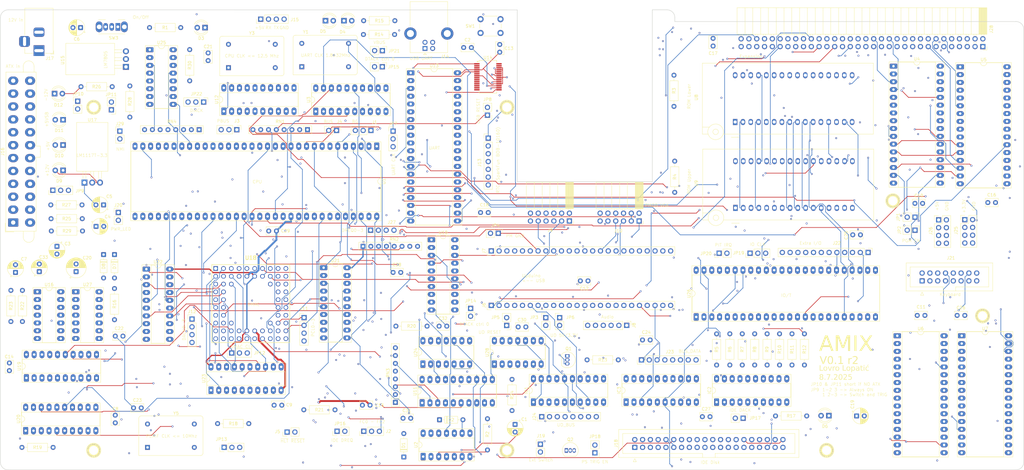
<source format=kicad_pcb>
(kicad_pcb (version 20241229) (generator "pcbnew") (generator_version "9.0")
  (layers (0 "F.Cu" signal) (4 "In1.Cu" signal) (6 "In2.Cu" signal) (2 "B.Cu" signal) (13 "F.Paste" user) (15 "B.Paste" user) (5 "F.SilkS" user "F.Silkscreen") (7 "B.SilkS" user "B.Silkscreen") (1 "F.Mask" user) (3 "B.Mask" user) (25 "Edge.Cuts" user))
  (net 0 "")
  (net 1 "GND")
  (net 2 "Net-(C1-Pad1)")
  (net 3 "Net-(U14-3V3OUT)")
  (net 4 "+12V")
  (net 5 "Net-(JP10-B)")
  (net 6 "Net-(JP11-B)")
  (net 7 "Net-(D7-A)")
  (net 8 "+5V")
  (net 9 "+3.3V")
  (net 10 "Net-(D8-A)")
  (net 11 "Net-(D1-K)")
  (net 12 "~{HALT}")
  (net 13 "~{RESET}")
  (net 14 "Net-(D3-A)")
  (net 15 "Net-(D4-A)")
  (net 16 "Net-(D4-K)")
  (net 17 "Net-(D5-A)")
  (net 18 "Net-(D5-K)")
  (net 19 "/UART + RTC + IDE/~{IDE_LED}")
  (net 20 "Net-(D6-A)")
  (net 21 "+5VSB")
  (net 22 "Net-(D9-K)")
  (net 23 "Net-(D10-K)")
  (net 24 "Net-(D11-K)")
  (net 25 "Net-(D12-A)")
  (net 26 "-12V")
  (net 27 "BUS_REG_NUM3")
  (net 28 "JBUS_RESET_N")
  (net 29 "A4")
  (net 30 "A2")
  (net 31 "BUS_BYTESEL")
  (net 32 "BUS_CS_N")
  (net 33 "A0")
  (net 34 "BUS_REG_NUM1")
  (net 35 "BUS_REG_NUM0")
  (net 36 "A1")
  (net 37 "R{slash}~{W}")
  (net 38 "A3")
  (net 39 "BUS_RD_NWR")
  (net 40 "~{FPGA_CS}")
  (net 41 "BUS_REG_NUM2")
  (net 42 "Net-(IC2-B0)")
  (net 43 "~{FPGA_W}")
  (net 44 "BUS_DATA6")
  (net 45 "BUS_DATA4")
  (net 46 "Net-(IC2-B6)")
  (net 47 "Net-(IC2-B7)")
  (net 48 "Net-(IC2-B3)")
  (net 49 "Net-(IC2-B2)")
  (net 50 "BUS_DATA2")
  (net 51 "BUS_DATA5")
  (net 52 "BUS_DATA1")
  (net 53 "BUS_DATA0")
  (net 54 "BUS_DATA3")
  (net 55 "BUS_DATA7")
  (net 56 "Net-(IC2-B1)")
  (net 57 "Net-(IC2-B4)")
  (net 58 "Net-(IC2-B5)")
  (net 59 "D9")
  (net 60 "D10")
  (net 61 "~{FPGA_R}")
  (net 62 "D8")
  (net 63 "D11")
  (net 64 "D14")
  (net 65 "D13")
  (net 66 "D12")
  (net 67 "D15")
  (net 68 "~{BG}")
  (net 69 "~{BR}")
  (net 70 "~{BGACK}")
  (net 71 "FC0")
  (net 72 "FC1")
  (net 73 "FC2")
  (net 74 "~{VPA}")
  (net 75 "~{VMA}")
  (net 76 "E")
  (net 77 "~{DTACK}")
  (net 78 "~{BERR}")
  (net 79 "UD_5V")
  (net 80 "AUDIO_R")
  (net 81 "PMOD_GND")
  (net 82 "UD_3V3")
  (net 84 "AUDIO_L")
  (net 86 "BUS_RESET_N")
  (net 87 "DV_CLK")
  (net 88 "VGA_G3")
  (net 90 "VGA_G0")
  (net 91 "VGA_B3")
  (net 92 "DV_DE")
  (net 93 "VGA_R1")
  (net 94 "VGA_HS")
  (net 96 "VGA_G2")
  (net 97 "VGA_R2")
  (net 98 "VGA_G1")
  (net 100 "JBODGE_GND")
  (net 101 "VGA_B0")
  (net 102 "UD_IRQ")
  (net 103 "VGA_VS")
  (net 104 "VGA_R0")
  (net 105 "VGA_B2")
  (net 106 "VGA_B1")
  (net 109 "VGA_R3")
  (net 111 "DMAC_PCL2")
  (net 112 "DMAC_PCL0")
  (net 113 "DMAC_PCL3")
  (net 114 "DMAC_PCL1")
  (net 115 "~{DMAC_ACK3}")
  (net 116 "~{DMAC_ACK2}")
  (net 117 "~{DMAC_ACK0}")
  (net 118 "~{DMAC_ACK1}")
  (net 119 "RTC_CIPO")
  (net 120 "RTC_CLK")
  (net 121 "RTC_SQW")
  (net 122 "RTC_COPI")
  (net 123 "RTC_SS")
  (net 124 "USB_D-")
  (net 125 "USB_D+")
  (net 126 "Net-(J14-VBUS)")
  (net 127 "UART_RX")
  (net 128 "UART_TX")
  (net 131 "~{PS_ON}")
  (net 133 "~{IO_W}")
  (net 134 "Net-(J18-Pin_21)")
  (net 135 "~{IDE_IRQ}")
  (net 137 "D3")
  (net 138 "D6")
  (net 139 "D1")
  (net 140 "D2")
  (net 141 "Net-(J18-Pin_29)")
  (net 143 "~{IO_R}")
  (net 145 "D5")
  (net 146 "~{IDE0_CS}")
  (net 147 "D4")
  (net 148 "D0")
  (net 149 "D7")
  (net 150 "Net-(J19-Pin_1)")
  (net 151 "Net-(J20-Pin_1)")
  (net 152 "KYBD_COL_0")
  (net 153 "KYBD_COL_5")
  (net 154 "KYBD_COL_7")
  (net 155 "KYBD_ROW_C")
  (net 156 "KYBD_COL_3")
  (net 157 "KYBD_CAPS_LED")
  (net 158 "KYBD_COL_2")
  (net 159 "KYBD_COL_4")
  (net 160 "KYBD_ROW_B")
  (net 161 "KYBD_COL_1")
  (net 162 "KYBD_CODE_LED")
  (net 163 "KYBD_COL_6")
  (net 164 "KYBD_ROW_D")
  (net 165 "KYBD_ROW_A")
  (net 166 "Net-(J22-Pin_5)")
  (net 167 "Net-(J22-Pin_2)")
  (net 168 "Net-(J22-Pin_9)")
  (net 169 "Net-(J22-Pin_7)")
  (net 170 "Net-(J22-Pin_11)")
  (net 171 "Net-(J22-Pin_12)")
  (net 172 "Net-(J22-Pin_4)")
  (net 173 "Net-(J22-Pin_3)")
  (net 174 "Net-(J22-Pin_6)")
  (net 175 "Net-(J22-Pin_1)")
  (net 176 "Net-(J22-Pin_10)")
  (net 177 "Net-(J22-Pin_8)")
  (net 178 "~{DMAC_REQ3}")
  (net 179 "~{DMAC_REQ2}")
  (net 180 "~{DMAC_REQ1}")
  (net 181 "~{DMAC_REQ0}")
  (net 182 "~{WR_L}")
  (net 183 "~{PGM_L}")
  (net 184 "~{WR_U}")
  (net 185 "~{PGM_U}")
  (net 186 "Net-(JP7-C)")
  (net 187 "UART_CLK")
  (net 188 "PCLK")
  (net 189 "Net-(JP8-B)")
  (net 190 "Net-(JP9-B)")
  (net 191 "Net-(JP12-C)")
  (net 192 "CLK")
  (net 193 "Net-(JP13-C)")
  (net 194 "Net-(JP14-A)")
  (net 195 "Net-(JP15-A)")
  (net 196 "Net-(JP16-B)")
  (net 197 "Net-(JP18-A)")
  (net 198 "Net-(JP19-C)")
  (net 199 "~{IRQ_PIT}")
  (net 200 "~{IACK}")
  (net 201 "Net-(JP22-C)")
  (net 202 "~{DMAC_IACK}")
  (net 203 "Net-(Q1-B)")
  (net 204 "~{IRQX}")
  (net 205 "Net-(Q2-B)")
  (net 206 "Net-(U28A-Q)")
  (net 207 "Net-(U18-~{DDIR})")
  (net 208 "Net-(U18-~{DBEN})")
  (net 209 "Net-(U18-~{HIBYTE})")
  (net 210 "PS_TRIG")
  (net 211 "~{DMAC_BEC0}")
  (net 212 "~{DMAC_BEC2}")
  (net 213 "~{DMAC_BEC1}")
  (net 214 "~{DMAC_UAS}")
  (net 215 "~{DMAC_OWN}")
  (net 216 "~{DTC}")
  (net 217 "~{UDS}")
  (net 218 "~{LDS}")
  (net 219 "~{AS}")
  (net 220 "~{DMAC_IRQ}")
  (net 221 "A19")
  (net 222 "A17")
  (net 223 "A23")
  (net 224 "A6")
  (net 225 "A10")
  (net 226 "A14")
  (net 227 "A15")
  (net 228 "A21")
  (net 229 "A9")
  (net 230 "A11")
  (net 231 "A12")
  (net 232 "A5")
  (net 233 "A13")
  (net 234 "A20")
  (net 235 "~{IPL1}")
  (net 236 "A7")
  (net 237 "A16")
  (net 238 "~{IPL0}")
  (net 239 "A22")
  (net 240 "A8")
  (net 241 "~{IPL2}")
  (net 242 "A18")
  (net 243 "~{RD_L}")
  (net 244 "~{RAM0_L_CS}")
  (net 245 "~{RD_U}")
  (net 246 "~{RAM0_U_CS}")
  (net 247 "~{RAM1_L_CS}")
  (net 248 "~{RAM1_U_CS}")
  (net 249 "~{UART_CS}")
  (net 252 "IRQ_UART")
  (net 253 "Net-(U13-RCLK)")
  (net 257 "RESET")
  (net 274 "Net-(U22-LE)")
  (net 275 "Net-(U2-Pad1)")
  (net 276 "~{IRQ_UART}")
  (net 277 "~{ROM_L_CS}")
  (net 278 "IO{slash}~{M}")
  (net 279 "~{ROM_U_CS}")
  (net 287 "~{PPI_CS}")
  (net 288 "~{DMAC_CS}")
  (net 297 "Net-(U16A-C)")
  (net 298 "Net-(U16A-~{S})")
  (net 300 "Net-(U16A-D)")
  (net 302 "DMAC_A14{slash}D6")
  (net 303 "DMAC_A9{slash}D1")
  (net 304 "DMAC_A22{slash}D14")
  (net 305 "DMAC_A10{slash}D2")
  (net 306 "DMAC_A21{slash}D13")
  (net 307 "DMAC_A20{slash}D12")
  (net 308 "DMAC_A18{slash}D10")
  (net 309 "DMAC_A8{slash}D0")
  (net 310 "DMAC_A19{slash}D11")
  (net 311 "DMAC_A23{slash}D15")
  (net 312 "DMAC_A17{slash}D9")
  (net 313 "DMAC_A16{slash}D8")
  (net 314 "DMAC_A15{slash}D7")
  (net 315 "DMAC_A11{slash}D3")
  (net 316 "DMAC_A12{slash}D4")
  (net 317 "DMAC_A13{slash}D5")
  (net 328 "Net-(U27-Pad4)")
  (net 336 "~{IRQ_6}")
  (net 337 "~{IRQ_5}")
  (net 338 "~{IRQ_7}")
  (footprint "Connector_PinHeader_2.54mm:PinHeader_1x08_P2.54mm_Vertical" (layer "F.Cu") (at 251.17 179.25 90)
    (property "Reference" "J23")
    (property "Value" "Conn_01x08_Pin")
  )
  (footprint "Capacitor_THT:C_Rect_L4.0mm_W2.5mm_P2.50mm" (layer "F.Cu") (at 233.75 153.5 180)
    (property "Reference" "C12")
    (property "Value" "100nF")
  )
  (footprint "Connector_PinHeader_2.54mm:PinHeader_2x04_P2.54mm_Vertical" (layer "F.Cu") (at 347.96 133.63)
    (property "Reference" "J26")
    (property "Value" "Conn_02x04_Odd_Even" (hide yes))
  )
  (footprint "Connector_USB:USB_B_Lumberg_2411_02_Horizontal" (layer "F.Cu") (at 180.65 77.7875 90)
    (property "Reference" "J14")
    (property "Value" "USB_B")
  )
  (footprint "Capacitor_THT:CP_Radial_D5.0mm_P2.50mm" (layer "F.Cu") (at 68.4551 71 180)
    (property "Reference" "C6")
    (property "Value" "1uF")
  )
  (footprint "Capacitor_THT:C_Rect_L4.0mm_W2.5mm_P2.50mm" (layer "F.Cu") (at 205 79 90)
    (property "Reference" "C13")
    (property "Value" "100nF")
  )
  (footprint "Package_DIP:DIP-14_W7.62mm_Socket_LongPads" (layer "F.Cu") (at 180.05 210.75 90)
    (property "Reference" "U2")
    (property "Value" "74HC14")
  )
  (footprint "Oscillator:Oscillator_DIP-14" (layer "F.Cu") (at 116.63 84.06)
    (property "Reference" "Y3")
    (property "Value" "12Mhz")
  )
  (footprint "LED_THT:LED_D4.0mm" (layer "F.Cu") (at 62.75 109.25 180)
    (property "Reference" "D10")
    (property "Value" "LED_+5")
  )
  (footprint "Package_DIP:DIP-14_W7.62mm_Socket_LongPads" (layer "F.Cu") (at 54.38 157.05)
    (property "Reference" "U16")
    (property "Value" "74HC74")
  )
  (footprint "Resistor_THT:R_Axial_DIN0207_L6.3mm_D2.5mm_P10.16mm_Horizontal" (layer "F.Cu") (at 69 133.25 180)
    (property "Reference" "R25")
    (property "Value" "680")
  )
  (footprint "Capacitor_THT:C_Rect_L4.0mm_W2.5mm_P2.50mm" (layer "F.Cu") (at 251.5 172.75)
    (property "Reference" "C24")
    (property "Value" "100nF")
  )
  (footprint "Resistor_THT:R_Axial_DIN0207_L6.3mm_D2.5mm_P10.16mm_Horizontal" (layer "F.Cu") (at 243.61 179.23 180)
    (property "Reference" "R13")
    (property "Value" "150k")
  )
  (footprint "Package_DIP:DIP-20_W7.62mm_Socket_LongPads" (layer "F.Cu") (at 182.75 140.11)
    (property "Reference" "U10")
    (property "Value" "GAL16V8")
  )
  (footprint "My_Components:Hole_3mm" (layer "F.Cu") (at 333.07 127.43)
    (property "Reference" "HOLE3" (hide yes))
    (property "Value" "HOLE" (hide yes))
  )
  (footprint "Connector_PinHeader_2.54mm:PinHeader_1x03_P2.54mm_Vertical" (layer "F.Cu") (at 119.33 104.25 -90)
    (property "Reference" "J3")
    (property "Value" "PRF")
  )
  (footprint "Connector_PinHeader_2.54mm:PinHeader_1x02_P2.54mm_Vertical" (layer "F.Cu") (at 166.75 83.75 -90)
    (property "Reference" "JP15")
    (property "Value" "DTACK ctrl 0")
  )
  (footprint "Capacitor_THT:C_Rect_L4.0mm_W2.5mm_P2.50mm" (layer "F.Cu") (at 322.5 138.5 180)
    (property "Reference" "C25")
    (property "Value" "100nF")
  )
  (footprint "Capacitor_THT:CP_Radial_D5.0mm_P2.50mm" (layer "F.Cu") (at 47.25 150.75 90)
    (property "Reference" "C7")
    (property "Value" "10uF")
  )
  (footprint "Package_DIP:DIP-20_W7.62mm_Socket_LongPads" (layer "F.Cu") (at 115.12 98.25 90)
    (property "Reference" "U12")
    (property "Value" "GAL16V8")
  )
  (footprint "Diode_THT:D_DO-35_SOD27_P7.62mm_Horizontal" (layer "F.Cu") (at 185.38 198.75)
    (property "Reference" "D2")
    (property "Value" "D")
  )
  (footprint "Button_Switch_THT:SW_PUSH_6mm" (layer "F.Cu") (at 198.75 68.25)
    (property "Reference" "SW1")
    (property "Value" "Reset")
  )
  (footprint "Package_DIP:DIP-20_W7.62mm_Socket_LongPads" (layer "F.Cu") (at 50.79 185.12 90)
    (property "Reference" "U19")
    (property "Value" "74HC245")
  )
  (footprint "LED_THT:LED_D4.0mm" (layer "F.Cu") (at 154.25 68.75)
    (property "Reference" "D4")
    (property "Value" "LED")
  )
  (footprint "Package_DIP:DIP-64_W22.86mm_Socket_LongPads" (layer "F.Cu") (at 164.93 109.64 -90)
    (property "Reference" "U1")
    (property "Value" "MC68010P")
  )
  (footprint "Resistor_THT:R_Axial_DIN0207_L6.3mm_D2.5mm_P10.16mm_Horizontal" (layer "F.Cu") (at 68.59 90.25)
    (property "Reference" "R26")
    (property "Value" "680")
  )
  (footprint "Resistor_THT:R_Array_SIP8" (layer "F.Cu") (at 142.37 104.25 180)
    (property "Reference" "RN1")
    (property "Value" "R_Network07")
  )
  (footprint "Connector_BarrelJack:BarrelJack_Horizontal" (layer "F.Cu") (at 54.9 78.5 -90)
    (property "Reference" "J17")
    (property "Value" "12V in if NO ATX")
  )
  (footprint "Capacitor_THT:CP_Radial_D5.0mm_P2.50mm" (layer "F.Cu") (at 73.5 135.75)
    (property "Reference" "C4")
    (property "Value" "1uF")
  )
  (footprint "Resistor_THT:R_Axial_DIN0207_L6.3mm_D2.5mm_P10.16mm_Horizontal" (layer "F.Cu") (at 49.5 156.59 -90)
    (property "Reference" "R22")
    (property "Value" "10k")
  )
  (footprint "Capacitor_THT:C_Rect_L4.0mm_W2.5mm_P2.50mm" (layer "F.Cu") (at 160.25 194)
    (property "Reference" "C15")
    (property "Value" "100nF")
  )
  (footprint "My_Components:Hole_3mm" (layer "F.Cu") (at 72.72 208.71)
    (property "Reference" "HOLE4" (hide yes))
    (property "Value" "HOLE" (hide yes))
  )
  (footprint "LED_THT:LED_D4.0mm" (layer "F.Cu") (at 312.215 197.41 180)
    (property "Reference" "D6")
    (property "Value" "LED")
  )
  (footprint "My_Components:Hole_3mm" (layer "F.Cu") (at 311.48 208.71)
    (property "Reference" "HOLE6" (hide yes))
    (property "Value" "HOLE" (hide yes))
  )
  (footprint "Diode_THT:D_DO-35_SOD27_P7.62mm_Horizontal" (layer "F.Cu") (at 75.95 144.94 -90)
    (property "Reference" "D8")
    (property "Value" "1N4148")
  )
  (footprint "Resistor_THT:R_Axial_DIN0207_L6.3mm_D2.5mm_P10.16mm_Horizontal" (layer "F.Cu") (at 279.95 180.91 90)
    (property "Reference" "R6")
    (property "Value" "R")
  )
  (footprint "Package_DIP:DIP-20_W7.62mm_Socket_LongPads" (layer "F.Cu") (at 89.88 149.67)
    (property "Reference" "U22")
    (property "Value" "74HC373")
  )
  (footprint "Package_TO_SOT_THT:TO-220-3_Horizontal_TabDown" (layer "F.Cu") (at 83.23 83.79 90)
    (property "Reference" "U15")
    (property "Value" "LM7805_TO220")
  )
  (footprint "Capacitor_THT:C_Rect_L4.0mm_W2.5mm_P2.50mm" (layer "F.Cu") (at 79.75 197.25 -90)
    (property "Reference" "C8")
    (property "Value" "100nF")
  )
  (footprint "Connector_PinHeader_2.54mm:PinHeader_1x02_P2.54mm_Vertical" (layer "F.Cu") (at 135.725 202.75 90)
    (property "Reference" "J5")
    (property "Value" "HLT and RESET")
  )
  (footprint "Connector_PinHeader_2.54mm:PinHeader_1x04_P2.54mm_Vertical" (layer "F.Cu") (at 104.75 165.94)
    (property "Reference" "J12")
    (property "Value" "Conn_01x04_Pin")
  )
  (footprint "Resistor_THT:R_Axial_DIN0207_L6.3mm_D2.5mm_P10.16mm_Horizontal" (layer "F.Cu") (at 68.91 128.75 180)
    (property "Reference" "R27")
    (property "Value" "330")
  )
  (footprint "Connector_PinHeader_2.54mm:PinHeader_1x02_P2.54mm_Vertical" (layer "F.Cu") (at 276.46 144.5 90)
    (property "Reference" "JP20")
    (property "Value" "Jumper_2_Bridged")
  )
  (footprint "Capacitor_THT:C_Rect_L4.0mm_W2.5mm_P2.50mm" (layer "F.Cu") (at 45.25 182.75 90)
    (property "Reference" "C14")
    (property "Value" "100nF")
  )
  (footprint "Capacitor_THT:C_Rect_L4.0mm_W2.5mm_P2.50mm" (layer "F.Cu") (at 185.25 168.25)
    (property "Reference" "C32")
    (property "Value" "100nF")
  )
  (footprint "Capacitor_THT:C_Rect_L4.0mm_W2.5mm_P2.50mm" (layer "F.Cu") (at 110 81.75 90)
    (property "Reference" "C21")
    (property "Value" "100nF")
  )
  (footprint "Package_DIP:DIP-20_W7.62mm_Socket_LongPads" (layer "F.Cu") (at 275.64 193 90)
    (property "Reference" "IC2")
    (property "Value" "74HCT245")
  )
  (footprint "Connector_PinHeader_2.54mm:PinHeader_1x02_P2.54mm_Vertical" (layer "F.Cu") (at 284.275 198.25 -90)
    (property "Reference" "JP17")
    (property "Value" "DMAAC_ACK0 = IDE")
  )
  (footprint "Package_DIP:DIP-16_W7.62mm_Socket_LongPads" (layer "F.Cu") (at 91 78.22)
    (property "Reference" "U25")
    (property "Value" "74LS148")
  )
  (footprint "Capacitor_THT:C_Rect_L4.0mm_W2.5mm_P2.50mm" (layer "F.Cu") (at 79.75 171.5)
    (property "Reference" "C22")
    (property "Value" "100nF")
  )
  (footprint "Connector_PinHeader_2.54mm:PinHeader_1x06_P2.54mm_Vertical" (layer "F.Cu") (at 246.35 168 -90)
    (property "Reference" "J8")
    (property "Value" "Conn_01x06_Pin")
  )
  (footprint "Connector_PinHeader_2.54mm:PinHeader_1x03_P2.54mm_Vertical" (layer "F.Cu") (at 170.25 104.71)
    (property "Reference" "JP7")
    (property "Value" "Jumper_3_Bridged12")
  )
  (footprint "Connector_PinSocket_2.54mm:PinSocket_2x32_P2.54mm_Horizontal" (layer "F.Cu") (at 362.375 77.185 -90)
    (property "Reference" "J28")
    (property "Value" "Conn_02x32_Odd_Even")
  )
  (footprint "Connector_PinHeader_2.54mm:PinHeader_1x02_P2.54mm_Vertical" (layer "F.Cu") (at 152 202.5 90)
    (property "Reference" "JP16")
    (property "Value" "DMAAC_REQ0 = IDE" (hide yes))
  )
  (footprint "Capacitor_THT:C_Rect_L4.0mm_W2.5mm_P2.50mm" (layer "F.Cu") (at 274.5 74.5 -90)
    (property "Reference" "C17")
    (property "Value" "100nF")
  )
  (footprint "Capacitor_THT:C_Rect_L4.0mm_W2.5mm_P2.50mm" (layer "F.Cu") (at 129.75 137.25)
    (property "Reference" "C29")
    (property "Value" "100nF")
  )
  (footprint "LED_THT:LED_D4.0mm" (layer "F.Cu") (at 62.75 117.5 180)
    (property "Reference" "D9")
    (property "Value" "LED_+12")
  )
  (footprint "Connector_PinHeader_2.54mm:PinHeader_1x03_P2.54mm_Vertical" (layer "F.Cu") (at 160.71 202.5 90)
    (property "Reference" "J2")
    (property "Value" "FCx")
  )
  (footprint "Connector_PinHeader_2.54mm:PinHeader_1x02_P2.54mm_Vertical" (layer "F.Cu") (at 340.275 132.75 -90)
    (property "Reference" "JP1")
    (property "Value" "Jumper_2_Open" (hide yes))
  )
  (footprint "Connector_Molex:Molex_Mini-Fit_Jr_5566-24A2_2x12_P4.20mm_Vertical" (layer "F.Cu") (at 46.5 134.5 90)
    (property "Reference" "J16")
    (property "Value" "ATX-24 - IF NO 12V in")
  )
  (footprint "Capacitor_THT:C_Rect_L4.0mm_W2.5mm_P2.50mm" (layer "F.Cu") (at 198.75 131.25)
    (property "Reference" "C18")
    (property "Value" "100nF")
  )
  (footprint "Resistor_THT:R_Axial_DIN0207_L6.3mm_D2.5mm_P10.16mm_Horizontal" (layer "F.Cu") (at 262 114.5 -90)
    (property "Reference" "R4")
    (property "Value" "10k")
  )
  (footprint "Capacitor_THT:C_Rect_L4.0mm_W2.5mm_P2.50mm" (layer "F.Cu") (at 213.5 168.5 180)
    (property "Reference" "C30")
    (property "Value" "100nF")
  )
  (footprint "Connector_PinSocket_2.54mm:PinSocket_2x06_P2.54mm_Horizontal" (layer "F.Cu") (at 227.7 134 -90)
    (property "Reference" "J9")
    (property "Value" "PMOD_TOP")
  )
  (footprint "Package_DIP:DIP-32_W15.24mm_Socket_LongPads" (layer "F.Cu") (at 355.49 171.38)
    (property "Reference" "U7")
    (property "Value" "AS6C4008-55PCN")
  )
  (footprint "Package_DIP:DIP-32_W15.24mm_Socket_LongPads" (layer "F.Cu") (at 333.26 83.56)
    (property "Reference" "U4")
    (property "Value" "AS6C4008-55PCN")
  )
  (footprint "Connector_PinHeader_2.54mm:PinHeader_1x02_P2.54mm_Vertical" (layer "F.Cu") (at 81.25 104.71)
    (property "Reference" "J29")
    (property "Value" "NMI")
  )
  (footprint "Socket:DIP_Socket-32_W11.9_W12.7_W15.24_W17.78_W18.5_3M_232-1285-00-0602J" (layer "F.Cu") (at 281.78 129.7425 90)
    (property "Reference" "U9")
    (property "Value" "SST39SF040")
  )
  (footprint "Package_TO_SOT_THT:TO-220-3_Horizontal_TabDown" (layer "F.Cu") (at 69.71 121.48)
    (property "Reference" "U17")
    (property "Value" "LM1117T-3.3")
  )
  (footprint "Resistor_THT:R_Axial_DIN0207_L6.3mm_D2.5mm_P10.16mm_Horizontal" (layer "F.Cu") (at 300.2 180.91 90)
    (property "Reference" "R11")
    (property "Value" "R")
  )
  (footprint "Connector_PinHeader_2.54mm:PinHeader_1x02_P2.54mm_Vertical" (layer "F.Cu") (at 78.5 97.79 180)
    (property "Reference" "JP11")
    (property "Value" "Close only if NO ATX")
  )
  (footprint "Connector_PinHeader_2.54mm:PinHeader_1x04_P2.54mm_Vertical" (layer "F.Cu") (at 141.25 165.46)
    (property "Reference" "J11")
    (property "Value" "Conn_01x04_Pin")
  )
  (footprint "Capacitor_THT:C_Rect_L4.0mm_W2.5mm_P2.50mm" (layer "F.Cu") (at 354 164.75)
    (property "Reference" "C26")
    (property "Value" "100nF")
  )
  (footprint "Resistor_THT:R_Axial_DIN0207_L6.3mm_D2.5mm_P10.16mm_Horizontal" (layer "F.Cu") (at 69.08 137.25 180)
    (property "Reference" "R29")
    (property "Value" "330")
  )
  (footprint "Capacitor_THT:C_Rect_L4.0mm_W2.5mm_P2.50mm" (layer "F.Cu") (at 131.5 194)
    (property "Reference" "C9")
    (property "Value" "100nF")
  )
  (footprint "Connector_PinHeader_2.54mm:PinHeader_1x02_P2.54mm_Vertical" (layer "F.Cu") (at 67.5 94.975)
    (property "Reference" "JP10")
    (property "Value" "Close only if NO ATX")
  )
  (footprint "Capacitor_THT:CP_Radial_D5.0mm_P2.50mm" (layer "F.Cu") (at 210 200.25 -90)
    (property "Reference" "C1")
    (property "Value" "C_Polarized")
  )
  (footprint "Connector_PinHeader_2.54mm:PinHeader_1x02_P2.54mm_Vertical" (layer "F.Cu") (at 220 165.475)
    (property "Reference" "JP3")
    (property "Value" "Jumper")
  )
  (footprint "Connector_PinHeader_2.54mm:PinHeader_1x02_P2.54mm_Vertical" (layer "F.Cu") (at 201 99.525 180)
    (property "Reference" "JP8")
    (property "Value" "Jumper_2_Open")
  )
  (footprint "Connector_PinHeader_2.54mm:PinHeader_1x03_P2.54mm_Vertical" (layer "F.Cu") (at 115.21 207.75 90)
    (property "Reference" "JP13")
    (property "Value" "DTACK_Pull UP/DOWN")
  )
  (footprint "Connector_PinHeader_2.54mm:PinHeader_1x12_P2.54mm_Vertical" (layer "F.Cu") (at 324.99 144.25 -90)
    (property "Reference" "J22")
    (property "Value" "PPI")
  )
  (footprint "Package_TO_SOT_THT:TO-92_Inline" (layer "F.Cu") (at 226.71 208.75)
    (property "Reference" "Q2")
    (property "Value" "2N3904")
  )
  (footprint "Connector_PinHeader_2.54mm:PinHeader_1x02_P2.54mm_Vertical" (layer "F.Cu") (at 340.275 137 -90)
    (property "Reference" "JP2")
    (property "Value" "Jumper_2_Open" (hide yes))
  )
  (footprint "Resistor_THT:R_Axial_DIN0207_L6.3mm_D2.5mm_P10.16mm_Horizontal" (layer "F.Cu") (at 113.09 200)
    (property "Reference" "R18")
    (property "Value" "10k")
  )
  (footprint "Package_DIP:DIP-14_W7.62mm_Socket_LongPads" (layer "F.Cu") (at 179.96 180.62 90)
    (property "Reference" "U24")
    (property "Value" "74LS32")
  )
  (footprint "Package_SO:SSOP-28_5.3x10.2mm_P0.65mm" (layer "F.Cu") (at 201.15 87.025)
    (property "Reference" "U14")
    (property "Value" "FT232RL")
  )
  (footprint "Capacitor_THT:C_Rect_L4.0mm_W2.5mm_P2.50mm" (layer "F.Cu") (at 193.25 77.5)
    (property "Reference" "C2")
    (property "Value" "1uF")
  )
  (footprint "Resistor_THT:R_Axial_DIN0207_L6.3mm_D2.5mm_P10.16mm_Horizontal" (layer "F.Cu") (at 141.17 195.5)
    (property "Reference" "R21")
    (property "Value" "10k")
  )
  (footprint "Resistor_THT:R_Array_SIP8" (layer "F.Cu") (at 160.46 142.25)
    (property "Reference" "RN2")
    (property "Value" "R_Network07")
  )
  (footprint "Capacitor_THT:CP_Radial_D5.0mm_P2.50mm" (layer "F.Cu") (at 55 150.5 90)
    (property "Reference" "C33")
    (property "Value" "1uF")
  )
  (footprint "Connector_PinHeader_2.54mm:PinHeader_1x04_P2.54mm_Vertical" (layer "F.Cu") (at 127.13 68.25 90)
    (property "Reference" "J15")
    (property "Value" "Conn_01x04_Pin")
  )
  (footprint "Package_DIP:DIP-20_W7.62mm_Socket_LongPads" (layer "F.Cu") (at 110.93 189.13 90)
    (property "Reference" "U23")
    (property "Value" "74HC373")
  )
  (footprint "Connector_PinHeader_2.54mm:PinHeader_1x02_P2.54mm_Vertical" (layer "F.Cu") (at 166.775 78.5 -90)
    (property "Reference" "JP21")
    (property "Value" "Jumper_2_Open")
  )
  (footprint "Connector_PinHeader_2.54mm:PinHeader_1x02_P2.54mm_Vertical" (layer "F.Cu") (at 218.25 206.71)
    (property "Reference" "J19")
    (property "Value" "ExtPWRON")
  )
  (footprint "Capacitor_THT:C_Rect_L4.0mm_W2.5mm_P2.50mm" (layer "F.Cu") (at 173.5 198.25)
    (property "Reference" "C31")
    (property "Value" "100nF")
  )
  (footprint "Connector_IDC:IDC-Header_2x20_P2.54mm_Vertical" (layer "F.Cu") (at 248.99 207.75 90)
    (property "Reference" "J18")
    (property "Value" "IDE 40 pin")
  )
  (footprint "Resistor_THT:R_Array_SIP8" (layer "F.Cu") (at 107.08 104.25 180)
    (property "Reference" "RN4")
    (property "Value" "R_Network07")
  )
  (footprint "Resistor_THT:R_Axial_DIN0207_L6.3mm_D2.5mm_P10.16mm_Horizontal" (layer "F.Cu") (at 304.25 180.91 90)
    (property "Reference" "R12")
    (property "Value" "R")
  )
  (footprint "Package_DIP:DIP-20_W7.62mm_Socket_LongPads" (layer "F.Cu") (at 147.63 149.22)
    (property "Reference" "U21")
    (property "Value" "74HC245")
  )
  (footprint "Capacitor_THT:C_Rect_L4.0mm_W2.5mm_P2.50mm" (layer "F.Cu") (at 85.71 194.88)
    (property "Reference" "C23")
    (property "Value" "100nF")
  )
  (footprint "Resistor_THT:R_Axial_DIN0207_L6.3mm_D2.5mm_P10.16mm_Horizontal" (layer "F.Cu") (at 79.5 166.16 90)
    (property "Reference" "R16")
    (property "Value" "10k")
  )
  (footprint "Button_Switch_THT:SW_Slide_SPDT_Angled_CK_OS102011MA1Q" (layer "F.Cu") (at 80.6 70.75 180)
    (property "Reference" "SW3")
    (property "Value" "SW_SPDT")
  )
  (footprint "Capacitor_THT:C_Rect_L4.0mm_W2.5mm_P2.50mm" (layer "F.Cu") (at 340.25 128.25)
    (property "Reference" "C10")
    (property "Value" "100nF")
  )
  (footprint "Connector_PinHeader_2.54mm:PinHeader_1x07_P2.54mm_Vertical" (layer "F.Cu") (at 201.25 107.01)
    (property "Reference" "J13")
    (property "Value" "RTC (SparkFun BOB-10160)")
  )
  (footprint "Connector_PinHeader_2.54mm:PinHeader_1x03_P2.54mm_Vertical" (layer "F.Cu") (at 59.42 124 90)
    (property "Reference" "JP9")
    (property "Value" "1-2 3 - > Always ON, 1 2-3  -> Enabled On/Off")
  )
  (footprint "Resistor_THT:R_Axial_DIN0207_L6.3mm_D2.5mm_P10.16mm_Horizontal" (layer "F.Cu") (at 305 197.5 180)
    (property "Reference" "R17")
    (property "Value" "1k")
  )
  (footprint "LED_THT:LED_D4.0mm" (layer "F.Cu") (at 148.23 68.75)
    (property "Reference" "D5")
    (property "Value" "LED")
  )
  (footprint "Connector_PinHeader_2.54mm:PinHeader_1x03_P2.54mm_Vertical" (layer "F.Cu") (at 108.54 95.25 -90)
    (property "Reference" "JP22")
    (property "Value" "Jumper_3_Bridged12")
  )
  (footprint "Package_DIP:DIP-40_W15.24mm_Socket_LongPads" (layer "F.Cu") (at 176 85.73)
    (property "Reference" "U13")
    (property "Value" "16550")
  )
  (footprint "Connector_PinHeader_2.54mm:PinHeader_1x02_P2.54mm_Vertical" (layer "F.Cu") (at 236 209.525 180)
    (property "Reference" "JP18")
    (property "Value" "Jumper_2_Bridged")
  )
  (footprint "Package_DIP:DIP-20_W7.62mm_Socket_LongPads" (layer "F.Cu") (at 50.57 202.31 90)
    (property "Reference" "U20")
    (property "Value" "74HC245")
  )
  (footprint "Capacitor_THT:C_Rect_L4.0mm_W2.5mm_P2.50mm" (layer "F.Cu") (at 343.5 164.75 180)
    (property "Reference" "C11")
    (property "Value" "100nF")
  )
  (footprint "Resistor_THT:R_Axial_DIN0207_L6.3mm_D2.5mm_P10.16mm_Horizontal" (layer "F.Cu") (at 59.5 207.75 180)
    (property "Reference" "R19")
    (property "Value" "10k")
  )
  (footprint "Resistor_THT:R_Axial_DIN0207_L6.3mm_D2.5mm_P10.16mm_Horizontal" (layer "F.Cu") (at 84.5 100.16 90)
    (property "Reference" "R28")
    (property "Value" "330")
  )
  (footprint "Capacitor_THT:C_Rect_L4.0mm_W2.5mm_P2.50mm" (layer "F.Cu") (at 271 197.75)
    (property "Reference" "C27")
    (property "Value" "100nF")
  )
  (footprint "Resistor_THT:R_Axial_DIN0207_L6.3mm_D2.5mm_P10.16mm_Horizontal" (layer "F.Cu") (at 160.59 73.25)
    (property "Reference" "R14")
    (property "Value" "1k")
  )
  (footprint "Socket:DIP_Socket-32_W11.9_W12.7_W15.24_W17.78_W18.5_3M_232-1285-00-0602J" (layer "F.Cu") (at 281.68 101.75 90)
    (property "Reference" "U8")
    (property "Value" "SST39SF040")
  )
  (footprint "Connector_PinHeader_2.54mm:PinHeader_1x03_P2.54mm_Vertical" (layer "F.Cu") (at 163.04 104.5 -90)
    (property "Reference" "J1")
    (property "Value" "BG")
  )
  (footprint "My_Components:Hole_3mm" (layer "F.Cu") (at 72.72 96.95)
    (property "Reference" "HOLE1" (hide yes))
    (property "Value" "HOLE" (hide yes))
  )
  (footprint "My_Components:Hole_3mm" (layer "F.Cu") (at 207.34 208.71)
    (property "Reference" "HOLE5" (hide yes))
    (property "Value" "HOLE" (hide yes))
  )
  (footprint "Oscillator:Oscillator_DIP-14" (layer "F.Cu") (at 140.51 83.75)
    (property "Reference" "Y1")
    (property "Value" "1.8432Mhz")
  )
  (footprint "LED_THT:LED_D4.0mm" (layer "F.Cu") (at 59.98 92.5)
    (property "Reference" "D12")
    (property "Value" "LED_-12")
  )
  (footprint "Package_TO_SOT_THT:TO-92_Inline" (layer "F.Cu") (at 227 177.96 -90)
    (property "Reference" "Q1")
    (property "Value" "2N3904")
  )
  (footprint "Package_DIP:DIP-20_W7.62mm_Socket_LongPads" (layer "F.Cu") (at 179.72 193.25 90)
    (property "Reference" "U11")
    (property "Value" "GAL16V8")
  )
  (footprint "Capacitor_THT:CP_Radial_D5.0mm_P2.50mm" (layer "F.Cu") (at 75.9551 128.75 180)
    (property "Reference" "C5")
    (property "Value" "10uF")
  )
  (footprint "Connector_PinHeader_2.54mm:PinHeader_1x24_P2.54mm_Vertical" (layer "F.Cu") (at 202.25 161.5 90)
    (property "Reference" "J6")
    (property "Value" "Upduino_LHS")
  )
  (footprint "LED_THT:LED_D4.0mm" (layer "F.Cu") (at 62.75 101.02 180)
    (property "Reference" "D11")
    (property "Value" "LED_+5SB")
  )
  (footprint "Connector_PinHeader_2.54mm:PinHeader_1x02_P2.54mm_Vertical" (layer "F.Cu") (at 207.25 168.025 180)
    (property "Reference" "JP5")
    (property "Value" "Jumper")
  )
  (footprint "Capacitor_THT:CP_Radial_D5.0mm_P2.50mm" (layer "F.Cu") (at 60.75 142.25 -90)
    (property "Reference" "C3")
    (property "Value" "10uF")
  )
  (footprint "Package_DIP:DIP-32_W15.24mm_Socket_LongPads" (layer "F.Cu") (at 355 83.77)
    (property "Reference" "U5")
    (property "Value" "AS6C4008-55PCN")
  )
  (footprint "Resistor_THT:R_Axial_DIN0207_L6.3mm_D2.5mm_P10.16mm_Horizontal" (layer "F.Cu") (at 275.65 180.925 90)
    (property "Reference" "R5")
    (property "Value" "R")
  )
  (footprint "Package_DIP:DIP-20_W7.62mm_Socket_LongPads" (layer "F.Cu") (at 246.18 193 90)
    (property "Reference" "IC3")
    (property "Value" "74HCT245")
  )
  (footprint "LED_THT:LED_D4.0mm" (layer "F.Cu") (at 109 71 180)
    (property "Reference" "D3")
    (property "Value" "LED")
  )
  (footprint "Diode_THT:D_DO-35_SOD27_P7.62mm_Horizontal" (layer "F.Cu") (at 173.75 210.87 90)
    (property "Reference" "D1")
    (property "Value" "D")
  )
  (footprint "Oscillator:Oscillator_DIP-14" (layer "F.Cu") (at 90.26 207.75)
    (property "Reference" "Y5")
    (property "Value" "10Mhz")
  )
  (footprint "Connector_PinSocket_2.54mm:PinSocket_2x06_P2.54mm_Horizontal" (layer "F.Cu") (at 250.4 134 -90)
    (property "Reference" "J10")
    (property "Value" "PMOD_BOTTOM")
  )
  (footprint "Resistor_THT:R_Axial_DIN0207_L6.3mm_D2.5mm_P10.16mm_Horizontal" (layer "F.Cu") (at 284 180.91 90)
    (property "Reference" "R7")
    (property "Value" "R")
  )
  (footprint "Diode_THT:D_DO-35_SOD27_P7.62mm_Horizontal" (layer "F.Cu") (at 79.5 144.94 -90)
    (property "Reference" "D7")
    (property "Value" "1N4148")
  )
  (footprint "Resistor_THT:R_Axial_DIN0207_L6.3mm_D2.5mm_P10.16mm_Horizontal" (layer "F.Cu") (at 171.17 168.25)
    (property "Reference" "R20")
    (property "Value" "10k")
  )
  (footprint "Resistor_THT:R_Array_SIP8" (layer "F.Cu") (at 171 193.08 90)
    (property "Reference" "RN3")
    (property "Value" "R_Network07")
  )
  (footprint "Resistor_THT:R_Axial_DIN0207_L6.3mm_D2.5mm_P10.16mm_Horizontal" (layer "F.Cu") (at 288.05 180.91 90)
    (property "Reference" "R8")
    (property "Value" "R")
  )
  (footprint "Connector_PinHeader_2.54mm:PinHeader_1x02_P2.54mm_Vertical" (layer "F.Cu") (at 195.5 162.475)
    (property "Reference" "JP14")
    (property "Value" "DTACK ctrl 0")
  )
  (footprint "Resistor_THT:R_Axial_DIN0207_L6.3mm_D2.5mm_P10.16mm_Horizontal" (layer "F.Cu") (at 104 78.17 -90)
    (property "Reference" "R30")
    (property "Value" "10k")
  )
  (footprint "Connector_IDC:IDC-Header_2x08_P2.54mm_Vertical" (layer "F.Cu") (at 342.59 153.5 90)
    (property "Reference" "J21")
    (property "Value" "Conn_02x08_Odd_Even")
  )
  (footprint "Resistor_THT:R_Axial_DIN0207_L6.3mm_D2.5mm_P10.16mm_Horizontal" (layer "F.Cu") (at 45.75 166.75 90)
    (property "Reference" "R23")
    (property "Value" "470")
  )
  (footprint "Resistor_THT:R_Axial_DIN0207_L6.3mm_D2.5mm_P10.16mm_Horizontal" (layer "F.Cu") (at 90.92 71)
    (property "Reference" "R1")
    (property "Value" "1k")
  )
  (footprint "Resistor_THT:R_Axial_DIN0207_L6.3mm_D2.5mm_P10.16mm_Horizontal" (layer "F.Cu") (at 160.67 68.75)
    (property "Reference" "R15")
    (property "Value" "1k")
  )
  (footprint "Resistor_THT:R_Axial_DIN0207_L6.3mm_D2.5mm_P10.16mm_Horizontal" (layer "F.Cu") (at 296.15 180.91 90)
    (property "Reference" "R10")
    (property "Value" "R")
  )
  (footprint "Connector_PinHeader_2.54mm:PinHeader_1x03_P2.54mm_Vertical" (layer "F.Cu") (at 286.54 144.5 90)
    (property "Reference" "JP19")
    (property "Value" "Jumper_3_Bridged12")
  )
  (footprint "Capacitor_THT:CP_Radial_D5.0mm_P2.50mm" (layer "F.Cu") (at 321.25 197.5)
    (property "Reference" "C19")
    (property "Value" "100uF")
  )
  (footprint "Capacitor_THT:C_Rect_L4.0mm_W2.5mm_P2.50mm" (layer "F.Cu") (at 364 128)
    (property "Reference" "C16")
    (property "Value" "100nF")
  )
  (footprint "Connector_PinHeader_2.54mm:PinHeader_2x04_P2.54mm_Vertical" (layer "F.Cu") (at 356.5 133.55)
    (property "Reference" "J25")
    (property "Value" "Conn_02x04_Odd_Even" (hide yes))
  )
  (footprint "Capacitor_THT:CP_Radial_D6.3mm_P2.50mm" (layer "F.Cu") (at 67 150.5 90)
    (property "Reference" "C20")
    (property "Value" "220uF")
  )
  (footprint "Connector_PinHeader_2.54mm:PinHeader_1x04_P2.54mm_Vertical" (layer "F.Cu") (at 162.92 137 90)
    (property "Reference" "J27")
    (property "Value" "Conn_01x04_Pin")
  )
  (footprint "Connector_PinHeader_2.54mm:PinHeader_1x02_P2.54mm_Vertical" (layer "F.Cu") (at 80.75 131.225)
    (property "Reference" "J20")
    (property "Value" "PWR_LED")
  )
  (footprint "Package_DIP:DIP-20_W7.62mm_Socket_LongPads" (layer "F.Cu") (at 215.97 193 90)
    (property "Reference" "IC1")
    (property "Value" "74HCT245")
  )
  (footprint "Package_DIP:DIP-48_W15.24mm_Socket_LongPads" (layer "F.Cu") (at 268.99 165.25 90)
    (property "Reference" "U26")
    (property "Value" "68230")
  )
  (footprint "Connector_PinHeader_2.54mm:PinHeader_1x03_P2.54mm_Vertical" (layer "F.Cu") (at 117.67 177 90)
    (property "Reference" "JP12")
    (property "Value" "DMAC CLK")
  )
  (footprint "Connector_PinHeader_2.54mm:PinHeader_1x02_P2.54mm_Vertical" (layer "F.Cu") (at 204.525 138 -90)
    (property "Reference" "JP4")
    (property "Value" "Jumper")
  )
  (footprint "Resistor_THT:R_Axial_DIN0207_L6.3mm_D2.5mm_P10.16mm_Horizontal" (layer "F.Cu") (at 292.1 180.91 90)
    (property "Reference" "R9")
    (property "Value" "R")
  )
  (footprint "Connector_PinHeader_2.54mm:PinHeader_1x08_P2.54mm_Vertical" (layer "F.Cu") (at 218.67 197.75 90)
    (property "Reference" "J24")
    (property "Value" "Conn_01x08_Pin")
  )
  (footprint "Package_DIP:DIP-14_W7.62mm_Socket_LongPads" (layer "F.Cu") (at 66.88 157.05)
    (property "Reference" "U27")
    (property "Value" "74HC14")
  )
  (footprint "Connector_PinHeader_2.54mm:PinHeader_1x24_P2.54mm_Vertical" (layer "F.Cu") (at 202.25 143.75 90)
    (property "Reference" "J7")
    (property "Value" "Upduino_RHS")
  )
  (footprint "Resistor_THT:R_Axial_DIN0207_L6.3mm_D2.5mm_P10.16mm_Horizontal" (layer "F.Cu") (at 201 208.58 90)
    (property "Reference" "R2")
    (property "Value" "1k")
  )
  (footprint "Connector_PinHeader_2.54mm:PinHeader_1x02_P2.54mm_Vertical" (layer "F.Cu") (at 224.5 165.475)
    (property "Reference" "JP6")
    (property "Value" "Jumper")
  )
  (footprint "My_Components:Hole_3mm" (layer "F.Cu") (at 207.34 96.95)
    (property "Reference" "HOLE2" (hide yes))
    (property "Value" "HOLE" (hide yes))
  )
  (footprint "Connector_PinHeader_2.54mm:PinHeader_1x02_P2.54mm_Vertical" (layer "F.Cu") (at 151.83 104.5 -90)
    (property "Reference" "J4")
    (property "Value" "BUS_STAT")
  )
  (footprint "Package_DIP:DIP-32_W15.24mm_Socket_LongPads" (layer "F.Cu") (at 334.5 171.39)
    (property "Reference" "U6")
    (property "Value" "AS6C4008-55PCN")
  )
  (footprint "MyFootprintLib:68 pin PGA socket 5108306810061101" (layer "F.Cu") (at 135.47 149.47 -90)
    (property "Reference" "U18")
    (property "Value" "~" (hide yes))
  )
  (footprint "Package_DIP:DIP-20_W7.62mm_Socket_LongPads" (layer "F.Cu") (at 145.07 98.31 90)
    (property "Reference" "U3")
    (property "Value" "GAL16V8")
  )
  (footprint "Resistor_THT:R_Axial_DIN0207_L6.3mm_D2.5mm_P10.16mm_Horizontal" (layer "F.Cu") (at 209 185.59 -90)
    (property "Reference" "R24")
    (property "Value" "150k")
  )
  (footprint "My_Components:Hole_3mm" (layer "F.Cu") (at 362.28 164.895)
    (property "Reference" "HOLE7" (hide yes))
    (property "Value" "HOLE" (hide yes))
  )
  (footprint "Capacitor_THT:C_Rect_L4.0mm_W2.5mm_P2.50mm" (layer "F.Cu") (at 170.25 150.75)
    (property "Reference" "C28")
    (property "Value" "100nF")
  )
  (footprint "Resistor_THT:R_Axial_DIN0207_L6.3mm_D2.5mm_P10.16mm_Horizontal" (layer "F.Cu") (at 261.75 96.66 90)
    (property "Reference" "R3")
    (property "Value" "10k")
  )
  (footprint "Package_DIP:DIP-14_W7.62mm_Socket_LongPads" (layer "F.Cu") (at 203.25 180.62 90)
    (property "Reference" "U28")
    (property "Value" "74HC74")
  )
  (gr_arc (start 373.165001 69.019999) (mid 374.961052 69.763948) (end 375.705001 71.559999) (stroke (width 0.15)) (layer "Edge.Cuts"))
  (gr_arc (start 42.330001 67.749999) (mid 43.07395 65.953948) (end 44.870001 65.209999) (stroke (width 0.15)) (layer "Edge.Cuts"))
  (gr_line (start 210.7 65.246864) (end 210.7 121.209999) (stroke (width 0.15)) (layer "Edge.Cuts"))
  (gr_arc (start 259.500001 65.209999) (mid 261.296052 65.953948) (end 262.040001 67.749999) (stroke (width 0.15)) (layer "Edge.Cuts"))
  (gr_line (start 42.330001 212.529999) (end 42.330001 67.749999) (stroke (width 0.15)) (layer "Edge.Cuts"))
  (gr_line (start 375.705001 212.529999) (end 375.705001 71.559999) (stroke (width 0.15)) (layer "Edge.Cuts"))
  (gr_arc (start 44.870001 215.069999) (mid 43.07395 214.32605) (end 42.330001 212.529999) (stroke (width 0.15)) (layer "Edge.Cuts"))
  (gr_line (start 210.7 121.209999) (end 254.7 121.209999) (stroke (width 0.15)) (layer "Edge.Cuts"))
  (gr_line (start 254.7 65.209999) (end 259.5 65.209999) (stroke (width 0.15)) (layer "Edge.Cuts"))
  (gr_line (start 373.165001 215.069999) (end 44.870001 215.069999) (stroke (width 0.15)) (layer "Edge.Cuts"))
  (gr_line (start 262.040001 67.749999) (end 262.040001 69.019999) (stroke (width 0.15)) (layer "Edge.Cuts"))
  (gr_line (start 210.7 65.246864) (end 44.870001 65.209999) (stroke (width 0.15)) (layer "Edge.Cuts"))
  (gr_line (start 262.040001 69.019999) (end 373.165001 69.019999) (stroke (width 0.15)) (layer "Edge.Cuts"))
  (gr_arc (start 375.705001 212.529999) (mid 374.961052 214.32605) (end 373.165001 215.069999) (stroke (width 0.15)) (layer "Edge.Cuts"))
  (gr_line (start 254.7 121.209999) (end 254.7 65.209999) (stroke (width 0.15)) (layer "Edge.Cuts"))
  (gr_text "BUS\n" (at 147.6 102.2 0) (layer "F.SilkS") (effects (font (size 1 1) (thickness 0.1)) (justify left bottom)))
  (gr_text "CPU\n" (at 124.4 121.8 0) (layer "F.SilkS") (effects (font (size 1 1) (thickness 0.1)) (justify left bottom)))
  (gr_text "Keyboard\n" (at 348.25 158.5 0) (layer "F.SilkS") (effects (font (size 1 1) (thickness 0.1)) (justify left bottom)))
  (gr_text "GND" (at 133.2 71.6 0) (layer "F.SilkS") (effects (font (size 1 1) (thickness 0.1)) (justify left bottom)))
  (gr_text "+5V\n" (at 125.2 71.6 0) (layer "F.SilkS") (effects (font (size 1 1) (thickness 0.1)) (justify left bottom)))
  (gr_text "PWR_LED" (at 78.2 137.2 0) (layer "F.SilkS") (effects (font (size 1 1) (thickness 0.1)) (justify left bottom)))
  (gr_text "Lovro Lopatić \n8.7.2025" (at 309 186 0) (layer "F.SilkS") (effects (font (size 1.75 1.75) (thickness 0.1)) (justify left bottom)))
  (gr_text "PIT IRQ" (at 275 142.4 0) (layer "F.SilkS") (effects (font (size 1 1) (thickness 0.1)) (justify left bottom)))
  (gr_text "JP10 & JP11 short if NO ATX" (at 306.25 187.75 0) (layer "F.SilkS") (effects (font (size 1 1) (thickness 0.1)) (justify left bottom)))
  (gr_text "DTACK ctrl 0" (at 161 81.8 0) (layer "F.SilkS") (effects (font (size 1 1) (thickness 0.1)) (justify left bottom)))
  (gr_text "LM7805\n" (at 77.2 84.4 90) (layer "F.SilkS") (effects (font (size 1 1) (thickness 0.1)) (justify left bottom)))
  (gr_text "DIACK" (at 104 98.6 0) (layer "F.SilkS") (effects (font (size 1 1) (thickness 0.1)) (justify left bottom)))
  (gr_text "DMAC CLK" (at 117.25 175.5 0) (layer "F.SilkS") (effects (font (size 1 1) (thickness 0.1)) (justify left bottom)))
  (gr_text "DREQ0-3" (at 153.4 137.6 0) (layer "F.SilkS") (effects (font (size 1 1) (thickness 0.1)) (justify left bottom)))
  (gr_text "+5V\n" (at 58.4 111.2 90) (layer "F.SilkS") (effects (font (size 1 1) (thickness 0.1)) (justify left bottom)))
  (gr_text "AMIX \n" (at 309 177.2 0) (layer "F.SilkS") (effects (font (size 5 5) (thickness 0.1)) (justify left bottom)))
  (gr_text "Upduino\n<-- USB" (at 212.2 154 0) (layer "F.SilkS") (effects (font (size 1 1) (thickness 0.1)) (justify left bottom)))
  (gr_text "Extra I/O" (at 302.6 141.8 0) (layer "F.SilkS") (effects (font (size 1 1) (thickness 0.1)) (justify left bottom)))
  (gr_text "PMOD VGA" (at 252.25 129.5 0) (layer "F.SilkS") (effects (font (size 1 1) (thickness 0.1)) (justify left bottom)))
  (gr_text "IDE Disk\n" (at 270.4 213.2 0) (layer "F.SilkS") (effects (font (size 1 1) (thickness 0.1)) (justify left bottom)))
  (gr_text "PBUS" (at 112.8 102 0) (layer "F.SilkS") (effects (font (size 1 1) (thickness 0.1)) (justify left bottom)))
  (gr_text "FC0 - FC2" (at 159.2 199.95 0) (layer "F.SilkS") (effects (font (size 1 1) (thickness 0.1)) (justify left bottom)))
  (gr_text "Expansion" (at 283 81 0) (layer "F.SilkS") (effects (font (size 1 1) (thickness 0.1)) (justify left bottom)))
  (gr_text "PGM EN" (at 336 141 0) (layer "F.SilkS") (effects (font (size 1 1) (thickness 0.1)) (justify left bottom)))
  (gr_text "LM1117T-3.3" (at 67 113.2 0) (layer "F.SilkS") (effects (font (size 1 1) (thickness 0.1)) (justify left bottom)))
  (gr_text "ROM Lower" (at 267.25 97.6 90) (layer "F.SilkS") (effects (font (size 1 1) (thickness 0.1)) (justify left bottom)))
  (gr_text "CPU CLK <= 12.5 Mhz" (at 115.4 80.8 0) (layer "F.SilkS") (effects (font (size 1 1) (thickness 0.1)) (justify left bottom)))
  (gr_text "~{HLT} ~{RESET}" (at 133.5 206.25 0) (layer "F.SilkS") (effects (font (size 1 1) (thickness 0.1)) (justify left bottom)))
  (gr_text "V0.1 r2" (at 309.2 181 0) (layer "F.SilkS") (effects (font (size 2.5 2.5) (thickness 0.1)) (justify left bottom)))
  (gr_text "VBUS" (at 163.8 76.4 0) (layer "F.SilkS") (effects (font (size 1 1) (thickness 0.1)) (justify left bottom)))
  (gr_text "Audio" (at 238 165.8 0) (layer "F.SilkS") (effects (font (size 1 1) (thickness 0.1)) (justify left bottom)))
  (gr_text "+12V" (at 58.2 119.6 90) (layer "F.SilkS") (effects (font (size 1 1) (thickness 0.1)) (justify left bottom)))
  (gr_text "USB UART" (at 175.6 81.6 0) (layer "F.SilkS") (effects (font (size 1 1) (thickness 0.1)) (justify left bottom)))
  (gr_text "IDE DACK" (at 279.8 196.2 0) (layer "F.SilkS") (effects (font (size 1 1) (thickness 0.1)) (justify left bottom)))
  (gr_text "IO CLK" (at 286.4 142.2 0) (layer "F.SilkS") (effects (font (size 1 1) (thickness 0.1)) (justify left bottom)))
  (gr_text "+5VSB" (at 58 103.503198 90) (layer "F.SilkS") (effects (font (size 1 1) (thickness 0.1)) (justify left bottom)))
  (gr_text "UART CLK" (at 171 119.2 90) (layer "F.SilkS") (effects (font (size 1 1) (thickness 0.1)) (justify left bottom)))
  (gr_text "+3.3V\n\n GND" (at 360 131.5 90) (layer "F.SilkS") (effects (font (size 1 1) (thickness 0.1)) (justify left bottom)))
  (gr_text "BG" (at 156.8 102.2 0) (layer "F.SilkS") (effects (font (size 1 1) (thickness 0.1)) (justify left bottom)))
  (gr_text "DMAC\n" (at 122.75 161.75 0) (layer "F.SilkS") (effects (font (size 1 1) (thickness 0.1)) (justify left bottom)))
  (gr_text "PERIF CLK <= 10Mhz" (at 89.75 204.65 0) (layer "F.SilkS") (effects (font (size 1 1) (thickness 0.1)) (justify left bottom)))
  (gr_text "JP9	1-2 3 -> Always ON\n  	1 2-3 -> Switch and TRIG" (at 306.25 191.15 0) (layer "F.SilkS") (effects (font (size 1 1) (thickness 0.1)) (justify left bottom)))
  (gr_text "UART\n" (at 181.8 110.8 0) (layer "F.SilkS") (effects (font (size 1 1) (thickness 0.1)) (justify left bottom)))
  (gr_text "RX TX" (at 128.6 71.6 0) (layer "F.SilkS") (effects (font (size 1 1) (thickness 0.1)) (justify left bottom)))
  (gr_text "DACK0-3" (at 102.75 173 90) (layer "F.SilkS") (effects (font (size 1 1) (thickness 0.1)) (justify left bottom)))
  (gr_text "IO/T" (at 296.6 158.8 0) (layer "F.SilkS") (effects (font (size 1 1) (thickness 0.1)) (justify left bottom)))
  (gr_text "PM GND" (at 207 139.4 0) (layer "F.SilkS") (effects (font (size 1 1) (thickness 0.1)) (justify left bottom)))
  (gr_text "-12V" (at 57.8 95 90) (layer "F.SilkS") (effects (font (size 1 1) (thickness 0.1)) (justify left bottom)))
  (gr_text "USB RESET" (at 198.6 102.4 90) (layer "F.SilkS") (effects (font (size 1 1) (thickness 0.1)) (justify left bottom)))
  (gr_text "BUS_DATA" (at 263.2 177 0) (layer "F.SilkS") (effects (font (size 1 1) (thickness 0.1)) (justify left bottom)))
  (gr_text "ROM Upper" (at 267.25 125.35 90) (layer "F.SilkS") (effects (font (size 1 1) (thickness 0.1)) (justify left bottom)))
  (gr_text "UD_BUS" (at 223.6 201 0) (layer "F.SilkS") (effects (font (size 1 1) (thickness 0.1)) (justify left bottom)))
  (gr_text "+5V\n\nGND" (at 351.25 130.75 90) (layer "F.SilkS") (effects (font (size 1 1) (thickness 0.1)) (justify left bottom)))
  (gr_text "Ext Switch" (at 214.4 212.4 0) (layer "F.SilkS") (effects (font (size 1 1) (thickness 0.1)) (justify left bottom)))
  (gr_text "UART CLK 1.8432Mhz" (at 140.2 80.6 0) (layer "F.SilkS") (effects (font (size 1 1) (thickness 0.1)) (justify left bottom)))
  (gr_text "UD 5V/3.3V" (at 221.4 171.8 0) (layer "F.SilkS") (effects (font (size 1 1) (thickness 0.1)) (justify left bottom)))
  (gr_text "NMI" (at 80 111.2 0) (layer "F.SilkS") (effects (font (size 1 1) (thickness 0.1)) (justify left bottom)))
  (gr_text "PS TRIG EN" (at 231.6 213 0) (layer "F.SilkS") (effects (font (size 1 1) (thickness 0.1)) (justify left bottom)))
  (gr_text "ATX in" (at 44 84.2 0) (layer "F.SilkS") (effects (font (size 1 1) (thickness 0.1)) (justify left bottom)))
  (gr_text "On/Off" (at 85.4 68.2 0) (layer "F.SilkS") (effects (font (size 1 1) (thickness 0.1)) (justify left bottom)))
  (gr_text "DTACK ctrl 0" (at 191.81 168.2 0) (layer "F.SilkS") (effects (font (size 1 1) (thickness 0.1)) (justify left bottom)))
  (gr_text "PCL0-3" (at 144.75 171.75 90) (layer "F.SilkS") (effects (font (size 1 1) (thickness 0.1)) (justify left bottom)))
  (gr_text "RTC (SparkFun BOB-10160)" (at 205 125 90) (layer "F.SilkS") (effects (font (size 1 1) (thickness 0.1)) (justify left bottom)))
  (gr_text "12V in" (at 44.8 69.1 0) (layer "F.SilkS") (effects (font (size 1 1) (thickness 0.1)) (justify left bottom)))
  (gr_text "IDE DREQ" (at 150.04 206 0) (layer "F.SilkS") (effects (font (size 1 1) (thickness 0.1)) (justify left bottom)))
  (gr_text "UD RESET" (at 198 170.8 0) (layer "F.SilkS") (effects (font (size 1 1) (thickness 0.1)) (justify left bottom)))
  (segment (start 126.459 171.079) (end 126.459 172.848182) (width 0.6) (layer "F.Cu") (net 1))
  (segment (start 205.927 84.7507) (end 205.926 84.75) (width 0.2) (layer "F.Cu") (net 1))
  (segment (start 297.25 205.21) (end 296.059 206.401) (width 0.2) (layer "F.Cu") (net 1))
  (segment (start 135.091 187.829) (end 133.79 189.13) (width 0.6) (layer "F.Cu") (net 1))
  (segment (start 285.741 206.401) (end 284.55 205.21) (width 0.2) (layer "F.Cu") (net 1))
  (segment (start 204.75 89.3) (end 205.927 89.3) (width 0.2) (layer "F.Cu") (net 1))
  (segment (start 205.927 87.3485) (end 205.927 84.7507) (width 0.2) (layer "F.Cu") (net 1))
  (segment (start 199.438 86.7) (end 202.264 89.5251) (width 0.2) (layer "F.Cu") (net 1))
  (segment (start 146.2049 193.0607) (end 146.619 192.6466) (width 0.6) (layer "F.Cu") (net 1))
  (segment (start 205.927 84.75) (end 205.927 84.1) (width 0.2) (layer "F.Cu") (net 1))
  (segment (start 197.55 86.7) (end 199.438 86.7) (width 0.2) (layer "F.Cu") (net 1))
  (segment (start 132.794518 179.1837) (end 133.703592 179.1837) (width 0.6) (layer "F.Cu") (net 1))
  (segment (start 296.059 206.401) (end 285.741 206.401) (width 0.2) (layer "F.Cu") (net 1))
  (segment (start 145.9414 193.0607) (end 146.2049 193.0607) (width 0.6) (layer "F.Cu") (net 1))
  (segment (start 202.987 89.3) (end 204.75 89.3) (width 0.2) (layer "F.Cu") (net 1))
  (segment (start 205.926 84.75) (end 205.927 84.75) (width 0.2) (layer "F.Cu") (net 1))
  (segment (start 205.927 89.3) (end 205.927 87.35) (width 0.2) (layer "F.Cu") (net 1))
  (segment (start 204.75 87.35) (end 205.925 87.35) (width 0.2) (layer "F.Cu") (net 1))
  (segment (start 207.34 87.1756) (end 206.101 87.1756) (width 0.2) (layer "F.Cu") (net 1))
  (segment (start 206.101 87.1756) (end 205.927 87.35) (width 0.2) (layer "F.Cu") (net 1))
  (segment (start 205.925 87.35) (end 205.927 87.3485) (width 0.2) (layer "F.Cu") (net 1))
  (segment (start 204.75 84.75) (end 205.926 84.75) (width 0.2) (layer "F.Cu") (net 1))
  (segment (start 202.264 89.5251) (end 202.762 89.5251) (width 0.2) (layer "F.Cu") (net 1))
  (segment (start 135.091 180.571108) (end 135.091 187.829) (width 0.6) (layer "F.Cu") (net 1))
  (segment (start 202.762 89.5251) (end 202.987 89.3) (width 0.2) (layer "F.Cu") (net 1))
  (segment (start 205.925 87.35) (end 205.927 87.35) (width 0.2) (layer "F.Cu") (net 1))
  (segment (start 126.459 172.848182) (end 132.794518 179.1837) (width 0.6) (layer "F.Cu") (net 1))
  (segment (start 161.3966 192.6466) (end 162.75 194) (width 0.6) (layer "F.Cu") (net 1))
  (segment (start 125.17 169.79) (end 126.459 171.079) (width 0.6) (layer "F.Cu") (net 1))
  (segment (start 146.619 192.6466) (end 161.3966 192.6466) (width 0.6) (layer "F.Cu") (net 1))
  (segment (start 205.927 84.1) (end 204.75 84.1) (width 0.2) (layer "F.Cu") (net 1))
  (segment (start 133.703592 179.1837) (end 135.091 180.571108) (width 0.6) (layer "F.Cu") (net 1))
  (via (at 317.554 80.1687) (size 0.6) (drill 0.3) (layers "F.Cu" "B.Cu") (net 1))
  (via (at 311.775 204.49) (size 0.6) (drill 0.3) (layers "F.Cu" "B.Cu") (net 1))
  (via (at 322.342 101.853) (size 0.6) (drill 0.3) (layers "F.Cu" "B.Cu") (net 1))
  (via (at 207.34 87.1756) (size 0.6) (drill 0.3) (layers "F.Cu" "B.Cu") (net 1))
  (via (at 103.925 194.137) (size 0.6) (drill 0.3) (layers "F.Cu" "B.Cu") (net 1))
  (via (at 145.9414 193.0607) (size 0.6) (drill 0.3) (layers "F.Cu" "B.Cu") (net 1))
  (via (at 285.562 84.8617) (size 0.6) (drill 0.3) (layers "F.Cu" "B.Cu") (net 1))
  (via (at 163.001 206.682) (size 0.6) (drill 0.3) (layers "F.Cu" "B.Cu") (net 1))
  (via (at 238.73 178.586) (size 0.6) (drill 0.3) (layers "F.Cu" "B.Cu") (net 1))
  (segment (start 213.873 174.502) (end 218.49 179.118) (width 0.2) (layer "B.Cu") (net 1))
  (segment (start 132.25 137.25) (end 132.25 140.1624) (width 0.6) (layer "B.Cu") (net 1))
  (segment (start 73.4551 128.75) (end 69.71 125.005) (width 0.2) (layer "B.Cu") (net 1))
  (segment (start 201.25 102.655) (end 201.25 107.01) (width 0.2) (layer "B.Cu") (net 1))
  (segment (start 135.2983 134.2017) (end 136.99 134.2017) (width 0.6) (layer "B.Cu") (net 1))
  (segment (start 207.34 96.95) (end 206.955 96.95) (width 0.2) (layer "B.Cu") (net 1))
  (segment (start 132.25 140.1624) (end 128.6971 143.7153) (width 0.6) (layer "B.Cu") (net 1))
  (segment (start 125.6716 150.74) (end 123.9 150.74) (width 0.6) (layer "B.Cu") (net 1))
  (segment (start 69.71 125.005) (end 69.71 121.48) (width 0.2) (layer "B.Cu") (net 1))
  (segment (start 136.99 132.5) (end 136.99 134.2017) (width 0.6) (layer "B.Cu") (net 1))
  (segment (start 184.252 164.752) (end 187.75 168.25) (width 0.2) (layer "B.Cu") (net 1))
  (segment (start 210.87 174.502) (end 213.873 174.502) (width 0.2) (layer "B.Cu") (net 1))
  (segment (start 184.252 162.97) (end 184.252 164.752) (width 0.2) (layer "B.Cu") (net 1))
  (segment (start 132.25 137.25) (end 135.2983 134.2017) (width 0.6) (layer "B.Cu") (net 1))
  (segment (start 126.44 145.7055) (end 126.44 149.9716) (width 0.6) (layer "B.Cu") (net 1))
  (segment (start 128.6971 143.7153) (end 128.4302 143.7153) (width 0.6) (layer "B.Cu") (net 1))
  (segment (start 218.51 190.46) (end 215.97 193) (width 0.2) (layer "B.Cu") (net 1))
  (segment (start 182.75 162.97) (end 184.252 162.97) (width 0.2) (layer "B.Cu") (net 1))
  (segment (start 210.87 173) (end 210.87 174.502) (width 0.2) (layer "B.Cu") (net 1))
  (segment (start 218.51 185.38) (end 218.51 190.46) (width 0.2) (layer "B.Cu") (net 1))
  (segment (start 218.49 179.118) (end 218.49 180.62) (width 0.2) (layer "B.Cu") (net 1))
  (segment (start 126.44 149.9716) (end 125.6716 150.74) (width 0.6) (layer "B.Cu") (net 1))
  (segment (start 123.9 150.74) (end 122.63 152.01) (width 0.6) (layer "B.Cu") (net 1))
  (segment (start 206.955 96.95) (end 201.25 102.655) (width 0.2) (layer "B.Cu") (net 1))
  (segment (start 128.4302 143.7153) (end 126.44 145.7055) (width 0.6) (layer "B.Cu") (net 1))
  (segment (start 200.332 209.248) (end 201 208.58) (width 0.2) (layer "F.Cu") (net 2))
  (segment (start 185.13 209.248) (end 200.332 209.248) (width 0.2) (layer "F.Cu") (net 2))
  (segment (start 185.13 210.75) (end 185.13 209.248) (width 0.2) (layer "F.Cu") (net 2))
  (via (at 197.774 143.081) (size 0.6) (drill 0.3) (layers "F.Cu" "B.Cu") (net 2))
  (via (at 205.146 142.255) (size 0.6) (drill 0.3) (layers "F.Cu" "B.Cu") (net 2))
  (via (at 201.574 200.973) (size 0.6) (drill 0.3) (layers "F.Cu" "B.Cu") (net 2))
  (segment (start 203.573 89.95) (end 203.551 89.9721) (width 0.2) (layer "F.Cu") (net 3))
  (segment (start 204.75 89.95) (end 203.573 89.95) (width 0.2) (layer "F.Cu") (net 3))
  (segment (start 203.551 89.9721) (end 200.839 89.9721) (width 0.2) (layer "F.Cu") (net 3))
  (via (at 200.839 89.9721) (size 0.6) (drill 0.3) (layers "F.Cu" "B.Cu") (net 3))
  (segment (start 200.839 82.5889) (end 195.75 77.5) (width 0.2) (layer "B.Cu") (net 3))
  (segment (start 200.839 89.9721) (end 200.839 82.5889) (width 0.2) (layer "B.Cu") (net 3))
  (segment (start 73.5358 121.48) (end 73.5358 120.931) (width 0.2) (layer "F.Cu") (net 4))
  (segment (start 73.5358 120.931) (end 71.3481 118.744) (width 0.2) (layer "F.Cu") (net 4))
  (segment (start 74.79 121.48) (end 73.5358 121.48) (width 0.2) (layer "F.Cu") (net 4))
  (segment (start 61.4536 118.744) (end 60.21 117.5) (width 0.2) (layer "F.Cu") (net 4))
  (segment (start 71.3481 118.744) (end 61.4536 118.744) (width 0.2) (layer "F.Cu") (net 4))
  (via (at 196.75 120) (size 0.6) (drill 0.3) (layers "F.Cu" "B.Cu") (net 4))
  (segment (start 196.75 122) (end 196.75 120) (width 0.2) (layer "B.Cu") (net 4))
  (segment (start 210.998 126.634) (end 210.382 127.25) (width 0.2) (layer "B.Cu") (net 4))
  (segment (start 202 127.25) (end 196.75 122) (width 0.2) (layer "B.Cu") (net 4))
  (segment (start 259.75 83.25) (end 259.75 117.01) (width 0.2) (layer "B.Cu") (net 4))
  (segment (start 288.715 74.645) (end 287.409 73.3393) (width 0.2) (layer "B.Cu") (net 4))
  (segment (start 210.382 127.25) (end 202 127.25) (width 0.2) (layer "B.Cu") (net 4))
  (segment (start 250.126 126.634) (end 210.998 126.634) (width 0.2) (layer "B.Cu") (net 4))
  (segment (start 259.75 117.01) (end 250.126 126.634) (width 0.2) (layer "B.Cu") (net 4))
  (segment (start 269.661 73.3393) (end 259.75 83.25) (width 0.2) (layer "B.Cu") (net 4))
  (segment (start 287.409 73.3393) (end 269.661 73.3393) (width 0.2) (layer "B.Cu") (net 4))
  (segment (start 97.5 149.67) (end 110.4753 149.67) (width 0.4) (layer "F.Cu") (net 8))
  (segment (start 118.687 173.481) (end 120.56676 173.481) (width 0.4) (layer "F.Cu") (net 8))
  (segment (start 109.4405 180.068264) (end 109.4405 179.487536) (width 0.4) (layer "F.Cu") (net 8))
  (segment (start 114.3939 177.7741) (end 118.687 173.481) (width 0.4) (layer "F.Cu") (net 8))
  (segment (start 205 79) (end 199.638 84.3625) (width 0.2) (layer "F.Cu") (net 8))
  (segment (start 199.638 84.3647) (end 203.273 88) (width 0.2) (layer "F.Cu") (net 8))
  (segment (start 120.56676 173.481) (end 121.25 172.79776) (width 0.4) (layer "F.Cu") (net 8))
  (segment (start 121.25 172.79776) (end 121.25 171.17) (width 0.4) (layer "F.Cu") (net 8))
  (segment (start 111.6038 150.7985) (end 123.9585 150.7985) (width 0.4) (layer "F.Cu") (net 8))
  (segment (start 109.4405 179.487536) (end 111.153936 177.7741) (width 0.4) (layer "F.Cu") (net 8))
  (segment (start 110.93 181.51) (end 110.882236 181.51) (width 0.4) (layer "F.Cu") (net 8))
  (segment (start 193.722 84.75) (end 192.742 85.73) (width 0.2) (layer "F.Cu") (net 8))
  (segment (start 197.55 84.75) (end 193.722 84.75) (width 0.2) (layer "F.Cu") (net 8))
  (segment (start 110.4753 149.67) (end 111.6038 150.7985) (width 0.4) (layer "F.Cu") (net 8))
  (segment (start 121.25 171.17) (end 122.63 169.79) (width 0.4) (layer "F.Cu") (net 8))
  (segment (start 110.882236 181.51) (end 109.4405 180.068264) (width 0.4) (layer "F.Cu") (net 8))
  (segment (start 111.153936 177.7741) (end 114.3939 177.7741) (width 0.4) (layer "F.Cu") (net 8))
  (segment (start 199.638 84.3625) (end 199.638 84.3647) (width 0.2) (layer "F.Cu") (net 8))
  (segment (start 199.638 84.3647) (end 199.252 84.75) (width 0.2) (layer "F.Cu") (net 8))
  (segment (start 123.9585 150.7985) (end 125.17 152.01) (width 0.4) (layer "F.Cu") (net 8))
  (segment (start 203.273 88) (end 204.75 88) (width 0.2) (layer "F.Cu") (net 8))
  (segment (start 199.252 84.75) (end 197.55 84.75) (width 0.2) (layer "F.Cu") (net 8))
  (segment (start 192.742 85.73) (end 191.24 85.73) (width 0.2) (layer "F.Cu") (net 8))
  (via (at 104.639 99.3832) (size 0.6) (drill 0.3) (layers "F.Cu" "B.Cu") (net 8))
  (via (at 248.243 197.024) (size 0.6) (drill 0.3) (layers "F.Cu" "B.Cu") (net 8))
  (via (at 169.201 141.096) (size 0.6) (drill 0.3) (layers "F.Cu" "B.Cu") (net 8))
  (segment (start 169.5 141.396) (end 169.5 150) (width 0.2) (layer "B.Cu") (net 8))
  (segment (start 169.5 150) (end 170.25 150.75) (width 0.2) (layer "B.Cu") (net 8))
  (segment (start 160.46 145.6117) (end 160.46 143.4517) (width 0.4) (layer "B.Cu") (net 8))
  (segment (start 122.63 154.55) (end 122.63 169.79) (width 0.4) (layer "B.Cu") (net 8))
  (segment (start 160.46 142.25) (end 160.46 143.4517) (width 0.4) (layer "B.Cu") (net 8))
  (segment (start 169.201 141.096) (end 169.5 141.396) (width 0.2) (layer "B.Cu") (net 8))
  (segment (start 156.8517 149.22) (end 160.46 145.6117) (width 0.4) (layer "B.Cu") (net 8))
  (segment (start 125.17 152.01) (end 122.63 154.55) (width 0.4) (layer "B.Cu") (net 8))
  (segment (start 155.25 149.22) (end 156.8517 149.22) (width 0.4) (layer "B.Cu") (net 8))
  (segment (start 189.7643 190.4294) (end 212.4223 190.4294) (width 0.2) (layer "F.Cu") (net 9))
  (segment (start 212.4223 190.4294) (end 215.97 186.8817) (width 0.2) (layer "F.Cu") (net 9))
  (segment (start 215.97 185.38) (end 215.97 186.8817) (width 0.2) (layer "F.Cu") (net 9))
  (via (at 79.5313 140.426) (size 0.6) (drill 0.3) (layers "F.Cu" "B.Cu") (net 9))
  (via (at 86.5938 185.4338) (size 0.6) (drill 0.3) (layers "F.Cu" "B.Cu") (net 9))
  (via (at 189.7643 190.4294) (size 0.6) (drill 0.3) (layers "F.Cu" "B.Cu") (net 9))
  (via (at 272.8 169.563) (size 0.6) (drill 0.3) (layers "F.Cu" "B.Cu") (net 9))
  (via (at 248.041 139.138) (size 0.6) (drill 0.3) (layers "F.Cu" "B.Cu") (net 9))
  (segment (start 79.75 171.5) (end 82.8283 174.578) (width 0.2) (layer "B.Cu") (net 9))
  (segment (start 250.4 136.78) (end 248.041 139.138) (width 0.2) (layer "B.Cu") (net 9))
  (segment (start 82.8283 174.578) (end 82.8283 191.998) (width 0.2) (layer "B.Cu") (net 9))
  (segment (start 82.8283 191.998) (end 85.71 194.88) (width 0.2) (layer "B.Cu") (net 9))
  (segment (start 250.4 134) (end 250.4 136.78) (width 0.2) (layer "B.Cu") (net 9))
  (segment (start 173.839 123.27) (end 174.381 122.728) (width 0.2) (layer "F.Cu") (net 12))
  (segment (start 192.687 122.728) (end 193.716 121.699) (width 0.2) (layer "F.Cu") (net 12))
  (segment (start 174.381 122.728) (end 192.687 122.728) (width 0.2) (layer "F.Cu") (net 12))
  (via (at 165.8401 123.27) (size 0.6) (drill 0.3) (layers "F.Cu" "B.Cu") (net 12))
  (via (at 281.041 77.6724) (size 0.6) (drill 0.3) (layers "F.Cu" "B.Cu") (net 12))
  (via (at 280.131 120.24) (size 0.6) (drill 0.3) (layers "F.Cu" "B.Cu") (net 12))
  (via (at 127.961 124.41) (size 0.6) (drill 0.3) (layers "F.Cu" "B.Cu") (net 12))
  (via (at 173.839 123.27) (size 0.6) (drill 0.3) (layers "F.Cu" "B.Cu") (net 12))
  (via (at 193.716 121.699) (size 0.6) (drill 0.3) (layers "F.Cu" "B.Cu") (net 12))
  (segment (start 197.093 102.28) (end 134.18 102.28) (width 0.2) (layer "F.Cu") (net 13))
  (segment (start 201 99.525) (end 199.848 99.525) (width 0.2) (layer "F.Cu") (net 13))
  (segment (start 134.18 102.28) (end 132.21 104.25) (width 0.2) (layer "F.Cu") (net 13))
  (segment (start 199.848 99.525) (end 197.093 102.28) (width 0.2) (layer "F.Cu") (net 13))
  (via (at 204.447 100.308) (size 0.6) (drill 0.3) (layers "F.Cu" "B.Cu") (net 13))
  (via (at 210.284 158.527) (size 0.6) (drill 0.3) (layers "F.Cu" "B.Cu") (net 13))
  (via (at 240.294 158.308) (size 0.6) (drill 0.3) (layers "F.Cu" "B.Cu") (net 13))
  (via (at 293.136 115.34) (size 0.6) (drill 0.3) (layers "F.Cu" "B.Cu") (net 13))
  (segment (start 296.335 77.185) (end 293.136 80.3838) (width 0.2) (layer "B.Cu") (net 13))
  (segment (start 293.136 80.3838) (end 293.136 115.34) (width 0.2) (layer "B.Cu") (net 13))
  (segment (start 192.75 199) (end 192.75 203.13) (width 0.2) (layer "B.Cu") (net 13))
  (segment (start 193 198.75) (end 192.75 199) (width 0.2) (layer "B.Cu") (net 13))
  (segment (start 203.573 84.5592) (end 203.247 84.2332) (width 0.2) (layer "F.Cu") (net 16))
  (segment (start 203.573 86.05) (end 203.573 84.5592) (width 0.2) (layer "F.Cu") (net 16))
  (segment (start 204.75 86.05) (end 203.573 86.05) (width 0.2) (layer "F.Cu") (net 16))
  (via (at 203.247 84.2332) (size 0.6) (drill 0.3) (layers "F.Cu" "B.Cu") (net 16))
  (via (at 202.846 69.8103) (size 0.6) (drill 0.3) (layers "F.Cu" "B.Cu") (net 16))
  (segment (start 203.573 86.7) (end 204.75 86.7) (width 0.2) (layer "F.Cu") (net 18))
  (segment (start 202.447 86.3211) (end 203.194 86.3211) (width 0.2) (layer "F.Cu") (net 18))
  (segment (start 203.194 86.3211) (end 203.573 86.7) (width 0.2) (layer "F.Cu") (net 18))
  (via (at 202.447 86.3211) (size 0.6) (drill 0.3) (layers "F.Cu" "B.Cu") (net 18))
  (via (at 150.942 79.9958) (size 0.6) (drill 0.3) (layers "F.Cu" "B.Cu") (net 18))
  (segment (start 68.59 90.25) (end 66.34 92.5) (width 0.2) (layer "F.Cu") (net 25))
  (segment (start 66.34 92.5) (end 62.52 92.5) (width 0.2) (layer "F.Cu") (net 25))
  (segment (start 193.284 127.517) (end 173.877 127.517) (width 0.2) (layer "F.Cu") (net 26))
  (segment (start 193.652 127.149) (end 193.284 127.517) (width 0.2) (layer "F.Cu") (net 26))
  (segment (start 173.877 127.517) (end 173.509 127.149) (width 0.2) (layer "F.Cu") (net 26))
  (via (at 264.121 74.8229) (size 0.6) (drill 0.3) (layers "F.Cu" "B.Cu") (net 26))
  (via (at 258.083 124.766) (size 0.6) (drill 0.3) (layers "F.Cu" "B.Cu") (net 26))
  (via (at 54.5512 119.542) (size 0.6) (drill 0.3) (layers "F.Cu" "B.Cu") (net 26))
  (via (at 173.509 127.149) (size 0.6) (drill 0.3) (layers "F.Cu" "B.Cu") (net 26))
  (via (at 193.652 127.149) (size 0.6) (drill 0.3) (layers "F.Cu" "B.Cu") (net 26))
  (via (at 207.531 191.046) (size 0.6) (drill 0.3) (layers "F.Cu" "B.Cu") (net 28))
  (via (at 326.433 175.935) (size 0.6) (drill 0.3) (layers "F.Cu" "B.Cu") (net 29))
  (via (at 129.7572 146.1131) (size 0.6) (drill 0.3) (layers "F.Cu" "B.Cu") (net 29))
  (via (at 163.5506 166.771) (size 0.6) (drill 0.3) (layers "F.Cu" "B.Cu") (net 29))
  (via (at 163.7074 146.1091) (size 0.6) (drill 0.3) (layers "F.Cu" "B.Cu") (net 29))
  (via (at 230.844 172.11) (size 0.6) (drill 0.3) (layers "F.Cu" "B.Cu") (net 29))
  (via (at 89.9029 148.3319) (size 0.6) (drill 0.3) (layers "F.Cu" "B.Cu") (net 29))
  (via (at 230.949 175.973) (size 0.6) (drill 0.3) (layers "F.Cu" "B.Cu") (net 29))
  (segment (start 300.613 102.115) (end 300.613 126.067) (width 0.2) (layer "B.Cu") (net 29))
  (segment (start 300.978 126.432) (end 300.978 129.642) (width 0.2) (layer "B.Cu") (net 29))
  (segment (start 128.98 146.8903) (end 128.98 150.74) (width 0.2) (layer "B.Cu") (net 29))
  (segment (start 302.1 129.7425) (end 302.1 129.742) (width 0.2) (layer "B.Cu") (net 29))
  (segment (start 300.978 101.75) (end 300.613 102.115) (width 0.2) (layer "B.Cu") (net 29))
  (segment (start 129.7572 146.1131) (end 128.98 146.8903) (width 0.2) (layer "B.Cu") (net 29))
  (segment (start 302 101.75) (end 300.978 101.75) (width 0.2) (layer "B.Cu") (net 29))
  (segment (start 128.98 150.74) (end 127.71 152.01) (width 0.2) (layer "B.Cu") (net 29))
  (segment (start 300.613 126.067) (end 300.978 126.432) (width 0.2) (layer "B.Cu") (net 29))
  (segment (start 301.078 129.742) (end 302.1 129.742) (width 0.2) (layer "B.Cu") (net 29))
  (segment (start 300.978 129.642) (end 301.078 129.742) (width 0.2) (layer "B.Cu") (net 29))
  (segment (start 353.498 109.17) (end 352.142 107.813) (width 0.2) (layer "F.Cu") (net 30))
  (segment (start 190.886 167.581) (end 190.635 167.33) (width 0.2) (layer "F.Cu") (net 30))
  (segment (start 334.762 108.96) (end 333.26 108.96) (width 0.2) (layer "F.Cu") (net 30))
  (segment (start 355 109.17) (end 353.498 109.17) (width 0.2) (layer "F.Cu") (net 30))
  (segment (start 335.908 107.813) (end 334.762 108.96) (width 0.2) (layer "F.Cu") (net 30))
  (segment (start 131.4948 153.2548) (end 130.25 152.01) (width 0.2) (layer "F.Cu") (net 30))
  (segment (start 193.589 167.581) (end 190.886 167.581) (width 0.2) (layer "F.Cu") (net 30))
  (segment (start 140.1261 153.2548) (end 131.4948 153.2548) (width 0.2) (layer "F.Cu") (net 30))
  (segment (start 352.142 107.813) (end 335.908 107.813) (width 0.2) (layer "F.Cu") (net 30))
  (via (at 140.1261 153.2548) (size 0.6) (drill 0.3) (layers "F.Cu" "B.Cu") (net 30))
  (via (at 190.635 167.33) (size 0.6) (drill 0.3) (layers "F.Cu" "B.Cu") (net 30))
  (via (at 227.73 196.148) (size 0.6) (drill 0.3) (layers "F.Cu" "B.Cu") (net 30))
  (via (at 140.0736 115.3009) (size 0.6) (drill 0.3) (layers "F.Cu" "B.Cu") (net 30))
  (via (at 216.466 167.424) (size 0.6) (drill 0.3) (layers "F.Cu" "B.Cu") (net 30))
  (via (at 306.06 107.821) (size 0.6) (drill 0.3) (layers "F.Cu" "B.Cu") (net 30))
  (via (at 293.559 198.704) (size 0.6) (drill 0.3) (layers "F.Cu" "B.Cu") (net 30))
  (via (at 193.589 167.581) (size 0.6) (drill 0.3) (layers "F.Cu" "B.Cu") (net 30))
  (segment (start 311.143 131.038) (end 311.143 129.368) (width 0.2) (layer "B.Cu") (net 30))
  (segment (start 226.13 183.878) (end 225.379 183.878) (width 0.2) (layer "B.Cu") (net 30))
  (segment (start 307.1805 129.742) (end 307.18 129.7425) (width 0.2) (layer "B.Cu") (net 30))
  (segment (start 307.4355 129.742) (end 307.1805 129.742) (width 0.2) (layer "B.Cu") (net 30))
  (segment (start 306.058 107.819) (end 306.06 107.821) (width 0.2) (layer "B.Cu") (net 30))
  (segment (start 306.669 129.742) (end 306.158 129.742) (width 0.2) (layer "B.Cu") (net 30))
  (segment (start 308.202 129.479) (end 308.202 129.742) (width 0.2) (layer "B.Cu") (net 30))
  (segment (start 320.016 147.902) (end 318.64 146.527) (width 0.2) (layer "B.Cu") (net 30))
  (segment (start 306.669 129.742) (end 307.18 129.742) (width 0.2) (layer "B.Cu") (net 30))
  (segment (start 305.757 129.341) (end 305.757 112.827) (width 0.2) (layer "B.Cu") (net 30))
  (segment (start 318.64 138.534) (end 311.143 131.038) (width 0.2) (layer "B.Cu") (net 30))
  (segment (start 227.232 187.983) (end 227.232 195.649) (width 0.2) (layer "B.Cu") (net 30))
  (segment (start 310.216 128.441) (end 309.24 128.441) (width 0.2) (layer "B.Cu") (net 30))
  (segment (start 319.79 150.01) (end 320.016 149.784) (width 0.2) (layer "B.Cu") (net 30))
  (segment (start 226.13 185.38) (end 226.13 183.878) (width 0.2) (layer "B.Cu") (net 30))
  (segment (start 305.757 112.827) (end 305.8 112.783) (width 0.2) (layer "B.Cu") (net 30))
  (segment (start 305.8 108.081) (end 306.06 107.821) (width 0.2) (layer "B.Cu") (net 30))
  (segment (start 225.379 183.878) (end 222.388 180.887) (width 0.2) (layer "B.Cu") (net 30))
  (segment (start 306.158 129.742) (end 305.757 129.341) (width 0.2) (layer "B.Cu") (net 30))
  (segment (start 320.016 149.784) (end 320.016 147.902) (width 0.2) (layer "B.Cu") (net 30))
  (segment (start 222.388 180.887) (end 222.388 173.345) (width 0.2) (layer "B.Cu") (net 30))
  (segment (start 227.232 195.649) (end 227.73 196.148) (width 0.2) (layer "B.Cu") (net 30))
  (segment (start 307.08 101.75) (end 306.058 101.75) (width 0.2) (layer "B.Cu") (net 30))
  (segment (start 307.4355 129.742) (end 306.669 129.742) (width 0.2) (layer "B.Cu") (net 30))
  (segment (start 226.13 185.38) (end 226.13 186.882) (width 0.2) (layer "B.Cu") (net 30))
  (segment (start 306.058 101.75) (end 306.058 107.819) (width 0.2) (layer "B.Cu") (net 30))
  (segment (start 226.13 186.882) (end 227.232 187.983) (width 0.2) (layer "B.Cu") (net 30))
  (segment (start 311.143 129.368) (end 310.216 128.441) (width 0.2) (layer "B.Cu") (net 30))
  (segment (start 222.388 173.345) (end 216.466 167.424) (width 0.2) (layer "B.Cu") (net 30))
  (segment (start 305.8 112.783) (end 305.8 108.081) (width 0.2) (layer "B.Cu") (net 30))
  (segment (start 308.202 129.742) (end 307.4355 129.742) (width 0.2) (layer "B.Cu") (net 30))
  (segment (start 318.64 146.527) (end 318.64 138.534) (width 0.2) (layer "B.Cu") (net 30))
  (segment (start 309.24 128.441) (end 308.202 129.479) (width 0.2) (layer "B.Cu") (net 30))
  (via (at 213.342 191.333) (size 0.6) (drill 0.3) (layers "F.Cu" "B.Cu") (net 32))
  (via (at 197.39 164.375) (size 0.6) (drill 0.3) (layers "F.Cu" "B.Cu") (net 33))
  (via (at 219.777 174.171) (size 0.6) (drill 0.3) (layers "F.Cu" "B.Cu") (net 33))
  (via (at 218.76 162.53) (size 0.6) (drill 0.3) (layers "F.Cu" "B.Cu") (net 33))
  (segment (start 221.05 175.444) (end 219.777 174.171) (width 0.2) (layer "B.Cu") (net 33))
  (segment (start 221.05 185.38) (end 221.05 175.444) (width 0.2) (layer "B.Cu") (net 33))
  (segment (start 353.498 111.71) (end 352.607 112.602) (width 0.2) (layer "F.Cu") (net 36))
  (segment (start 352.607 112.602) (end 335.863 112.602) (width 0.2) (layer "F.Cu") (net 36))
  (segment (start 355 111.71) (end 353.498 111.71) (width 0.2) (layer "F.Cu") (net 36))
  (segment (start 335.863 112.602) (end 334.762 111.5) (width 0.2) (layer "F.Cu") (net 36))
  (segment (start 334.762 111.5) (end 333.26 111.5) (width 0.2) (layer "F.Cu") (net 36))
  (via (at 183.057 167.188) (size 0.6) (drill 0.3) (layers "F.Cu" "B.Cu") (net 36))
  (via (at 219.849 199.166) (size 0.6) (drill 0.3) (layers "F.Cu" "B.Cu") (net 36))
  (via (at 222.988 172.923) (size 0.6) (drill 0.3) (layers "F.Cu" "B.Cu") (net 36))
  (via (at 308.598 112.95) (size 0.6) (drill 0.3) (layers "F.Cu" "B.Cu") (net 36))
  (via (at 178.831 114.854) (size 0.6) (drill 0.3) (layers "F.Cu" "B.Cu") (net 36))
  (via (at 293.547 200.008) (size 0.6) (drill 0.3) (layers "F.Cu" "B.Cu") (net 36))
  (via (at 132.623 114.1395) (size 0.6) (drill 0.3) (layers "F.Cu" "B.Cu") (net 36))
  (via (at 173.637 114.482) (size 0.6) (drill 0.3) (layers "F.Cu" "B.Cu") (net 36))
  (segment (start 174.008 114.854) (end 178.831 114.854) (width 0.2) (layer "B.Cu") (net 36))
  (segment (start 309.72 131.044) (end 316.1 137.424) (width 0.2) (layer "B.Cu") (net 36))
  (segment (start 309.72 129.7425) (end 309.72 131.044) (width 0.2) (layer "B.Cu") (net 36))
  (segment (start 293.547 206.373) (end 293.547 200.008) (width 0.2) (layer "B.Cu") (net 36))
  (segment (start 316.1 137.424) (end 316.1 147.358) (width 0.2) (layer "B.Cu") (net 36))
  (segment (start 292.17 207.75) (end 293.547 206.373) (width 0.2) (layer "B.Cu") (net 36))
  (segment (start 309.72 129.742) (end 309.72 129.7425) (width 0.2) (layer "B.Cu") (net 36))
  (segment (start 173.637 114.482) (end 174.008 114.854) (width 0.2) (layer "B.Cu") (net 36))
  (segment (start 317.25 148.508) (end 317.25 150.01) (width 0.2) (layer "B.Cu") (net 36))
  (segment (start 316.1 147.358) (end 317.25 148.508) (width 0.2) (layer "B.Cu") (net 36))
  (segment (start 165.9657 178.1739) (end 164.3471 176.5553) (width 0.2) (layer "F.Cu") (net 37))
  (segment (start 131.9353 176.5553) (end 127.71 172.33) (width 0.2) (layer "F.Cu") (net 37))
  (segment (start 164.3471 176.5553) (end 131.9353 176.5553) (width 0.2) (layer "F.Cu") (net 37))
  (via (at 281.041 83.9668) (size 0.6) (drill 0.3) (layers "F.Cu" "B.Cu") (net 37))
  (via (at 167.0627 140.0156) (size 0.6) (drill 0.3) (layers "F.Cu" "B.Cu") (net 37))
  (via (at 179.209 188.049) (size 0.6) (drill 0.3) (layers "F.Cu" "B.Cu") (net 37))
  (via (at 315.405 80.1814) (size 0.6) (drill 0.3) (layers "F.Cu" "B.Cu") (net 37))
  (via (at 169.652 177.8802) (size 0.6) (drill 0.3) (layers "F.Cu" "B.Cu") (net 37))
  (via (at 144.985 101.452) (size 0.6) (drill 0.3) (layers "F.Cu" "B.Cu") (net 37))
  (via (at 153.0396 140.919) (size 0.6) (drill 0.3) (layers "F.Cu" "B.Cu") (net 37))
  (via (at 274.491 163.182) (size 0.6) (drill 0.3) (layers "F.Cu" "B.Cu") (net 37))
  (via (at 165.9657 178.1739) (size 0.6) (drill 0.3) (layers "F.Cu" "B.Cu") (net 37))
  (via (at 237.547 164.463) (size 0.6) (drill 0.3) (layers "F.Cu" "B.Cu") (net 37))
  (segment (start 153.0396 143.8104) (end 153.0396 140.919) (width 0.2) (layer "B.Cu") (net 37))
  (segment (start 281.69 150.01) (end 281.69 155.984) (width 0.2) (layer "B.Cu") (net 37))
  (segment (start 153.0396 140.919) (end 153.3794 140.5792) (width 0.2) (layer "B.Cu") (net 37))
  (segment (start 144.61 122.659) (end 144.61 109.64) (width 0.2) (layer "B.Cu") (net 37))
  (segment (start 147.63 149.22) (end 153.0396 143.8104) (width 0.2) (layer "B.Cu") (net 37))
  (segment (start 179.209 188.049) (end 178.669 188.049) (width 0.2) (layer "B.Cu") (net 37))
  (segment (start 319.195 77.185) (end 316.199 80.1814) (width 0.2) (layer "B.Cu") (net 37))
  (segment (start 178.669 188.049) (end 171 180.38) (width 0.2) (layer "B.Cu") (net 37))
  (segment (start 153.3794 131.4284) (end 144.61 122.659) (width 0.2) (layer "B.Cu") (net 37))
  (segment (start 316.199 80.1814) (end 315.405 80.1814) (width 0.2) (layer "B.Cu") (net 37))
  (segment (start 153.3794 140.5792) (end 153.3794 131.4284) (width 0.2) (layer "B.Cu") (net 37))
  (segment (start 182.26 191.1) (end 179.209 188.049) (width 0.2) (layer "B.Cu") (net 37))
  (segment (start 281.69 155.984) (end 274.491 163.182) (width 0.2) (layer "B.Cu") (net 37))
  (segment (start 182.26 193.25) (end 182.26 191.1) (width 0.2) (layer "B.Cu") (net 37))
  (via (at 232.159 195.006) (size 0.6) (drill 0.3) (layers "F.Cu" "B.Cu") (net 38))
  (via (at 133.9992 119.542) (size 0.6) (drill 0.3) (layers "F.Cu" "B.Cu") (net 38))
  (via (at 331.692 103.096) (size 0.6) (drill 0.3) (layers "F.Cu" "B.Cu") (net 38))
  (via (at 91.5385 119.792) (size 0.6) (drill 0.3) (layers "F.Cu" "B.Cu") (net 38))
  (via (at 229.348 171.522) (size 0.6) (drill 0.3) (layers "F.Cu" "B.Cu") (net 38))
  (via (at 290.928 196.58) (size 0.6) (drill 0.3) (layers "F.Cu" "B.Cu") (net 38))
  (via (at 194.38 169.69) (size 0.6) (drill 0.3) (layers "F.Cu" "B.Cu") (net 38))
  (segment (start 303.518 129.642) (end 303.518 101.75) (width 0.2) (layer "B.Cu") (net 38))
  (segment (start 228.67 189.07) (end 229.94 190.34) (width 0.2) (layer "B.Cu") (net 38))
  (segment (start 303.518 101.75) (end 304.54 101.75) (width 0.2) (layer "B.Cu") (net 38))
  (segment (start 331.758 103.162) (end 331.692 103.096) (width 0.2) (layer "B.Cu") (net 38))
  (segment (start 231.205 195.006) (end 232.159 195.006) (width 0.2) (layer "B.Cu") (net 38))
  (segment (start 304.129 129.742) (end 304.6395 129.742) (width 0.2) (layer "B.Cu") (net 38))
  (segment (start 304.129 129.742) (end 303.618 129.742) (width 0.2) (layer "B.Cu") (net 38))
  (segment (start 304.6395 129.742) (end 304.64 129.7425) (width 0.2) (layer "B.Cu") (net 38))
  (segment (start 304.64 129.742) (end 304.129 129.742) (width 0.2) (layer "B.Cu") (net 38))
  (segment (start 229.94 193.741) (end 231.205 195.006) (width 0.2) (layer "B.Cu") (net 38))
  (segment (start 229.94 190.34) (end 229.94 193.741) (width 0.2) (layer "B.Cu") (net 38))
  (segment (start 333.26 106.42) (end 331.758 106.42) (width 0.2) (layer "B.Cu") (net 38))
  (segment (start 331.758 106.42) (end 331.758 103.162) (width 0.2) (layer "B.Cu") (net 38))
  (segment (start 303.618 129.742) (end 303.518 129.642) (width 0.2) (layer "B.Cu") (net 38))
  (segment (start 88.73 111.142) (end 88.73 109.64) (width 0.2) (layer "B.Cu") (net 38))
  (segment (start 91.5385 119.792) (end 91.5385 113.95) (width 0.2) (layer "B.Cu") (net 38))
  (segment (start 91.5385 113.95) (end 88.73 111.142) (width 0.2) (layer "B.Cu") (net 38))
  (segment (start 228.67 185.38) (end 228.67 189.07) (width 0.2) (layer "B.Cu") (net 38))
  (segment (start 220.284 163.629) (end 217.079 163.629) (width 0.2) (layer "B.Cu") (net 39))
  (segment (start 217.079 163.629) (end 214.95 161.5) (width 0.2) (layer "B.Cu") (net 39))
  (segment (start 229.989 187.737) (end 229.989 175.133) (width 0.2) (layer "B.Cu") (net 39))
  (segment (start 222.89 168.034) (end 222.89 166.235) (width 0.2) (layer "B.Cu") (net 39))
  (segment (start 233.75 193) (end 233.75 191.498) (width 0.2) (layer "B.Cu") (net 39))
  (segment (start 222.89 166.235) (end 220.284 163.629) (width 0.2) (layer "B.Cu") (net 39))
  (segment (start 233.75 191.498) (end 229.989 187.737) (width 0.2) (layer "B.Cu") (net 39))
  (segment (start 229.989 175.133) (end 222.89 168.034) (width 0.2) (layer "B.Cu") (net 39))
  (via (at 194.398 183.073) (size 0.6) (drill 0.3) (layers "F.Cu" "B.Cu") (net 40))
  (via (at 277.059 184.259) (size 0.6) (drill 0.3) (layers "F.Cu" "B.Cu") (net 43))
  (via (at 275.681 173.78) (size 0.6) (drill 0.3) (layers "F.Cu" "B.Cu") (net 43))
  (via (at 263.484 163.018) (size 0.6) (drill 0.3) (layers "F.Cu" "B.Cu") (net 50))
  (segment (start 255.59 172.219) (end 255.59 161.5) (width 0.2) (layer "B.Cu") (net 51))
  (segment (start 257.086 178.414) (end 257.086 173.715) (width 0.2) (layer "B.Cu") (net 51))
  (segment (start 257.086 173.715) (end 255.59 172.219) (width 0.2) (layer "B.Cu") (net 51))
  (segment (start 256.25 179.25) (end 257.086 178.414) (width 0.2) (layer "B.Cu") (net 51))
  (via (at 264.563 162.922) (size 0.6) (drill 0.3) (layers "F.Cu" "B.Cu") (net 52))
  (via (at 245.298 178.746) (size 0.6) (drill 0.3) (layers "F.Cu" "B.Cu") (net 53))
  (segment (start 253.937 164.927) (end 260.541 164.927) (width 0.2) (layer "F.Cu") (net 54))
  (segment (start 250.51 161.5) (end 253.937 164.927) (width 0.2) (layer "F.Cu") (net 54))
  (via (at 260.541 164.927) (size 0.6) (drill 0.3) (layers "F.Cu" "B.Cu") (net 54))
  (via (at 257.464 162.964) (size 0.6) (drill 0.3) (layers "F.Cu" "B.Cu") (net 55))
  (via (at 256.483 173.964) (size 0.6) (drill 0.3) (layers "F.Cu" "B.Cu") (net 55))
  (segment (start 252.322 178.125) (end 256.483 173.964) (width 0.2) (layer "B.Cu") (net 55))
  (segment (start 251.17 179.25) (end 252.322 179.25) (width 0.2) (layer "B.Cu") (net 55))
  (segment (start 252.322 179.25) (end 252.322 178.125) (width 0.2) (layer "B.Cu") (net 55))
  (via (at 357.271 127.503) (size 0.6) (drill 0.3) (layers "F.Cu" "B.Cu") (net 59))
  (via (at 168.084 132.096) (size 0.6) (drill 0.3) (layers "F.Cu" "B.Cu") (net 59))
  (via (at 267.795 174.389) (size 0.6) (drill 0.3) (layers "F.Cu" "B.Cu") (net 59))
  (via (at 345.309 96.4256) (size 0.6) (drill 0.3) (layers "F.Cu" "B.Cu") (net 59))
  (via (at 144.33 198.967) (size 0.6) (drill 0.3) (layers "F.Cu" "B.Cu") (net 59))
  (via (at 145.9557 183.326) (size 0.6) (drill 0.3) (layers "F.Cu" "B.Cu") (net 59))
  (via (at 360.404 133.776) (size 0.6) (drill 0.3) (layers "F.Cu" "B.Cu") (net 59))
  (via (at 363.393 169.797) (size 0.6) (drill 0.3) (layers "F.Cu" "B.Cu") (net 59))
  (segment (start 350.312 108.78) (end 349.221 107.69) (width 0.2) (layer "B.Cu") (net 59))
  (segment (start 353.498 116.79) (end 350.312 113.603) (width 0.2) (layer "B.Cu") (net 59))
  (segment (start 355 116.79) (end 353.498 116.79) (width 0.2) (layer "B.Cu") (net 59))
  (segment (start 345.309 105.262) (end 345.309 96.4256) (width 0.2) (layer "B.Cu") (net 59))
  (segment (start 360.404 130.637) (end 360.404 133.776) (width 0.2) (layer "B.Cu") (net 59))
  (segment (start 147.63 154.3) (end 149.1317 154.3) (width 0.2) (layer "B.Cu") (net 59))
  (segment (start 149.1317 154.3) (end 149.1317 180.15) (width 0.2) (layer "B.Cu") (net 59))
  (segment (start 357.271 127.503) (end 360.404 130.637) (width 0.2) (layer "B.Cu") (net 59))
  (segment (start 350.312 113.603) (end 350.312 108.78) (width 0.2) (layer "B.Cu") (net 59))
  (segment (start 349.221 107.69) (end 347.737 107.69) (width 0.2) (layer "B.Cu") (net 59))
  (segment (start 347.737 107.69) (end 345.309 105.262) (width 0.2) (layer "B.Cu") (net 59))
  (segment (start 149.1317 180.15) (end 145.9557 183.326) (width 0.2) (layer "B.Cu") (net 59))
  (segment (start 353.498 119.33) (end 355 119.33) (width 0.2) (layer "F.Cu") (net 60))
  (segment (start 343.262 117.89) (end 352.058 117.89) (width 0.2) (layer "F.Cu") (net 60))
  (segment (start 352.058 117.89) (end 353.498 119.33) (width 0.2) (layer "F.Cu") (net 60))
  (segment (start 153.15 213.6) (end 153.173 213.624) (width 0.2) (layer "F.Cu") (net 60))
  (segment (start 192.334 213.624) (end 193.489 212.469) (width 0.2) (layer "F.Cu") (net 60))
  (segment (start 341.989 116.617) (end 343.262 117.89) (width 0.2) (layer "F.Cu") (net 60))
  (segment (start 153.173 213.624) (end 192.334 213.624) (width 0.2) (layer "F.Cu") (net 60))
  (via (at 337.636 130.308) (size 0.6) (drill 0.3) (layers "F.Cu" "B.Cu") (net 60))
  (via (at 154.576 113.32) (size 0.6) (drill 0.3) (layers "F.Cu" "B.Cu") (net 60))
  (via (at 171.222 113.168) (size 0.6) (drill 0.3) (layers "F.Cu" "B.Cu") (net 60))
  (via (at 312.767 148.316) (size 0.6) (drill 0.3) (layers "F.Cu" "B.Cu") (net 60))
  (via (at 293.167 148.508) (size 0.6) (drill 0.3) (layers "F.Cu" "B.Cu") (net 60))
  (via (at 264.121 211.696) (size 0.6) (drill 0.3) (layers "F.Cu" "B.Cu") (net 60))
  (via (at 341.989 116.617) (size 0.6) (drill 0.3) (layers "F.Cu" "B.Cu") (net 60))
  (via (at 148.907 190.1596) (size 0.6) (drill 0.3) (layers "F.Cu" "B.Cu") (net 60))
  (via (at 193.489 212.469) (size 0.6) (drill 0.3) (layers "F.Cu" "B.Cu") (net 60))
  (via (at 153.15 213.6) (size 0.6) (drill 0.3) (layers "F.Cu" "B.Cu") (net 60))
  (segment (start 174.498 90.81) (end 174.498 109.891) (width 0.2) (layer "B.Cu") (net 60))
  (segment (start 341.989 116.617) (end 337.636 120.969) (width 0.2) (layer "B.Cu") (net 60))
  (segment (start 337.636 120.969) (end 337.636 130.308) (width 0.2) (layer "B.Cu") (net 60))
  (segment (start 174.498 109.891) (end 171.222 113.168) (width 0.2) (layer "B.Cu") (net 60))
  (segment (start 176 90.81) (end 174.498 90.81) (width 0.2) (layer "B.Cu") (net 60))
  (segment (start 290.926 169.061) (end 302.561 169.061) (width 0.2) (layer "F.Cu") (net 62))
  (segment (start 55.65 194.69) (end 55.65 196.192) (width 0.2) (layer "F.Cu") (net 62))
  (segment (start 75.7829 195.982) (end 90.11 195.982) (width 0.2) (layer "F.Cu") (net 62))
  (segment (start 55.65 196.192) (end 75.5729 196.192) (width 0.2) (layer "F.Cu") (net 62))
  (segment (start 90.11 195.982) (end 90.653 195.439) (width 0.2) (layer "F.Cu") (net 62))
  (segment (start 75.5729 196.192) (end 75.7829 195.982) (width 0.2) (layer "F.Cu") (net 62))
  (segment (start 302.561 169.061) (end 304.25 170.75) (width 0.2) (layer "F.Cu") (net 62))
  (via (at 155.9787 136.2256) (size 0.6) (drill 0.3) (layers "F.Cu" "B.Cu") (net 62))
  (via (at 150.2736 159.8016) (size 0.6) (drill 0.3) (layers "F.Cu" "B.Cu") (net 62))
  (via (at 149.1714 195.5618) (size 0.6) (drill 0.3) (layers "F.Cu" "B.Cu") (net 62))
  (via (at 289.495 195.14) (size 0.6) (drill 0.3) (layers "F.Cu" "B.Cu") (net 62))
  (via (at 357.714 126.212) (size 0.6) (drill 0.3) (layers "F.Cu" "B.Cu") (net 62))
  (via (at 352.344 197.735) (size 0.6) (drill 0.3) (layers "F.Cu" "B.Cu") (net 62))
  (via (at 351.663 169.406) (size 0.6) (drill 0.3) (layers "F.Cu" "B.Cu") (net 62))
  (via (at 90.653 195.439) (size 0.6) (drill 0.3) (layers "F.Cu" "B.Cu") (net 62))
  (via (at 282.424 156.749) (size 0.6) (drill 0.3) (layers "F.Cu" "B.Cu") (net 62))
  (via (at 290.926 169.061) (size 0.6) (drill 0.3) (layers "F.Cu" "B.Cu") (net 62))
  (segment (start 157.31 134.0017) (end 155.9787 135.333) (width 0.2) (layer "B.Cu") (net 62))
  (segment (start 355 114.25) (end 353.498 114.25) (width 0.2) (layer "B.Cu") (net 62))
  (segment (start 157.31 132.5) (end 157.31 134.0017) (width 0.2) (layer "B.Cu") (net 62))
  (segment (start 353.988 199.38) (end 352.344 197.735) (width 0.2) (layer "B.Cu") (net 62))
  (segment (start 355.49 201.86) (end 353.988 201.86) (width 0.2) (layer "B.Cu") (net 62))
  (segment (start 353.988 201.86) (end 353.988 199.38) (width 0.2) (layer "B.Cu") (net 62))
  (segment (start 351.75 84.34) (end 344.595 77.185) (width 0.2) (layer "B.Cu") (net 62))
  (segment (start 155.9787 135.333) (end 155.9787 136.2256) (width 0.2) (layer "B.Cu") (net 62))
  (segment (start 353.498 114.25) (end 351.75 112.502) (width 0.2) (layer "B.Cu") (net 62))
  (segment (start 351.75 112.502) (end 351.75 84.34) (width 0.2) (layer "B.Cu") (net 62))
  (segment (start 143.37 159.38) (end 147.63 159.38) (width 0.2) (layer "F.Cu") (net 63))
  (segment (start 143.25 159.5) (end 143.37 159.38) (width 0.2) (layer "F.Cu") (net 63))
  (via (at 276.705 171.551) (size 0.6) (drill 0.3) (layers "F.Cu" "B.Cu") (net 63))
  (via (at 143.25 159.5) (size 0.6) (drill 0.3) (layers "F.Cu" "B.Cu") (net 63))
  (via (at 366.79 122.484) (size 0.6) (drill 0.3) (layers "F.Cu" "B.Cu") (net 63))
  (via (at 338.559 117.287) (size 0.6) (drill 0.3) (layers "F.Cu" "B.Cu") (net 63))
  (via (at 166.3024 157.4024) (size 0.6) (drill 0.3) (layers "F.Cu" "B.Cu") (net 63))
  (via (at 292.718 167.756) (size 0.6) (drill 0.3) (layers "F.Cu" "B.Cu") (net 63))
  (via (at 364.087 167.343) (size 0.6) (drill 0.3) (layers "F.Cu" "B.Cu") (net 63))
  (segment (start 260.32 205.69) (end 260.32 195.942) (width 0.2) (layer "B.Cu") (net 63))
  (segment (start 276.776 171.48) (end 276.776 170.295) (width 0.2) (layer "B.Cu") (net 63))
  (segment (start 63.27 194.69) (end 69.71 188.25) (width 0.2) (layer "B.Cu") (net 63))
  (segment (start 272.945 152.927) (end 271.53 151.512) (width 0.2) (layer "B.Cu") (net 63))
  (segment (start 258.88 193) (end 258.88 191.498) (width 0.2) (layer "B.Cu") (net 63))
  (segment (start 134.75 191.75) (end 136.381 190.119) (width 0.2) (layer "B.Cu") (net 63))
  (segment (start 93.378657 191.75) (end 134.75 191.75) (width 0.2) (layer "B.Cu") (net 63))
  (segment (start 265.14 186.217) (end 265.14 176.193) (width 0.2) (layer "B.Cu") (net 63))
  (segment (start 258.88 194.502) (end 258.88 193) (width 0.2) (layer "B.Cu") (net 63))
  (segment (start 258.88 191.498) (end 259.859 191.498) (width 0.2) (layer "B.Cu") (net 63))
  (segment (start 265.14 176.193) (end 272.418 168.915) (width 0.2) (layer "B.Cu") (net 63))
  (segment (start 272.945 168.915) (end 272.945 152.927) (width 0.2) (layer "B.Cu") (net 63))
  (segment (start 259.859 191.498) (end 265.14 186.217) (width 0.2) (layer "B.Cu") (net 63))
  (segment (start 276.705 171.551) (end 276.776 171.48) (width 0.2) (layer "B.Cu") (net 63))
  (segment (start 275.396 168.915) (end 272.945 168.915) (width 0.2) (layer "B.Cu") (net 63))
  (segment (start 89.147657 195.981) (end 93.378657 191.75) (width 0.2) (layer "B.Cu") (net 63))
  (segment (start 261.69 207.75) (end 261.69 207.06) (width 0.2) (layer "B.Cu") (net 63))
  (segment (start 79.941 195.981) (end 89.147657 195.981) (width 0.2) (layer "B.Cu") (net 63))
  (segment (start 271.53 151.512) (end 271.53 150.01) (width 0.2) (layer "B.Cu") (net 63))
  (segment (start 72.21 188.25) (end 79.941 195.981) (width 0.2) (layer "B.Cu") (net 63))
  (segment (start 272.418 168.915) (end 272.945 168.915) (width 0.2) (layer "B.Cu") (net 63))
  (segment (start 261.69 207.06) (end 260.32 205.69) (width 0.2) (layer "B.Cu") (net 63))
  (segment (start 69.71 188.25) (end 72.21 188.25) (width 0.2) (layer "B.Cu") (net 63))
  (segment (start 260.32 195.942) (end 258.88 194.502) (width 0.2) (layer "B.Cu") (net 63))
  (segment (start 136.381 166.369) (end 143.25 159.5) (width 0.2) (layer "B.Cu") (net 63))
  (segment (start 136.381 190.119) (end 136.381 166.369) (width 0.2) (layer "B.Cu") (net 63))
  (segment (start 276.776 170.295) (end 275.396 168.915) (width 0.2) (layer "B.Cu") (net 63))
  (via (at 158.16 195.783) (size 0.6) (drill 0.3) (layers "F.Cu" "B.Cu") (net 64))
  (via (at 157.9231 190.1596) (size 0.6) (drill 0.3) (layers "F.Cu" "B.Cu") (net 64))
  (via (at 374.454 116.202) (size 0.6) (drill 0.3) (layers "F.Cu" "B.Cu") (net 64))
  (via (at 252.289 201.173) (size 0.6) (drill 0.3) (layers "F.Cu" "B.Cu") (net 64))
  (via (at 321.382 78.9273) (size 0.6) (drill 0.3) (layers "F.Cu" "B.Cu") (net 64))
  (via (at 154.745 101.318) (size 0.6) (drill 0.3) (layers "F.Cu" "B.Cu") (net 64))
  (via (at 303.447 168.96) (size 0.6) (drill 0.3) (layers "F.Cu" "B.Cu") (net 64))
  (via (at 148.0964 191.497) (size 0.6) (drill 0.3) (layers "F.Cu" "B.Cu") (net 64))
  (via (at 255.225 177.324) (size 0.6) (drill 0.3) (layers "F.Cu" "B.Cu") (net 64))
  (via (at 273.757 176.42) (size 0.6) (drill 0.3) (layers "F.Cu" "B.Cu") (net 64))
  (segment (start 254.98 187.778) (end 254.98 177.569) (width 0.2) (layer "B.Cu") (net 64))
  (segment (start 254.98 177.569) (end 255.225 177.324) (width 0.2) (layer "B.Cu") (net 64))
  (segment (start 251.26 193) (end 251.26 191.498) (width 0.2) (layer "B.Cu") (net 64))
  (segment (start 251.26 191.498) (end 254.98 187.778) (width 0.2) (layer "B.Cu") (net 64))
  (segment (start 155.745 197.953) (end 156.2487 198.4567) (width 0.2) (layer "F.Cu") (net 65))
  (segment (start 156.2487 198.4567) (end 166.884 198.4567) (width 0.2) (layer "F.Cu") (net 65))
  (segment (start 166.884 198.4567) (end 166.9299 198.4108) (width 0.2) (layer "F.Cu") (net 65))
  (via (at 155.745 197.953) (size 0.6) (drill 0.3) (layers "F.Cu" "B.Cu") (net 65))
  (via (at 366.674 167.38) (size 0.6) (drill 0.3) (layers "F.Cu" "B.Cu") (net 65))
  (via (at 325.037 79.9841) (size 0.6) (drill 0.3) (layers "F.Cu" "B.Cu") (net 65))
  (via (at 255.186 196.007) (size 0.6) (drill 0.3) (layers "F.Cu" "B.Cu") (net 65))
  (via (at 264.922 191.498) (size 0.6) (drill 0.3) (layers "F.Cu" "B.Cu") (net 65))
  (via (at 166.9299 198.4108) (size 0.6) (drill 0.3) (layers "F.Cu" "B.Cu") (net 65))
  (via (at 172.147 130.604) (size 0.6) (drill 0.3) (layers "F.Cu" "B.Cu") (net 65))
  (via (at 284.97 173.205) (size 0.6) (drill 0.3) (layers "F.Cu" "B.Cu") (net 65))
  (via (at 325.009 113.396) (size 0.6) (drill 0.3) (layers "F.Cu" "B.Cu") (net 65))
  (via (at 168.478 190.84) (size 0.6) (drill 0.3) (layers "F.Cu" "B.Cu") (net 65))
  (via (at 369.14 123.313) (size 0.6) (drill 0.3) (layers "F.Cu" "B.Cu") (net 65))
  (via (at 327.73 123.432) (size 0.6) (drill 0.3) (layers "F.Cu" "B.Cu") (net 65))
  (segment (start 325.009 120.711) (end 327.73 123.432) (width 0.2) (layer "B.Cu") (net 65))
  (segment (start 325.009 113.396) (end 325.009 120.711) (width 0.2) (layer "B.Cu") (net 65))
  (via (at 370.847 146.024) (size 0.6) (drill 0.3) (layers "F.Cu" "B.Cu") (net 66))
  (via (at 257.842 201.344) (size 0.6) (drill 0.3) (layers "F.Cu" "B.Cu") (net 66))
  (via (at 311.176 147.11) (size 0.6) (drill 0.3) (layers "F.Cu" "B.Cu") (net 66))
  (via (at 148.5017 187.8312) (size 0.6) (drill 0.3) (layers "F.Cu" "B.Cu") (net 66))
  (via (at 154.207 194.396) (size 0.6) (drill 0.3) (layers "F.Cu" "B.Cu") (net 66))
  (via (at 321.841 80.1527) (size 0.6) (drill 0.3) (layers "F.Cu" "B.Cu") (net 66))
  (via (at 157.723 95.5627) (size 0.6) (drill 0.3) (layers "F.Cu" "B.Cu") (net 66))
  (via (at 318.598 112.571) (size 0.6) (drill 0.3) (layers "F.Cu" "B.Cu") (net 66))
  (segment (start 146.0841 135.0676) (end 147.15 134.0017) (width 0.2) (layer "B.Cu") (net 66))
  (segment (start 147.63 161.92) (end 146.1283 161.92) (width 0.2) (layer "B.Cu") (net 66))
  (segment (start 317.34 114.502) (end 317.851 114.502) (width 0.2) (layer "B.Cu") (net 66))
  (segment (start 154.207 193.5365) (end 154.207 194.396) (width 0.2) (layer "B.Cu") (net 66))
  (segment (start 318.362 112.808) (end 318.598 112.571) (width 0.2) (layer "B.Cu") (net 66))
  (segment (start 317.851 114.502) (end 317.34 114.502) (width 0.2) (layer "B.Cu") (net 66))
  (segment (start 146.1283 161.92) (end 146.0841 161.8758) (width 0.2) (layer "B.Cu") (net 66))
  (segment (start 317.851 114.502) (end 318.362 114.502) (width 0.2) (layer "B.Cu") (net 66))
  (segment (start 148.5017 187.8312) (end 154.207 193.5365) (width 0.2) (layer "B.Cu") (net 66))
  (segment (start 318.362 114.502) (end 318.362 112.808) (width 0.2) (layer "B.Cu") (net 66))
  (segment (start 146.0841 161.8758) (end 146.0841 135.0676) (width 0.2) (layer "B.Cu") (net 66))
  (segment (start 317.34 114.5025) (end 317.34 114.502) (width 0.2) (layer "B.Cu") (net 66))
  (segment (start 147.15 132.5) (end 147.15 134.0017) (width 0.2) (layer "B.Cu") (net 66))
  (via (at 140.385 113.333) (size 0.6) (drill 0.3) (layers "F.Cu" "B.Cu") (net 67))
  (via (at 366.495 166.369) (size 0.6) (drill 0.3) (layers "F.Cu" "B.Cu") (net 67))
  (via (at 164.7692 192.2074) (size 0.6) (drill 0.3) (layers "F.Cu" "B.Cu") (net 67))
  (via (at 172.793 114.078) (size 0.6) (drill 0.3) (layers "F.Cu" "B.Cu") (net 67))
  (via (at 164.692 193.746) (size 0.6) (drill 0.3) (layers "F.Cu" "B.Cu") (net 67))
  (via (at 249.672 197.081) (size 0.6) (drill 0.3) (layers "F.Cu" "B.Cu") (net 67))
  (via (at 367.173 199.119) (size 0.6) (drill 0.3) (layers "F.Cu" "B.Cu") (net 67))
  (via (at 250.34 174.221) (size 0.6) (drill 0.3) (layers "F.Cu" "B.Cu") (net 67))
  (via (at 146.0924 192.0394) (size 0.6) (drill 0.3) (layers "F.Cu" "B.Cu") (net 67))
  (segment (start 193.328 151.632) (end 195.789 154.094) (width 0.2) (layer "F.Cu") (net 68))
  (segment (start 307.272 78.9481) (end 300.412 78.9481) (width 0.2) (layer "F.Cu") (net 68))
  (segment (start 175.229 151.632) (end 193.328 151.632) (width 0.2) (layer "F.Cu") (net 68))
  (segment (start 254.528 131.452) (end 269.036 131.452) (width 0.2) (layer "F.Cu") (net 68))
  (segment (start 174.904 151.307) (end 175.229 151.632) (width 0.2) (layer "F.Cu") (net 68))
  (segment (start 309.035 77.185) (end 307.272 78.9481) (width 0.2) (layer "F.Cu") (net 68))
  (segment (start 269.036 131.452) (end 270.078 130.411) (width 0.2) (layer "F.Cu") (net 68))
  (via (at 135.4892 145.5265) (size 0.6) (drill 0.3) (layers "F.Cu" "B.Cu") (net 68))
  (via (at 174.904 151.307) (size 0.6) (drill 0.3) (layers "F.Cu" "B.Cu") (net 68))
  (via (at 294.426 93.0604) (size 0.6) (drill 0.3) (layers "F.Cu" "B.Cu") (net 68))
  (via (at 270.078 130.411) (size 0.6) (drill 0.3) (layers "F.Cu" "B.Cu") (net 68))
  (via (at 300.412 78.9481) (size 0.6) (drill 0.3) (layers "F.Cu" "B.Cu") (net 68))
  (via (at 277.211 93.8604) (size 0.6) (drill 0.3) (layers "F.Cu" "B.Cu") (net 68))
  (via (at 195.789 154.094) (size 0.6) (drill 0.3) (layers "F.Cu" "B.Cu") (net 68))
  (via (at 254.528 131.452) (size 0.6) (drill 0.3) (layers "F.Cu" "B.Cu") (net 68))
  (via (at 252.834 154.946) (size 0.6) (drill 0.3) (layers "F.Cu" "B.Cu") (net 68))
  (segment (start 252.834 154.946) (end 254.32 153.46) (width 0.2) (layer "B.Cu") (net 68))
  (segment (start 254.32 131.66) (end 254.528 131.452) (width 0.2) (layer "B.Cu") (net 68))
  (segment (start 254.32 153.46) (end 254.32 131.66) (width 0.2) (layer "B.Cu") (net 68))
  (via (at 156.6985 130.3693) (size 0.6) (drill 0.3) (layers "F.Cu" "B.Cu") (net 69))
  (via (at 138.788 134.0884) (size 0.6) (drill 0.3) (layers "F.Cu" "B.Cu") (net 69))
  (via (at 209.562 131.937) (size 0.6) (drill 0.3) (layers "F.Cu" "B.Cu") (net 69))
  (via (at 263.452 122.577) (size 0.6) (drill 0.3) (layers "F.Cu" "B.Cu") (net 69))
  (via (at 209.287 126.65) (size 0.6) (drill 0.3) (layers "F.Cu" "B.Cu") (net 69))
  (via (at 267.328 71.3324) (size 0.6) (drill 0.3) (layers "F.Cu" "B.Cu") (net 69))
  (segment (start 138.4097 136.622) (end 138.4097 155.5126) (width 0.2) (layer "B.Cu") (net 70))
  (segment (start 132.5409 163.44) (end 129.1428 166.8381) (width 0.2) (layer "B.Cu") (net 70))
  (segment (start 140.708 134.3237) (end 138.4097 136.622) (width 0.2) (layer "B.Cu") (net 70))
  (segment (start 137.29 104.25) (end 136.99 104.55) (width 0.2) (layer "B.Cu") (net 70))
  (segment (start 135.5623 158.36) (end 135.0906 158.36) (width 0.2) (layer "B.Cu") (net 70))
  (segment (start 134.06 159.3906) (end 134.06 162.4081) (width 0.2) (layer "B.Cu") (net 70))
  (segment (start 136.99 113.4952) (end 140.708 117.2132) (width 0.2) (layer "B.Cu") (net 70))
  (segment (start 136.99 104.55) (end 136.99 109.64) (width 0.2) (layer "B.Cu") (net 70))
  (segment (start 136.99 109.64) (end 136.99 113.4952) (width 0.2) (layer "B.Cu") (net 70))
  (segment (start 140.708 117.2132) (end 140.708 134.3237) (width 0.2) (layer "B.Cu") (net 70))
  (segment (start 129.1428 168.6828) (end 130.25 169.79) (width 0.2) (layer "B.Cu") (net 70))
  (segment (start 133.0281 163.44) (end 132.5409 163.44) (width 0.2) (layer "B.Cu") (net 70))
  (segment (start 134.06 162.4081) (end 133.0281 163.44) (width 0.2) (layer "B.Cu") (net 70))
  (segment (start 129.1428 166.8381) (end 129.1428 168.6828) (width 0.2) (layer "B.Cu") (net 70))
  (segment (start 135.0906 158.36) (end 134.06 159.3906) (width 0.2) (layer "B.Cu") (net 70))
  (segment (start 138.4097 155.5126) (end 135.5623 158.36) (width 0.2) (layer "B.Cu") (net 70))
  (via (at 92.485 197.483) (size 0.6) (drill 0.3) (layers "F.Cu" "B.Cu") (net 71))
  (via (at 181.381 117.845) (size 0.6) (drill 0.3) (layers "F.Cu" "B.Cu") (net 71))
  (via (at 124.364 111.769) (size 0.6) (drill 0.3) (layers "F.Cu" "B.Cu") (net 71))
  (via (at 94.0865 161.1136) (size 0.6) (drill 0.3) (layers "F.Cu" "B.Cu") (net 71))
  (via (at 179.664 112.258) (size 0.6) (drill 0.3) (layers "F.Cu" "B.Cu") (net 71))
  (via (at 257.527 118.276) (size 0.6) (drill 0.3) (layers "F.Cu" "B.Cu") (net 71))
  (via (at 258.211 78.0511) (size 0.6) (drill 0.3) (layers "F.Cu" "B.Cu") (net 71))
  (via (at 100.3303 164.3779) (size 0.6) (drill 0.3) (layers "F.Cu" "B.Cu") (net 72))
  (via (at 93.8707 197.044) (size 0.6) (drill 0.3) (layers "F.Cu" "B.Cu") (net 72))
  (via (at 228.863 158.711) (size 0.6) (drill 0.3) (layers "F.Cu" "B.Cu") (net 72))
  (via (at 222.423 202.854) (size 0.6) (drill 0.3) (layers "F.Cu" "B.Cu") (net 72))
  (via (at 261.142 158.837) (size 0.6) (drill 0.3) (layers "F.Cu" "B.Cu") (net 72))
  (via (at 94.1748 162.9668) (size 0.6) (drill 0.3) (layers "F.Cu" "B.Cu") (net 72))
  (via (at 166.3272 197.855) (size 0.6) (drill 0.3) (layers "F.Cu" "B.Cu") (net 73))
  (via (at 261.596 162.706) (size 0.6) (drill 0.3) (layers "F.Cu" "B.Cu") (net 73))
  (via (at 112.5061 174.1105) (size 0.6) (drill 0.3) (layers "F.Cu" "B.Cu") (net 73))
  (via (at 166.3901 165.9083) (size 0.6) (drill 0.3) (layers "F.Cu" "B.Cu") (net 73))
  (via (at 166.4983 175.1916) (size 0.6) (drill 0.3) (layers "F.Cu" "B.Cu") (net 73))
  (segment (start 166.3271 197.855) (end 166.3272 197.855) (width 0.2) (layer "B.Cu") (net 73))
  (segment (start 111.4012 173.0056) (end 111.4012 168.3188) (width 0.2) (layer "B.Cu") (net 73))
  (segment (start 165.79 202.5) (end 166.3271 201.9629) (width 0.2) (layer "B.Cu") (net 73))
  (segment (start 112.5061 174.1105) (end 111.4012 173.0056) (width 0.2) (layer "B.Cu") (net 73))
  (segment (start 166.3271 201.9629) (end 166.3271 197.855) (width 0.2) (layer "B.Cu") (net 73))
  (segment (start 111.4012 168.3188) (end 112.47 167.25) (width 0.2) (layer "B.Cu") (net 73))
  (via (at 257.281 124.607) (size 0.6) (drill 0.3) (layers "F.Cu" "B.Cu") (net 75))
  (via (at 210.25 125.649) (size 0.6) (drill 0.3) (layers "F.Cu" "B.Cu") (net 75))
  (via (at 261.142 72.4636) (size 0.6) (drill 0.3) (layers "F.Cu" "B.Cu") (net 75))
  (via (at 130.806 111.187) (size 0.6) (drill 0.3) (layers "F.Cu" "B.Cu") (net 75))
  (via (at 205.185 108.071) (size 0.6) (drill 0.3) (layers "F.Cu" "B.Cu") (net 75))
  (segment (start 130.806 105.386) (end 130.806 111.187) (width 0.2) (layer "B.Cu") (net 75))
  (segment (start 129.67 104.25) (end 130.806 105.386) (width 0.2) (layer "B.Cu") (net 75))
  (via (at 154.575 121.666) (size 0.6) (drill 0.3) (layers "F.Cu" "B.Cu") (net 76))
  (via (at 290.054 79.6925) (size 0.6) (drill 0.3) (layers "F.Cu" "B.Cu") (net 76))
  (via (at 117.9 120.453) (size 0.6) (drill 0.3) (layers "F.Cu" "B.Cu") (net 76))
  (via (at 257.15 80) (size 0.6) (drill 0.3) (layers "F.Cu" "B.Cu") (net 76))
  (via (at 250.031 127.235) (size 0.6) (drill 0.3) (layers "F.Cu" "B.Cu") (net 76))
  (via (at 153.8212 128.6034) (size 0.6) (drill 0.3) (layers "F.Cu" "B.Cu") (net 76))
  (segment (start 150.678 104.788) (end 150.678 104.5) (width 0.2) (layer "F.Cu") (net 77))
  (segment (start 142.07 109.64) (end 142.07 108.138) (width 0.2) (layer "F.Cu") (net 77))
  (segment (start 147.328 108.138) (end 150.678 104.788) (width 0.2) (layer "F.Cu") (net 77))
  (segment (start 150.678 104.5) (end 151.83 104.5) (width 0.2) (layer "F.Cu") (net 77))
  (segment (start 142.07 108.138) (end 147.328 108.138) (width 0.2) (layer "F.Cu") (net 77))
  (via (at 137.2106 160.6495) (size 0.6) (drill 0.3) (layers "F.Cu" "B.Cu") (net 77))
  (via (at 277.704 160.873) (size 0.6) (drill 0.3) (layers "F.Cu" "B.Cu") (net 77))
  (via (at 144.985 199.564) (size 0.6) (drill 0.3) (layers "F.Cu" "B.Cu") (net 77))
  (segment (start 284.23 150.01) (end 284.23 155.804) (width 0.2) (layer "B.Cu") (net 77))
  (segment (start 284.23 155.804) (end 279.16 160.873) (width 0.2) (layer "B.Cu") (net 77))
  (segment (start 279.16 160.873) (end 277.704 160.873) (width 0.2) (layer "B.Cu") (net 77))
  (segment (start 148.389 105.401) (end 125.741 105.401) (width 0.2) (layer "F.Cu") (net 78))
  (segment (start 149.29 104.5) (end 148.389 105.401) (width 0.2) (layer "F.Cu") (net 78))
  (segment (start 150.442 103.348) (end 149.29 104.5) (width 0.2) (layer "F.Cu") (net 78))
  (segment (start 165.572 103.348) (end 150.442 103.348) (width 0.2) (layer "F.Cu") (net 78))
  (segment (start 166.057 103.833) (end 165.572 103.348) (width 0.2) (layer "F.Cu") (net 78))
  (segment (start 125.741 105.401) (end 124.59 104.25) (width 0.2) (layer "F.Cu") (net 78))
  (via (at 277.718 81.498) (size 0.6) (drill 0.3) (layers "F.Cu" "B.Cu") (net 78))
  (via (at 195.095 104.83) (size 0.6) (drill 0.3) (layers "F.Cu" "B.Cu") (net 78))
  (via (at 166.057 103.833) (size 0.6) (drill 0.3) (layers "F.Cu" "B.Cu") (net 78))
  (via (at 275.828 122.157) (size 0.6) (drill 0.3) (layers "F.Cu" "B.Cu") (net 78))
  (segment (start 195.095 104.925) (end 195.75 105.58) (width 0.2) (layer "B.Cu") (net 78))
  (segment (start 269.343 122.157) (end 275.828 122.157) (width 0.2) (layer "B.Cu") (net 78))
  (segment (start 195.75 105.58) (end 195.75 122.5) (width 0.2) (layer "B.Cu") (net 78))
  (segment (start 262.75 128.75) (end 269.343 122.157) (width 0.2) (layer "B.Cu") (net 78))
  (segment (start 195.75 122.5) (end 202 128.75) (width 0.2) (layer "B.Cu") (net 78))
  (segment (start 202 128.75) (end 262.75 128.75) (width 0.2) (layer "B.Cu") (net 78))
  (segment (start 195.095 104.83) (end 195.095 104.925) (width 0.2) (layer "B.Cu") (net 78))
  (segment (start 221.182 144.227) (end 221.182 137.978) (width 0.2) (layer "B.Cu") (net 81))
  (segment (start 205.06 160.348) (end 221.182 144.227) (width 0.2) (layer "B.Cu") (net 81))
  (segment (start 203.402 161.5) (end 203.402 161.212) (width 0.2) (layer "B.Cu") (net 81))
  (segment (start 203.402 161.212) (end 204.265 160.348) (width 0.2) (layer "B.Cu") (net 81))
  (segment (start 204.265 160.348) (end 205.06 160.348) (width 0.2) (layer "B.Cu") (net 81))
  (segment (start 202.25 161.5) (end 203.402 161.5) (width 0.2) (layer "B.Cu") (net 81))
  (segment (start 247.86 134) (end 247.86 131.46) (width 0.2) (layer "B.Cu") (net 81))
  (segment (start 221.182 137.978) (end 225.16 134) (width 0.2) (layer "B.Cu") (net 81))
  (via (at 244.026 144.945) (size 0.6) (drill 0.3) (layers "F.Cu" "B.Cu") (net 88))
  (segment (start 245.32 134) (end 244.235 135.085) (width 0.2) (layer "B.Cu") (net 88))
  (segment (start 244.235 135.085) (end 244.235 144.736) (width 0.2) (layer "B.Cu") (net 88))
  (segment (start 244.235 144.736) (end 244.026 144.945) (width 0.2) (layer "B.Cu") (net 88))
  (via (at 219.445 141.378) (size 0.6) (drill 0.3) (layers "F.Cu" "B.Cu") (net 93))
  (segment (start 217.54 134) (end 217.54 139.474) (width 0.2) (layer "B.Cu") (net 93))
  (segment (start 217.54 139.474) (end 219.445 141.378) (width 0.2) (layer "B.Cu") (net 93))
  (segment (start 242.78 138.78) (end 242.78 134) (width 0.2) (layer "B.Cu") (net 96))
  (segment (start 237.81 143.75) (end 242.78 138.78) (width 0.2) (layer "B.Cu") (net 96))
  (segment (start 204.525 138) (end 211.74 138) (width 0.2) (layer "F.Cu") (net 100))
  (segment (start 211.74 138) (end 217.49 143.75) (width 0.2) (layer "F.Cu") (net 100))
  (via (at 232.105 142.288) (size 0.6) (drill 0.3) (layers "F.Cu" "B.Cu") (net 103))
  (via (at 239.284 134.979) (size 0.6) (drill 0.3) (layers "F.Cu" "B.Cu") (net 105))
  (via (at 219.488 138.931) (size 0.6) (drill 0.3) (layers "F.Cu" "B.Cu") (net 106))
  (segment (start 140.0983 165.46) (end 139.5783 165.98) (width 0.2) (layer "F.Cu") (net 112))
  (segment (start 141.25 165.46) (end 140.0983 165.46) (width 0.2) (layer "F.Cu") (net 112))
  (segment (start 134.06 165.98) (end 132.79 167.25) (width 0.2) (layer "F.Cu") (net 112))
  (segment (start 139.5783 165.98) (end 134.06 165.98) (width 0.2) (layer "F.Cu") (net 112))
  (segment (start 177.9109 144.9109) (end 179.292 146.292) (width 0.2) (layer "F.Cu") (net 114))
  (segment (start 145.4823 147.3574) (end 147.5564 145.2833) (width 0.2) (layer "F.Cu") (net 114))
  (segment (start 179.292 146.292) (end 183.557 146.292) (width 0.2) (layer "F.Cu") (net 114))
  (segment (start 147.5564 145.2833) (end 153.2929 145.2833) (width 0.2) (layer "F.Cu") (net 114))
  (segment (start 153.6653 144.9109) (end 177.9109 144.9109) (width 0.2) (layer "F.Cu") (net 114))
  (segment (start 137.12 168) (end 141.25 168) (width 0.2) (layer "F.Cu") (net 114))
  (segment (start 153.2929 145.2833) (end 153.6653 144.9109) (width 0.2) (layer "F.Cu") (net 114))
  (segment (start 135.33 169.79) (end 137.12 168) (width 0.2) (layer "F.Cu") (net 114))
  (segment (start 183.557 146.292) (end 183.901 146.636) (width 0.2) (layer "F.Cu") (net 114))
  (via (at 270.078 72.7383) (size 0.6) (drill 0.3) (layers "F.Cu" "B.Cu") (net 114))
  (via (at 145.4823 147.3574) (size 0.6) (drill 0.3) (layers "F.Cu" "B.Cu") (net 114))
  (via (at 261.699 145.925) (size 0.6) (drill 0.3) (layers "F.Cu" "B.Cu") (net 114))
  (via (at 183.901 146.636) (size 0.6) (drill 0.3) (layers "F.Cu" "B.Cu") (net 114))
  (segment (start 145.4823 147.3574) (end 145.4823 163.7677) (width 0.2) (layer "B.Cu") (net 114))
  (segment (start 145.4823 163.7677) (end 141.25 168) (width 0.2) (layer "B.Cu") (net 114))
  (via (at 169.5622 170.3227) (size 0.6) (drill 0.3) (layers "F.Cu" "B.Cu") (net 117))
  (via (at 175.731 150.8928) (size 0.6) (drill 0.3) (layers "F.Cu" "B.Cu") (net 117))
  (via (at 272.343 156.081) (size 0.6) (drill 0.3) (layers "F.Cu" "B.Cu") (net 117))
  (via (at 269.678 146.075) (size 0.6) (drill 0.3) (layers "F.Cu" "B.Cu") (net 117))
  (segment (start 169.5622 159.21) (end 175.731 153.0412) (width 0.2) (layer "B.Cu") (net 117))
  (segment (start 270.428 154.166) (end 270.428 146.825) (width 0.2) (layer "B.Cu") (net 117))
  (segment (start 175.731 153.0412) (end 175.731 150.8928) (width 0.2) (layer "B.Cu") (net 117))
  (segment (start 270.428 146.825) (end 269.678 146.075) (width 0.2) (layer "B.Cu") (net 117))
  (segment (start 272.343 156.081) (end 270.428 154.166) (width 0.2) (layer "B.Cu") (net 117))
  (segment (start 169.5622 170.3227) (end 169.5622 159.21) (width 0.2) (layer "B.Cu") (net 117))
  (via (at 256.662 74.3285) (size 0.6) (drill 0.3) (layers "F.Cu" "B.Cu") (net 118))
  (via (at 252.5 127.15) (size 0.6) (drill 0.3) (layers "F.Cu" "B.Cu") (net 118))
  (via (at 112.222 127.674) (size 0.6) (drill 0.3) (layers "F.Cu" "B.Cu") (net 118))
  (segment (start 202.39 90.6) (end 204.75 90.6) (width 0.2) (layer "F.Cu") (net 124))
  (segment (start 202.127 90.8629) (end 202.39 90.6) (width 0.2) (layer "F.Cu") (net 124))
  (via (at 202.127 90.8629) (size 0.6) (drill 0.3) (layers "F.Cu" "B.Cu") (net 124))
  (segment (start 203.573 91.25) (end 202.743 92.08) (width 0.2) (layer "F.Cu") (net 125))
  (segment (start 204.75 91.25) (end 203.573 91.25) (width 0.2) (layer "F.Cu") (net 125))
  (segment (start 202.743 92.08) (end 187.663 92.08) (width 0.2) (layer "F.Cu") (net 125))
  (via (at 187.663 92.08) (size 0.6) (drill 0.3) (layers "F.Cu" "B.Cu") (net 125))
  (segment (start 197.55 82.8) (end 178.22 82.8) (width 0.2) (layer "F.Cu") (net 127))
  (segment (start 178.22 82.8) (end 176.831 84.1888) (width 0.2) (layer "F.Cu") (net 127))
  (via (at 129.837 75.406) (size 0.6) (drill 0.3) (layers "F.Cu" "B.Cu") (net 127))
  (via (at 176.831 84.1888) (size 0.6) (drill 0.3) (layers "F.Cu" "B.Cu") (net 127))
  (segment (start 197.55 85.4) (end 193.77 85.4) (width 0.2) (layer "F.Cu") (net 128))
  (segment (start 192.305 86.8654) (end 180.024 86.8654) (width 0.2) (layer "F.Cu") (net 128))
  (segment (start 193.77 85.4) (end 192.305 86.8654) (width 0.2) (layer "F.Cu") (net 128))
  (segment (start 180.024 86.8654) (end 178.462 85.3039) (width 0.2) (layer "F.Cu") (net 128))
  (via (at 172.239 71.8969) (size 0.6) (drill 0.3) (layers "F.Cu" "B.Cu") (net 128))
  (via (at 178.462 85.3039) (size 0.6) (drill 0.3) (layers "F.Cu" "B.Cu") (net 128))
  (via (at 198.596 206.057) (size 0.6) (drill 0.3) (layers "F.Cu" "B.Cu") (net 133))
  (segment (start 190.12 173) (end 190.12 174.502) (width 0.2) (layer "B.Cu") (net 133))
  (segment (start 200.04 183.472) (end 200.04 185.63) (width 0.2) (layer "B.Cu") (net 133))
  (segment (start 198.662 205.992) (end 198.596 206.057) (width 0.2) (layer "B.Cu") (net 133))
  (segment (start 191.069 174.502) (end 200.04 183.472) (width 0.2) (layer "B.Cu") (net 133))
  (segment (start 200.04 185.63) (end 200.04 187.132) (width 0.2) (layer "B.Cu") (net 133))
  (segment (start 198.662 188.51) (end 198.662 205.992) (width 0.2) (layer "B.Cu") (net 133))
  (segment (start 190.12 174.502) (end 191.069 174.502) (width 0.2) (layer "B.Cu") (net 133))
  (segment (start 200.04 187.132) (end 198.662 188.51) (width 0.2) (layer "B.Cu") (net 133))
  (via (at 121.589 210.756) (size 0.6) (drill 0.3) (layers "F.Cu" "B.Cu") (net 135))
  (via (at 287.948 212.886) (size 0.6) (drill 0.3) (layers "F.Cu" "B.Cu") (net 135))
  (segment (start 63.49 177.5) (end 66.49 174.5) (width 0.2) (layer "F.Cu") (net 137))
  (segment (start 104.0209 161.4791) (end 102.25 163.25) (width 0.2) (layer "F.Cu") (net 137))
  (segment (start 136.961657 161.2505) (end 136.711157 161) (width 0.2) (layer "F.Cu") (net 137))
  (segment (start 102.25 163.25) (end 102.25 169.737049) (width 0.2) (layer "F.Cu") (net 137))
  (segment (start 105.615043 161.4791) (end 104.0209 161.4791) (width 0.2) (layer "F.Cu") (net 137))
  (segment (start 152.75 162.5) (end 151.069 160.819) (width 0.2) (layer "F.Cu") (net 137))
  (segment (start 66.49 174.5) (end 97.487049 174.5) (width 0.2) (layer "F.Cu") (net 137))
  (segment (start 115.9319 163.221) (end 107.356943 163.221) (width 0.2) (layer "F.Cu") (net 137))
  (segment (start 151.069 160.819) (end 137.891043 160.819) (width 0.2) (layer "F.Cu") (net 137))
  (segment (start 136.711157 161) (end 118.1529 161) (width 0.2) (layer "F.Cu") (net 137))
  (segment (start 137.891043 160.819) (end 137.459543 161.2505) (width 0.2) (layer "F.Cu") (net 137))
  (segment (start 137.459543 161.2505) (end 136.961657 161.2505) (width 0.2) (layer "F.Cu") (net 137))
  (segment (start 102.25 169.737049) (end 97.487049 174.5) (width 0.2) (layer "F.Cu") (net 137))
  (segment (start 118.1529 161) (end 115.9319 163.221) (width 0.2) (layer "F.Cu") (net 137))
  (segment (start 107.356943 163.221) (end 105.615043 161.4791) (width 0.2) (layer "F.Cu") (net 137))
  (via (at 347.516 212.012) (size 0.6) (drill 0.3) (layers "F.Cu" "B.Cu") (net 137))
  (via (at 156.898 214.226) (size 0.6) (drill 0.3) (layers "F.Cu" "B.Cu") (net 137))
  (via (at 152.75 162.5) (size 0.6) (drill 0.3) (layers "F.Cu" "B.Cu") (net 137))
  (via (at 261.142 213.889) (size 0.6) (drill 0.3) (layers "F.Cu" "B.Cu") (net 137))
  (segment (start 260.341 206.401) (end 260.341 213.087) (width 0.2) (layer "B.Cu") (net 137))
  (segment (start 260.341 213.087) (end 261.142 213.889) (width 0.2) (layer "B.Cu") (net 137))
  (segment (start 259.15 205.21) (end 260.341 206.401) (width 0.2) (layer "B.Cu") (net 137))
  (via (at 304.705 203.772) (size 0.6) (drill 0.3) (layers "F.Cu" "B.Cu") (net 138))
  (via (at 164.586 210.7564) (size 0.6) (drill 0.3) (layers "F.Cu" "B.Cu") (net 138))
  (via (at 165.834 212.981) (size 0.6) (drill 0.3) (layers "F.Cu" "B.Cu") (net 138))
  (via (at 84.265 209.6406) (size 0.6) (drill 0.3) (layers "F.Cu" "B.Cu") (net 138))
  (via (at 160.5909 169.5064) (size 0.6) (drill 0.3) (layers "F.Cu" "B.Cu") (net 138))
  (via (at 345.332 114.035) (size 0.6) (drill 0.3) (layers "F.Cu" "B.Cu") (net 138))
  (via (at 76.5741 176.215) (size 0.6) (drill 0.3) (layers "F.Cu" "B.Cu") (net 138))
  (via (at 306.271 201.748) (size 0.6) (drill 0.3) (layers "F.Cu" "B.Cu") (net 138))
  (via (at 267.099 212.507) (size 0.6) (drill 0.3) (layers "F.Cu" "B.Cu") (net 138))
  (segment (start 334.762 116.58) (end 335.877 115.465) (width 0.2) (layer "F.Cu") (net 139))
  (segment (start 197.057 208.596) (end 192.547 208.596) (width 0.2) (layer "F.Cu") (net 139))
  (segment (start 107.3641 174.9139) (end 100.6244 174.9139) (width 0.2) (layer "F.Cu") (net 139))
  (segment (start 211.399 202.545) (end 211.399 202.924) (width 0.2) (layer "F.Cu") (net 139))
  (segment (start 199.277 206.376) (end 197.057 208.596) (width 0.2) (layer "F.Cu") (net 139))
  (segment (start 335.877 115.465) (end 358.122 115.465) (width 0.2) (layer "F.Cu") (net 139))
  (segment (start 333.26 116.58) (end 334.762 116.58) (width 0.2) (layer "F.Cu") (net 139))
  (segment (start 358.122 115.465) (end 358.653 115.996) (width 0.2) (layer "F.Cu") (net 139))
  (segment (start 211.399 202.924) (end 207.947 206.376) (width 0.2) (layer "F.Cu") (net 139))
  (segment (start 207.947 206.376) (end 199.277 206.376) (width 0.2) (layer "F.Cu") (net 139))
  (segment (start 100.6244 174.9139) (end 100.3303 174.6198) (width 0.2) (layer "F.Cu") (net 139))
  (via (at 331.773 107.514) (size 0.6) (drill 0.3) (layers "F.Cu" "B.Cu") (net 139))
  (via (at 211.399 202.545) (size 0.6) (drill 0.3) (layers "F.Cu" "B.Cu") (net 139))
  (via (at 107.3641 174.9139) (size 0.6) (drill 0.3) (layers "F.Cu" "B.Cu") (net 139))
  (via (at 100.3303 174.6198) (size 0.6) (drill 0.3) (layers "F.Cu" "B.Cu") (net 139))
  (via (at 192.547 208.596) (size 0.6) (drill 0.3) (layers "F.Cu" "B.Cu") (net 139))
  (via (at 149.9372 175.9413) (size 0.6) (drill 0.3) (layers "F.Cu" "B.Cu") (net 139))
  (via (at 358.653 115.996) (size 0.6) (drill 0.3) (layers "F.Cu" "B.Cu") (net 139))
  (via (at 157.8988 134.8917) (size 0.6) (drill 0.3) (layers "F.Cu" "B.Cu") (net 139))
  (via (at 150.087 207.196) (size 0.6) (drill 0.3) (layers "F.Cu" "B.Cu") (net 139))
  (via (at 314.596 107.011) (size 0.6) (drill 0.3) (layers "F.Cu" "B.Cu") (net 139))
  (segment (start 157.31 111.71) (end 158.4117 112.8117) (width 0.2) (layer "B.Cu") (net 139))
  (segment (start 157.31 109.64) (end 157.31 111.71) (width 0.2) (layer "B.Cu") (net 139))
  (segment (start 158.4117 134.3788) (end 157.8988 134.8917) (width 0.2) (layer "B.Cu") (net 139))
  (segment (start 158.4117 112.8117) (end 158.4117 134.3788) (width 0.2) (layer "B.Cu") (net 139))
  (segment (start 153.7483 172.1302) (end 149.9372 175.9413) (width 0.2) (layer "B.Cu") (net 139))
  (segment (start 153.7483 156.84) (end 153.7483 172.1302) (width 0.2) (layer "B.Cu") (net 139))
  (segment (start 155.25 156.84) (end 153.7483 156.84) (width 0.2) (layer "B.Cu") (net 139))
  (segment (start 248.4472 159.3298) (end 205.4055 159.3298) (width 0.2) (layer "F.Cu") (net 140))
  (segment (start 205.4055 159.3298) (end 204.9967 158.921) (width 0.2) (layer "F.Cu") (net 140))
  (segment (start 250.891 156.886) (end 248.4472 159.3298) (width 0.2) (layer "F.Cu") (net 140))
  (via (at 204.9967 158.921) (size 0.6) (drill 0.3) (layers "F.Cu" "B.Cu") (net 140))
  (via (at 250.891 156.886) (size 0.6) (drill 0.3) (layers "F.Cu" "B.Cu") (net 140))
  (via (at 336.776 131.477) (size 0.6) (drill 0.3) (layers "F.Cu" "B.Cu") (net 140))
  (via (at 352.51 119.956) (size 0.6) (drill 0.3) (layers "F.Cu" "B.Cu") (net 140))
  (via (at 151.7006 179.2673) (size 0.6) (drill 0.3) (layers "F.Cu" "B.Cu") (net 140))
  (via (at 321.701 119.18) (size 0.6) (drill 0.3) (layers "F.Cu" "B.Cu") (net 140))
  (via (at 152.4031 160.0269) (size 0.6) (drill 0.3) (layers "F.Cu" "B.Cu") (net 140))
  (segment (start 336.776 121.135) (end 336.776 131.477) (width 0.2) (layer "B.Cu") (net 140))
  (segment (start 318.262 102.453) (end 318.262 101.75) (width 0.2) (layer "B.Cu") (net 140))
  (segment (start 334.762 119.12) (end 336.776 121.135) (width 0.2) (layer "B.Cu") (net 140))
  (segment (start 318.262 101.75) (end 317.24 101.75) (width 0.2) (layer "B.Cu") (net 140))
  (segment (start 321.701 119.18) (end 321.701 105.892) (width 0.2) (layer "B.Cu") (net 140))
  (segment (start 333.26 119.12) (end 334.762 119.12) (width 0.2) (layer "B.Cu") (net 140))
  (segment (start 321.701 105.892) (end 318.262 102.453) (width 0.2) (layer "B.Cu") (net 140))
  (via (at 198.925 209.96) (size 0.6) (drill 0.3) (layers "F.Cu" "B.Cu") (net 143))
  (segment (start 196.372 200.819) (end 196.89 201.337) (width 0.2) (layer "B.Cu") (net 143))
  (segment (start 190.12 182.122) (end 195.493 182.122) (width 0.2) (layer "B.Cu") (net 143))
  (segment (start 196.89 201.337) (end 196.89 207.924) (width 0.2) (layer "B.Cu") (net 143))
  (segment (start 196.89 207.924) (end 198.925 209.96) (width 0.2) (layer "B.Cu") (net 143))
  (segment (start 197.5 185.63) (end 197.5 187.132) (width 0.2) (layer "B.Cu") (net 143))
  (segment (start 197.5 184.128) (end 197.5 185.63) (width 0.2) (layer "B.Cu") (net 143))
  (segment (start 197.5 187.132) (end 196.372 188.26) (width 0.2) (layer "B.Cu") (net 143))
  (segment (start 196.372 188.26) (end 196.372 200.819) (width 0.2) (layer "B.Cu") (net 143))
  (segment (start 190.12 180.62) (end 190.12 182.122) (width 0.2) (layer "B.Cu") (net 143))
  (via (at 162.8552 178.39) (size 0.6) (drill 0.3) (layers "F.Cu" "B.Cu") (net 145))
  (via (at 164.785 194.903) (size 0.6) (drill 0.3) (layers "F.Cu" "B.Cu") (net 145))
  (via (at 264.13 199.973) (size 0.6) (drill 0.3) (layers "F.Cu" "B.Cu") (net 145))
  (via (at 162.1557 166.484) (size 0.6) (drill 0.3) (layers "F.Cu" "B.Cu") (net 145))
  (via (at 348.752 78.4107) (size 0.6) (drill 0.3) (layers "F.Cu" "B.Cu") (net 145))
  (segment (start 162.1557 166.484) (end 162.184 166.484) (width 0.2) (layer "B.Cu") (net 145))
  (segment (start 164.3091 145.8599) (end 164.3078 145.8586) (width 0.2) (layer "B.Cu") (net 145))
  (segment (start 164.3078 145.8586) (end 164.3078 134.6239) (width 0.2) (layer "B.Cu") (net 145))
  (segment (start 164.93 132.5) (end 164.93 134.0017) (width 0.2) (layer "B.Cu") (net 145))
  (segment (start 164.5575 163.6121) (end 164.3078 163.3624) (width 0.2) (layer "B.Cu") (net 145))
  (segment (start 164.3078 134.6239) (end 164.93 134.0017) (width 0.2) (layer "B.Cu") (net 145))
  (segment (start 164.3078 146.3596) (end 164.3091 146.3583) (width 0.2) (layer "B.Cu") (net 145))
  (segment (start 164.3078 163.3624) (end 164.3078 146.3596) (width 0.2) (layer "B.Cu") (net 145))
  (segment (start 162.184 166.484) (end 164.5575 164.1105) (width 0.2) (layer "B.Cu") (net 145))
  (segment (start 164.5575 164.1105) (end 164.5575 163.6121) (width 0.2) (layer "B.Cu") (net 145))
  (segment (start 164.3091 146.3583) (end 164.3091 145.8599) (width 0.2) (layer "B.Cu") (net 145))
  (via (at 196.598 210.756) (size 0.6) (drill 0.3) (layers "F.Cu" "B.Cu") (net 146))
  (segment (start 241.75 211.078) (end 246.466 206.362) (width 0.2) (layer "F.Cu") (net 147))
  (segment (start 347.18 205.892) (end 337.362 205.892) (width 0.2) (layer "F.Cu") (net 147))
  (segment (start 332.775 205.523) (end 332.217 204.966) (width 0.2) (layer "F.Cu") (net 147))
  (segment (start 349.74 206.95) (end 348.238 206.95) (width 0.2) (layer "F.Cu") (net 147))
  (segment (start 81.7795 179.0017) (end 81.9084 179.1306) (width 0.2) (layer "F.Cu") (net 147))
  (segment (start 204.186 210.132) (end 205.131 211.078) (width 0.2) (layer "F.Cu") (net 147))
  (segment (start 66.03 177.5) (end 66.03 179.0017) (width 0.2) (layer "F.Cu") (net 147))
  (segment (start 66.03 179.0017) (end 81.7795 179.0017) (width 0.2) (layer "F.Cu") (net 147))
  (segment (start 336.993 205.523) (end 332.775 205.523) (width 0.2) (layer "F.Cu") (net 147))
  (segment (start 348.238 206.95) (end 347.18 205.892) (width 0.2) (layer "F.Cu") (net 147))
  (segment (start 246.466 206.362) (end 260.538 206.362) (width 0.2) (layer "F.Cu") (net 147))
  (segment (start 337.362 205.892) (end 336.993 205.523) (width 0.2) (layer "F.Cu") (net 147))
  (segment (start 205.131 211.078) (end 241.75 211.078) (width 0.2) (layer "F.Cu") (net 147))
  (segment (start 260.538 206.362) (end 261.69 205.21) (width 0.2) (layer "F.Cu") (net 147))
  (via (at 157.9477 165.444) (size 0.6) (drill 0.3) (layers "F.Cu" "B.Cu") (net 147))
  (via (at 81.9084 179.1306) (size 0.6) (drill 0.3) (layers "F.Cu" "B.Cu") (net 147))
  (via (at 158.9117 180.5863) (size 0.6) (drill 0.3) (layers "F.Cu" "B.Cu") (net 147))
  (via (at 341.478 133.96) (size 0.6) (drill 0.3) (layers "F.Cu" "B.Cu") (net 147))
  (via (at 161.176 207.303) (size 0.6) (drill 0.3) (layers "F.Cu" "B.Cu") (net 147))
  (via (at 204.186 210.132) (size 0.6) (drill 0.3) (layers "F.Cu" "B.Cu") (net 147))
  (via (at 337.362 205.892) (size 0.6) (drill 0.3) (layers "F.Cu" "B.Cu") (net 147))
  (via (at 332.217 204.966) (size 0.6) (drill 0.3) (layers "F.Cu" "B.Cu") (net 147))
  (segment (start 346.998 119.12) (end 348.5 119.12) (width 0.2) (layer "B.Cu") (net 147))
  (segment (start 341.478 133.96) (end 341.478 124.64) (width 0.2) (layer "B.Cu") (net 147))
  (segment (start 341.478 124.64) (end 346.998 119.12) (width 0.2) (layer "B.Cu") (net 147))
  (via (at 313.294 113.172) (size 0.6) (drill 0.3) (layers "F.Cu" "B.Cu") (net 148))
  (via (at 314.754 201.547) (size 0.6) (drill 0.3) (layers "F.Cu" "B.Cu") (net 148))
  (via (at 152.8254 177.4953) (size 0.6) (drill 0.3) (layers "F.Cu" "B.Cu") (net 148))
  (via (at 153.1144 196.7882) (size 0.6) (drill 0.3) (layers "F.Cu" "B.Cu") (net 148))
  (segment (start 312.16 112.038) (end 313.294 113.172) (width 0.2) (layer "B.Cu") (net 148))
  (segment (start 312.16 101.75) (end 312.16 112.038) (width 0.2) (layer "B.Cu") (net 148))
  (via (at 344.576 87.37) (size 0.6) (drill 0.3) (layers "F.Cu" "B.Cu") (net 149))
  (via (at 79.7112 177.07) (size 0.6) (drill 0.3) (layers "F.Cu" "B.Cu") (net 149))
  (via (at 175.434 196.611) (size 0.6) (drill 0.3) (layers "F.Cu" "B.Cu") (net 149))
  (via (at 273.701 200.739) (size 0.6) (drill 0.3) (layers "F.Cu" "B.Cu") (net 149))
  (via (at 76.2224 179.606) (size 0.6) (drill 0.3) (layers "F.Cu" "B.Cu") (net 149))
  (via (at 154.3616 177.8685) (size 0.6) (drill 0.3) (layers "F.Cu" "B.Cu") (net 149))
  (segment (start 175.434 195.446) (end 171.94 191.952) (width 0.2) (layer "B.Cu") (net 149))
  (segment (start 76.2224 179.606) (end 77.3677 179.606) (width 0.2) (layer "B.Cu") (net 149))
  (segment (start 159.5134 180.6674) (end 159.5134 174.8417) (width 0.2) (layer "B.Cu") (net 149))
  (segment (start 79.7112 177.2625) (end 79.7112 177.07) (width 0.2) (layer "B.Cu") (net 149))
  (segment (start 161.638 166.1509) (end 156.7517 171.0372) (width 0.2) (layer "B.Cu") (net 149))
  (segment (start 170.798 191.952) (end 159.5134 180.6674) (width 0.2) (layer "B.Cu") (net 149))
  (segment (start 159.85 134.0017) (end 161.638 135.7897) (width 0.2) (layer "B.Cu") (net 149))
  (segment (start 171.94 191.952) (end 170.798 191.952) (width 0.2) (layer "B.Cu") (net 149))
  (segment (start 159.85 132.5) (end 159.85 134.0017) (width 0.2) (layer "B.Cu") (net 149))
  (segment (start 156.7517 171.0372) (end 156.7517 172.08) (width 0.2) (layer "B.Cu") (net 149))
  (segment (start 77.3677 179.606) (end 79.7112 177.2625) (width 0.2) (layer "B.Cu") (net 149))
  (segment (start 175.434 196.611) (end 175.434 195.446) (width 0.2) (layer "B.Cu") (net 149))
  (segment (start 155.25 172.08) (end 156.7517 172.08) (width 0.2) (layer "B.Cu") (net 149))
  (segment (start 159.5134 174.8417) (end 156.7517 172.08) (width 0.2) (layer "B.Cu") (net 149))
  (segment (start 161.638 135.7897) (end 161.638 166.1509) (width 0.2) (layer "B.Cu") (net 149))
  (via (at 48.7134 204.872) (size 0.6) (drill 0.3) (layers "F.Cu" "B.Cu") (net 150))
  (via (at 219.62 205.738) (size 0.6) (drill 0.3) (layers "F.Cu" "B.Cu") (net 150))
  (via (at 349.558 160.736) (size 0.6) (drill 0.3) (layers "F.Cu" "B.Cu") (net 155))
  (segment (start 351.398 154.405) (end 349.558 156.245) (width 0.2) (layer "B.Cu") (net 155))
  (segment (start 351.398 152.148) (end 351.398 154.405) (width 0.2) (layer "B.Cu") (net 155))
  (segment (start 350.21 150.96) (end 351.398 152.148) (width 0.2) (layer "B.Cu") (net 155))
  (segment (start 349.558 156.245) (end 349.558 160.736) (width 0.2) (layer "B.Cu") (net 155))
  (via (at 346.534 166.484) (size 0.6) (drill 0.3) (layers "F.Cu" "B.Cu") (net 156))
  (via (at 319.994 152.737) (size 0.6) (drill 0.3) (layers "F.Cu" "B.Cu") (net 157))
  (via (at 351.752 158.817) (size 0.6) (drill 0.3) (layers "F.Cu" "B.Cu") (net 159))
  (via (at 344.949 161.521) (size 0.6) (drill 0.3) (layers "F.Cu" "B.Cu") (net 160))
  (via (at 354.502 163.078) (size 0.6) (drill 0.3) (layers "F.Cu" "B.Cu") (net 162))
  (segment (start 354.502 163.078) (end 356.56 161.02) (width 0.2) (layer "B.Cu") (net 162))
  (segment (start 356.56 152.23) (end 357.83 150.96) (width 0.2) (layer "B.Cu") (net 162))
  (segment (start 356.56 161.02) (end 356.56 152.23) (width 0.2) (layer "B.Cu") (net 162))
  (via (at 319.414 148.152) (size 0.6) (drill 0.3) (layers "F.Cu" "B.Cu") (net 164))
  (segment (start 318.378 149.187) (end 319.414 148.152) (width 0.2) (layer "B.Cu") (net 164))
  (segment (start 317.25 153.06) (end 318.378 151.932) (width 0.2) (layer "B.Cu") (net 164))
  (segment (start 317.25 165.25) (end 317.25 153.06) (width 0.2) (layer "B.Cu") (net 164))
  (segment (start 318.378 151.932) (end 318.378 149.187) (width 0.2) (layer "B.Cu") (net 164))
  (via (at 314.355 151.728) (size 0.6) (drill 0.3) (layers "F.Cu" "B.Cu") (net 165))
  (segment (start 314.71 148.508) (end 314.83 148.388) (width 0.2) (layer "B.Cu") (net 166))
  (segment (start 314.83 148.388) (end 314.83 144.25) (width 0.2) (layer "B.Cu") (net 166))
  (segment (start 314.71 150.01) (end 314.71 148.508) (width 0.2) (layer "B.Cu") (net 166))
  (via (at 321.716 160.118) (size 0.6) (drill 0.3) (layers "F.Cu" "B.Cu") (net 167))
  (segment (start 323.432 145.232) (end 323.432 158.403) (width 0.2) (layer "B.Cu") (net 167))
  (segment (start 323.432 158.403) (end 321.716 160.118) (width 0.2) (layer "B.Cu") (net 167))
  (segment (start 322.45 144.25) (end 323.432 145.232) (width 0.2) (layer "B.Cu") (net 167))
  (segment (start 304.55 165.25) (end 304.55 163.748) (width 0.2) (layer "F.Cu") (net 173))
  (segment (start 304.55 163.748) (end 309.627 158.671) (width 0.2) (layer "F.Cu") (net 173))
  (segment (start 309.627 158.671) (end 318.542 158.671) (width 0.2) (layer "F.Cu") (net 173))
  (via (at 318.542 158.671) (size 0.6) (drill 0.3) (layers "F.Cu" "B.Cu") (net 173))
  (via (at 301.69 146.402) (size 0.6) (drill 0.3) (layers "F.Cu" "B.Cu") (net 175))
  (via (at 139.2396 137.5192) (size 0.6) (drill 0.3) (layers "F.Cu" "B.Cu") (net 178))
  (via (at 143.9877 143.8557) (size 0.6) (drill 0.3) (layers "F.Cu" "B.Cu") (net 179))
  (segment (start 135.33 161.6793) (end 135.33 162.17) (width 0.2) (layer "B.Cu") (net 179))
  (segment (start 143.9877 153.0216) (end 135.33 161.6793) (width 0.2) (layer "B.Cu") (net 179))
  (segment (start 143.9877 143.8557) (end 143.9877 153.0216) (width 0.2) (layer "B.Cu") (net 179))
  (via (at 132.441 142.2734) (size 0.6) (drill 0.3) (layers "F.Cu" "B.Cu") (net 180))
  (via (at 300.038 132.383) (size 0.6) (drill 0.3) (layers "F.Cu" "B.Cu") (net 180))
  (segment (start 132.79 162.17) (end 131.7024 161.0824) (width 0.2) (layer "B.Cu") (net 180))
  (segment (start 131.7024 143.012) (end 132.441 142.2734) (width 0.2) (layer "B.Cu") (net 180))
  (segment (start 131.7024 161.0824) (end 131.7024 143.012) (width 0.2) (layer "B.Cu") (net 180))
  (via (at 157.3585 166.4491) (size 0.6) (drill 0.3) (layers "F.Cu" "B.Cu") (net 181))
  (segment (start 223.115 145.19) (end 223.486 144.818) (width 0.2) (layer "F.Cu") (net 182))
  (segment (start 190.37 145.19) (end 223.115 145.19) (width 0.2) (layer "F.Cu") (net 182))
  (via (at 230.335 154.55) (size 0.6) (drill 0.3) (layers "F.Cu" "B.Cu") (net 182))
  (via (at 338.638 178.933) (size 0.6) (drill 0.3) (layers "F.Cu" "B.Cu") (net 182))
  (via (at 223.486 144.818) (size 0.6) (drill 0.3) (layers "F.Cu" "B.Cu") (net 182))
  (via (at 285.182 152.083) (size 0.6) (drill 0.3) (layers "F.Cu" "B.Cu") (net 182))
  (via (at 338.154 151.704) (size 0.6) (drill 0.3) (layers "F.Cu" "B.Cu") (net 182))
  (via (at 340.272 91.6905) (size 0.6) (drill 0.3) (layers "F.Cu" "B.Cu") (net 182))
  (via (at 288.225 152.672) (size 0.6) (drill 0.3) (layers "F.Cu" "B.Cu") (net 182))
  (via (at 340.534 141.03) (size 0.6) (drill 0.3) (layers "F.Cu" "B.Cu") (net 182))
  (segment (start 339.123 135.053) (end 340.275 133.902) (width 0.2) (layer "B.Cu") (net 182))
  (segment (start 340.534 140.745) (end 339.123 139.334) (width 0.2) (layer "B.Cu") (net 182))
  (segment (start 339.123 139.334) (end 339.123 135.053) (width 0.2) (layer "B.Cu") (net 182))
  (segment (start 340.275 133.902) (end 340.275 132.75) (width 0.2) (layer "B.Cu") (net 182))
  (segment (start 340.534 141.03) (end 340.534 140.745) (width 0.2) (layer "B.Cu") (net 182))
  (via (at 336.546 90.7333) (size 0.6) (drill 0.3) (layers "F.Cu" "B.Cu") (net 183))
  (segment (start 188.647 128.91) (end 188.881 129.144) (width 0.2) (layer "F.Cu") (net 184))
  (segment (start 176 128.91) (end 188.647 128.91) (width 0.2) (layer "F.Cu") (net 184))
  (via (at 188.666 135.408) (size 0.6) (drill 0.3) (layers "F.Cu" "B.Cu") (net 184))
  (via (at 338.654 139.936) (size 0.6) (drill 0.3) (layers "F.Cu" "B.Cu") (net 184))
  (via (at 188.881 129.144) (size 0.6) (drill 0.3) (layers "F.Cu" "B.Cu") (net 184))
  (via (at 290.8 146.651) (size 0.6) (drill 0.3) (layers "F.Cu" "B.Cu") (net 184))
  (via (at 292.523 140.148) (size 0.6) (drill 0.3) (layers "F.Cu" "B.Cu") (net 184))
  (segment (start 188.881 129.144) (end 188.666 129.359) (width 0.2) (layer "B.Cu") (net 184))
  (segment (start 188.666 129.359) (end 188.666 135.408) (width 0.2) (layer "B.Cu") (net 184))
  (segment (start 290.8 146.651) (end 290.445 146.296) (width 0.2) (layer "B.Cu") (net 184))
  (segment (start 290.445 146.296) (end 290.445 142.226) (width 0.2) (layer "B.Cu") (net 184))
  (segment (start 290.445 142.226) (end 292.523 140.148) (width 0.2) (layer "B.Cu") (net 184))
  (via (at 336.772 135.433) (size 0.6) (drill 0.3) (layers "F.Cu" "B.Cu") (net 185))
  (via (at 284.769 137.121) (size 0.6) (drill 0.3) (layers "F.Cu" "B.Cu") (net 185))
  (segment (start 164.288 87.4483) (end 164.288 91.6617) (width 0.2) (layer "B.Cu") (net 187))
  (segment (start 155.75 78.91) (end 164.288 87.4483) (width 0.2) (layer "B.Cu") (net 187))
  (segment (start 170.25 97.6234) (end 170.25 104.71) (width 0.2) (layer "B.Cu") (net 187))
  (segment (start 155.75 76.13) (end 155.75 78.91) (width 0.2) (layer "B.Cu") (net 187))
  (segment (start 164.288 91.6617) (end 170.25 97.6234) (width 0.2) (layer "B.Cu") (net 187))
  (via (at 112.3711 177.0731) (size 0.6) (drill 0.3) (layers "F.Cu" "B.Cu") (net 188))
  (via (at 114.6737 139.455) (size 0.6) (drill 0.3) (layers "F.Cu" "B.Cu") (net 188))
  (via (at 173.839 138.462) (size 0.6) (drill 0.3) (layers "F.Cu" "B.Cu") (net 188))
  (via (at 115.3048 160.9) (size 0.6) (drill 0.3) (layers "F.Cu" "B.Cu") (net 188))
  (via (at 321.702 136.716) (size 0.6) (drill 0.3) (layers "F.Cu" "B.Cu") (net 188))
  (via (at 112.25 180.079) (size 0.6) (drill 0.3) (layers "F.Cu" "B.Cu") (net 188))
  (segment (start 116.4983 174.6766) (end 116.4983 162.0935) (width 0.2) (layer "B.Cu") (net 188))
  (segment (start 117.67 177) (end 117.67 175.8483) (width 0.2) (layer "B.Cu") (net 188))
  (segment (start 116.4983 162.0935) (end 115.3048 160.9) (width 0.2) (layer "B.Cu") (net 188))
  (segment (start 112.3711 177.0731) (end 112.3711 179.9579) (width 0.2) (layer "B.Cu") (net 188))
  (segment (start 112.3711 179.9579) (end 112.25 180.079) (width 0.2) (layer "B.Cu") (net 188))
  (segment (start 117.67 175.8483) (end 116.4983 174.6766) (width 0.2) (layer "B.Cu") (net 188))
  (segment (start 204.75 88.65) (end 202.786 88.65) (width 0.2) (layer "F.Cu") (net 189))
  (segment (start 202.786 88.65) (end 202.513 88.9234) (width 0.2) (layer "F.Cu") (net 189))
  (via (at 202.513 88.9234) (size 0.6) (drill 0.3) (layers "F.Cu" "B.Cu") (net 189))
  (via (at 120.6592 139.4836) (size 0.6) (drill 0.3) (layers "F.Cu" "B.Cu") (net 192))
  (via (at 322.516 141.229) (size 0.6) (drill 0.3) (layers "F.Cu" "B.Cu") (net 192))
  (via (at 121.9124 154.5791) (size 0.6) (drill 0.3) (layers "F.Cu" "B.Cu") (net 192))
  (via (at 291.187 139.683) (size 0.6) (drill 0.3) (layers "F.Cu" "B.Cu") (net 192))
  (via (at 242.842 140.939) (size 0.6) (drill 0.3) (layers "F.Cu" "B.Cu") (net 192))
  (via (at 243.415 138.24) (size 0.6) (drill 0.3) (layers "F.Cu" "B.Cu") (net 192))
  (segment (start 129.37 111.142) (end 129.37 109.64) (width 0.2) (layer "B.Cu") (net 192))
  (segment (start 243.415 140.366) (end 242.842 140.939) (width 0.2) (layer "B.Cu") (net 192))
  (segment (start 123.02 117.492) (end 123.02 133.9422) (width 0.2) (layer "B.Cu") (net 192))
  (segment (start 121.56 135.4022) (end 121.56 139.4836) (width 0.2) (layer "B.Cu") (net 192))
  (segment (start 243.415 138.24) (end 243.415 140.366) (width 0.2) (layer "B.Cu") (net 192))
  (segment (start 120.6592 139.4836) (end 121.56 139.4836) (width 0.2) (layer "B.Cu") (net 192))
  (segment (start 123.02 133.9422) (end 121.56 135.4022) (width 0.2) (layer "B.Cu") (net 192))
  (segment (start 123.02 117.492) (end 129.37 111.142) (width 0.2) (layer "B.Cu") (net 192))
  (segment (start 121.56 139.4836) (end 121.56 154.2267) (width 0.2) (layer "B.Cu") (net 192))
  (segment (start 121.56 154.2267) (end 121.9124 154.5791) (width 0.2) (layer "B.Cu") (net 192))
  (segment (start 277.746 129.143) (end 279.013 130.41) (width 0.2) (layer "F.Cu") (net 199))
  (segment (start 208.5 126.138) (end 208.5 127.25) (width 0.2) (layer "F.Cu") (net 199))
  (segment (start 210.393 129.143) (end 277.746 129.143) (width 0.2) (layer "F.Cu") (net 199))
  (segment (start 208.5 127.25) (end 210.393 129.143) (width 0.2) (layer "F.Cu") (net 199))
  (via (at 106.266 66.6418) (size 0.6) (drill 0.3) (layers "F.Cu" "B.Cu") (net 199))
  (via (at 208.5 126.138) (size 0.6) (drill 0.3) (layers "F.Cu" "B.Cu") (net 199))
  (via (at 208.23 90.118) (size 0.6) (drill 0.3) (layers "F.Cu" "B.Cu") (net 199))
  (via (at 199.65 66.6861) (size 0.6) (drill 0.3) (layers "F.Cu" "B.Cu") (net 199))
  (via (at 279.013 130.41) (size 0.6) (drill 0.3) (layers "F.Cu" "B.Cu") (net 199))
  (segment (start 208.5 126.138) (end 208.5 124.25) (width 0.2) (layer "B.Cu") (net 199))
  (segment (start 210.099 121.459) (end 210.099 91.987) (width 0.2) (layer "B.Cu") (net 199))
  (segment (start 210.189 121.549) (end 210.099 121.459) (width 0.2) (layer "B.Cu") (net 199))
  (segment (start 210.189 122.561) (end 210.189 121.549) (width 0.2) (layer "B.Cu") (net 199))
  (segment (start 210.099 91.987) (end 208.23 90.118) (width 0.2) (layer "B.Cu") (net 199))
  (segment (start 208.5 124.25) (end 210.189 122.561) (width 0.2) (layer "B.Cu") (net 199))
  (via (at 204.52 178.115) (size 0.6) (drill 0.3) (layers "F.Cu" "B.Cu") (net 204))
  (via (at 199.64 89.1325) (size 0.6) (drill 0.3) (layers "F.Cu" "B.Cu") (net 204))
  (via (at 116.406 89.0491) (size 0.6) (drill 0.3) (layers "F.Cu" "B.Cu") (net 204))
  (via (at 224.506 177.615) (size 0.6) (drill 0.3) (layers "F.Cu" "B.Cu") (net 204))
  (segment (start 227 180.5) (end 225.948 180.5) (width 0.2) (layer "B.Cu") (net 204))
  (segment (start 116.406 96.9641) (end 116.406 89.0491) (width 0.2) (layer "B.Cu") (net 204))
  (segment (start 115.12 98.25) (end 116.406 96.9641) (width 0.2) (layer "B.Cu") (net 204))
  (segment (start 225.948 180.5) (end 225.948 179.057) (width 0.2) (layer "B.Cu") (net 204))
  (segment (start 225.948 179.057) (end 224.506 177.615) (width 0.2) (layer "B.Cu") (net 204))
  (via (at 59.0044 166.4843) (size 0.6) (drill 0.3) (layers "F.Cu" "B.Cu") (net 207))
  (via (at 138.7172 166.7813) (size 0.6) (drill 0.3) (layers "F.Cu" "B.Cu") (net 208))
  (segment (start 170.5334 163.2217) (end 173.5297 160.2254) (width 0.2) (layer "F.Cu") (net 211))
  (segment (start 115.01 164.71) (end 116.4983 163.2217) (width 0.2) (layer "F.Cu") (net 211))
  (segment (start 116.4983 163.2217) (end 170.5334 163.2217) (width 0.2) (layer "F.Cu") (net 211))
  (via (at 173.5297 160.2254) (size 0.6) (drill 0.3) (layers "F.Cu" "B.Cu") (net 211))
  (via (at 128.7622 144.517) (size 0.6) (drill 0.3) (layers "F.Cu" "B.Cu") (net 212))
  (via (at 127.2819 165.6837) (size 0.6) (drill 0.3) (layers "F.Cu" "B.Cu") (net 212))
  (segment (start 173.16 142.25) (end 172.047 143.363) (width 0.2) (layer "F.Cu") (net 213))
  (segment (start 156.9685 143.363) (end 156.6488 143.0433) (width 0.2) (layer "F.Cu") (net 213))
  (segment (start 172.047 143.363) (end 156.9685 143.363) (width 0.2) (layer "F.Cu") (net 213))
  (via (at 107.145 142.5179) (size 0.6) (drill 0.3) (layers "F.Cu" "B.Cu") (net 213))
  (via (at 156.6488 143.0433) (size 0.6) (drill 0.3) (layers "F.Cu" "B.Cu") (net 213))
  (via (at 142.0064 175.9398) (size 0.6) (drill 0.3) (layers "F.Cu" "B.Cu") (net 214))
  (segment (start 99.7265 150.7718) (end 101.614 152.6593) (width 0.2) (layer "F.Cu") (net 215))
  (segment (start 89.88 149.67) (end 90.9818 150.7718) (width 0.2) (layer "F.Cu") (net 215))
  (segment (start 90.9818 150.7718) (end 99.7265 150.7718) (width 0.2) (layer "F.Cu") (net 215))
  (via (at 133.1538 175.6265) (size 0.6) (drill 0.3) (layers "F.Cu" "B.Cu") (net 215))
  (via (at 101.614 152.6593) (size 0.6) (drill 0.3) (layers "F.Cu" "B.Cu") (net 215))
  (via (at 132.5418 179.9847) (size 0.6) (drill 0.3) (layers "F.Cu" "B.Cu") (net 216))
  (segment (start 132.5418 179.9847) (end 131.4876 178.9305) (width 0.2) (layer "B.Cu") (net 216))
  (segment (start 131.4876 178.9305) (end 131.4876 168.4876) (width 0.2) (layer "B.Cu") (net 216))
  (segment (start 131.4876 168.4876) (end 130.25 167.25) (width 0.2) (layer "B.Cu") (net 216))
  (segment (start 309.17 82.1305) (end 276.624 82.1305) (width 0.2) (layer "F.Cu") (net 217))
  (segment (start 314.115 77.185) (end 309.17 82.1305) (width 0.2) (layer "F.Cu") (net 217))
  (segment (start 276.624 82.1305) (end 275.269 83.4857) (width 0.2) (layer "F.Cu") (net 217))
  (via (at 182.3886 116.2368) (size 0.6) (drill 0.3) (layers "F.Cu" "B.Cu") (net 217))
  (via (at 165.172 104.183) (size 0.6) (drill 0.3) (layers "F.Cu" "B.Cu") (net 217))
  (via (at 181.3508 107.6027) (size 0.6) (drill 0.3) (layers "F.Cu" "B.Cu") (net 217))
  (via (at 137.3734 188.1337) (size 0.6) (drill 0.3) (layers "F.Cu" "B.Cu") (net 217))
  (via (at 275.269 83.4857) (size 0.6) (drill 0.3) (layers "F.Cu" "B.Cu") (net 217))
  (via (at 192.278 154.665) (size 0.6) (drill 0.3) (layers "F.Cu" "B.Cu") (net 217))
  (via (at 267.5 155.968) (size 0.6) (drill 0.3) (layers "F.Cu" "B.Cu") (net 217))
  (via (at 168.899 146.469) (size 0.6) (drill 0.3) (layers "F.Cu" "B.Cu") (net 217))
  (segment (start 189.538 153.938) (end 191.552 153.938) (width 0.2) (layer "B.Cu") (net 217))
  (segment (start 184.252 145.19) (end 187.823 148.761) (width 0.2) (layer "B.Cu") (net 217))
  (segment (start 187.823 148.761) (end 187.823 152.223) (width 0.2) (layer "B.Cu") (net 217))
  (segment (start 182.3886 116.2368) (end 181.3508 115.199) (width 0.2) (layer "B.Cu") (net 217))
  (segment (start 181.3508 115.199) (end 181.3508 107.6027) (width 0.2) (layer "B.Cu") (net 217))
  (segment (start 182.75 145.19) (end 184.252 145.19) (width 0.2) (layer "B.Cu") (net 217))
  (segment (start 191.552 153.938) (end 192.278 154.665) (width 0.2) (layer "B.Cu") (net 217))
  (segment (start 187.823 152.223) (end 189.538 153.938) (width 0.2) (layer "B.Cu") (net 217))
  (segment (start 184.8 191.748) (end 180.499 187.447) (width 0.2) (layer "F.Cu") (net 218))
  (segment (start 171.553 187.447) (end 171 188) (width 0.2) (layer "F.Cu") (net 218))
  (segment (start 184.8 193.25) (end 184.8 191.748) (width 0.2) (layer "F.Cu") (net 218))
  (segment (start 180.499 187.447) (end 171.553 187.447) (width 0.2) (layer "F.Cu") (net 218))
  (via (at 133.0712 186.9293) (size 0.6) (drill 0.3) (layers "F.Cu" "B.Cu") (net 218))
  (via (at 160.115 107.208) (size 0.6) (drill 0.3) (layers "F.Cu" "B.Cu") (net 218))
  (via (at 304.97 134.799) (size 0.6) (drill 0.3) (layers "F.Cu" "B.Cu") (net 218))
  (via (at 231.147 141.051) (size 0.6) (drill 0.3) (layers "F.Cu" "B.Cu") (net 218))
  (via (at 168.597 145.522) (size 0.6) (drill 0.3) (layers "F.Cu" "B.Cu") (net 218))
  (via (at 230.937 135.941) (size 0.6) (drill 0.3) (layers "F.Cu" "B.Cu") (net 218))
  (segment (start 166.7026 140.5063) (end 166.7026 143.6276) (width 0.2) (layer "B.Cu") (net 218))
  (segment (start 166.7026 116.4904) (end 166.7026 139.5249) (width 0.2) (layer "B.Cu") (net 218))
  (segment (start 166.461 139.7665) (end 166.461 140.2647) (width 0.2) (layer "B.Cu") (net 218))
  (segment (start 166.7026 143.6276) (end 168.597 145.522) (width 0.2) (layer "B.Cu") (net 218))
  (segment (start 160.115 107.208) (end 161.12 108.213) (width 0.2) (layer "B.Cu") (net 218))
  (segment (start 166.7026 139.5249) (end 166.461 139.7665) (width 0.2) (layer "B.Cu") (net 218))
  (segment (start 166.461 140.2647) (end 166.7026 140.5063) (width 0.2) (layer "B.Cu") (net 218))
  (segment (start 161.12 110.9078) (end 166.7026 116.4904) (width 0.2) (layer "B.Cu") (net 218))
  (segment (start 161.12 108.213) (end 161.12 110.9078) (width 0.2) (layer "B.Cu") (net 218))
  (segment (start 171.79 148.145) (end 164.8946 148.145) (width 0.2) (layer "F.Cu") (net 219))
  (segment (start 163.6063 146.8567) (end 156.8529 146.8567) (width 0.2) (layer "F.Cu") (net 219))
  (segment (start 290.44 81.1463) (end 291.246 80.3406) (width 0.2) (layer "F.Cu") (net 219))
  (segment (start 156.8529 146.8567) (end 156.5003 146.5041) (width 0.2) (layer "F.Cu") (net 219))
  (segment (start 192.53 146.628) (end 186.731 146.628) (width 0.2) (layer "F.Cu") (net 219))
  (segment (start 279.115 81.1463) (end 290.44 81.1463) (width 0.2) (layer "F.Cu") (net 219))
  (segment (start 185.63 147.73) (end 182.75 147.73) (width 0.2) (layer "F.Cu") (net 219))
  (segment (start 164.8946 148.145) (end 163.6063 146.8567) (width 0.2) (layer "F.Cu") (net 219))
  (segment (start 192.849 146.947) (end 192.53 146.628) (width 0.2) (layer "F.Cu") (net 219))
  (segment (start 186.731 146.628) (end 185.63 147.73) (width 0.2) (layer "F.Cu") (net 219))
  (via (at 279.115 81.1463) (size 0.6) (drill 0.3) (layers "F.Cu" "B.Cu") (net 219))
  (via (at 192.849 146.947) (size 0.6) (drill 0.3) (layers "F.Cu" "B.Cu") (net 219))
  (via (at 167.888 171.0898) (size 0.6) (drill 0.3) (layers "F.Cu" "B.Cu") (net 219))
  (via (at 171.79 148.145) (size 0.6) (drill 0.3) (layers "F.Cu" "B.Cu") (net 219))
  (via (at 156.008 105.768) (size 0.6) (drill 0.3) (layers "F.Cu" "B.Cu") (net 219))
  (via (at 291.246 80.3406) (size 0.6) (drill 0.3) (layers "F.Cu" "B.Cu") (net 219))
  (via (at 275.078 144.975) (size 0.6) (drill 0.3) (layers "F.Cu" "B.Cu") (net 219))
  (via (at 156.5003 146.5041) (size 0.6) (drill 0.3) (layers "F.Cu" "B.Cu") (net 219))
  (segment (start 155.8909 134.5885) (end 155.3613 135.1181) (width 0.2) (layer "B.Cu") (net 219))
  (segment (start 155.3613 135.1181) (end 155.3613 145.3651) (width 0.2) (layer "B.Cu") (net 219))
  (segment (start 153.638 108.138) (end 156.008 105.768) (width 0.2) (layer "B.Cu") (net 219))
  (segment (start 152.23 113.1223) (end 155.8909 116.7832) (width 0.2) (layer "B.Cu") (net 219))
  (segment (start 152.23 108.138) (end 153.638 108.138) (width 0.2) (layer "B.Cu") (net 219))
  (segment (start 152.23 109.64) (end 152.23 108.138) (width 0.2) (layer "B.Cu") (net 219))
  (segment (start 152.23 109.64) (end 152.23 113.1223) (width 0.2) (layer "B.Cu") (net 219))
  (segment (start 155.3613 145.3651) (end 156.5003 146.5041) (width 0.2) (layer "B.Cu") (net 219))
  (segment (start 155.8909 116.7832) (end 155.8909 134.5885) (width 0.2) (layer "B.Cu") (net 219))
  (segment (start 116.2556 168.4956) (end 111.7816 168.4956) (width 0.2) (layer "F.Cu") (net 220))
  (segment (start 117.55 169.79) (end 116.2556 168.4956) (width 0.2) (layer "F.Cu") (net 220))
  (segment (start 111.7816 168.4956) (end 105.3661 162.0801) (width 0.2) (layer "F.Cu") (net 220))
  (via (at 100.858 112.57) (size 0.6) (drill 0.3) (layers "F.Cu" "B.Cu") (net 220))
  (via (at 105.3661 162.0801) (size 0.6) (drill 0.3) (layers "F.Cu" "B.Cu") (net 220))
  (segment (start 99.46 104.25) (end 99.9917 104.782) (width 0.2) (layer "B.Cu") (net 220))
  (segment (start 99.9917 104.782) (end 99.9917 111.704) (width 0.2) (layer "B.Cu") (net 220))
  (segment (start 97.1183 85.84) (end 97.1183 101.908) (width 0.2) (layer "B.Cu") (net 220))
  (segment (start 97.1183 101.908) (end 99.46 104.25) (width 0.2) (layer "B.Cu") (net 220))
  (segment (start 99.9917 111.704) (end 100.858 112.57) (width 0.2) (layer "B.Cu") (net 220))
  (segment (start 98.62 85.84) (end 97.1183 85.84) (width 0.2) (layer "B.Cu") (net 220))
  (segment (start 227.269 136.352) (end 226.837 136.784) (width 0.2) (layer "F.Cu") (net 221))
  (segment (start 121.75 132.5) (end 121.75 134.0017) (width 0.2) (layer "F.Cu") (net 221))
  (segment (start 126.8313 139.083) (end 121.75 134.0017) (width 0.2) (layer "F.Cu") (net 221))
  (segment (start 174.583 138.862) (end 174.362 139.083) (width 0.2) (layer "F.Cu") (net 221))
  (segment (start 200.496 136.784) (end 198.418 138.862) (width 0.2) (layer "F.Cu") (net 221))
  (segment (start 198.418 138.862) (end 174.583 138.862) (width 0.2) (layer "F.Cu") (net 221))
  (segment (start 174.362 139.083) (end 126.8313 139.083) (width 0.2) (layer "F.Cu") (net 221))
  (segment (start 226.837 136.784) (end 200.496 136.784) (width 0.2) (layer "F.Cu") (net 221))
  (via (at 341.287 105.7) (size 0.6) (drill 0.3) (layers "F.Cu" "B.Cu") (net 221))
  (via (at 88.2775 153.0456) (size 0.6) (drill 0.3) (layers "F.Cu" "B.Cu") (net 221))
  (via (at 281.885 135.885) (size 0.6) (drill 0.3) (layers "F.Cu" "B.Cu") (net 221))
  (via (at 338.794 170.366) (size 0.6) (drill 0.3) (layers "F.Cu" "B.Cu") (net 221))
  (via (at 341.367 84.1527) (size 0.6) (drill 0.3) (layers "F.Cu" "B.Cu") (net 221))
  (via (at 118.8955 147.6185) (size 0.6) (drill 0.3) (layers "F.Cu" "B.Cu") (net 221))
  (via (at 227.269 136.352) (size 0.6) (drill 0.3) (layers "F.Cu" "B.Cu") (net 221))
  (via (at 124.136 95.5616) (size 0.6) (drill 0.3) (layers "F.Cu" "B.Cu") (net 221))
  (via (at 160.8378 159.8013) (size 0.6) (drill 0.3) (layers "F.Cu" "B.Cu") (net 222))
  (via (at 160.6126 140.83) (size 0.6) (drill 0.3) (layers "F.Cu" "B.Cu") (net 222))
  (via (at 93.4654 146.6021) (size 0.6) (drill 0.3) (layers "F.Cu" "B.Cu") (net 222))
  (via (at 199.143 160.554) (size 0.6) (drill 0.3) (layers "F.Cu" "B.Cu") (net 222))
  (via (at 117.3176 146.0448) (size 0.6) (drill 0.3) (layers "F.Cu" "B.Cu") (net 222))
  (via (at 117.3176 142.0716) (size 0.6) (drill 0.3) (layers "F.Cu" "B.Cu") (net 222))
  (via (at 335.769 132.254) (size 0.6) (drill 0.3) (layers "F.Cu" "B.Cu") (net 222))
  (via (at 202.638 177.112) (size 0.6) (drill 0.3) (layers "F.Cu" "B.Cu") (net 222))
  (segment (start 283.198 129.642) (end 283.198 101.75) (width 0.2) (layer "B.Cu") (net 222))
  (segment (start 283.809 129.742) (end 283.298 129.742) (width 0.2) (layer "B.Cu") (net 222))
  (segment (start 283.809 129.742) (end 284.0645 129.742) (width 0.2) (layer "B.Cu") (net 222))
  (segment (start 202.58 184.128) (end 202.136 183.685) (width 0.2) (layer "B.Cu") (net 222))
  (segment (start 284.0645 129.742) (end 284.3195 129.742) (width 0.2) (layer "B.Cu") (net 222))
  (segment (start 283.198 101.75) (end 284.22 101.75) (width 0.2) (layer "B.Cu") (net 222))
  (segment (start 283.298 129.742) (end 283.198 129.642) (width 0.2) (layer "B.Cu") (net 222))
  (segment (start 93.4654 157.7463) (end 91.3817 159.83) (width 0.2) (layer "B.Cu") (net 222))
  (segment (start 89.88 159.83) (end 91.3817 159.83) (width 0.2) (layer "B.Cu") (net 222))
  (segment (start 202.136 177.614) (end 202.638 177.112) (width 0.2) (layer "B.Cu") (net 222))
  (segment (start 202.136 183.685) (end 202.136 177.614) (width 0.2) (layer "B.Cu") (net 222))
  (segment (start 284.0645 129.742) (end 283.809 129.742) (width 0.2) (layer "B.Cu") (net 222))
  (segment (start 93.4654 146.6021) (end 93.4654 157.7463) (width 0.2) (layer "B.Cu") (net 222))
  (segment (start 284.3195 129.742) (end 284.32 129.7425) (width 0.2) (layer "B.Cu") (net 222))
  (segment (start 202.58 185.63) (end 202.58 184.128) (width 0.2) (layer "B.Cu") (net 222))
  (segment (start 196.554 137.78) (end 198.411 135.923) (width 0.2) (layer "F.Cu") (net 223))
  (segment (start 172.4932 137.0987) (end 172.8903 136.7016) (width 0.2) (layer "F.Cu") (net 223))
  (segment (start 172.5771 137.9897) (end 172.4932 137.9058) (width 0.2) (layer "F.Cu") (net 223))
  (segment (start 173.3845 136.7016) (end 174.4629 137.78) (width 0.2) (layer "F.Cu") (net 223))
  (segment (start 172.8903 136.7016) (end 173.3845 136.7016) (width 0.2) (layer "F.Cu") (net 223))
  (segment (start 198.411 135.923) (end 226.033 135.923) (width 0.2) (layer "F.Cu") (net 223))
  (segment (start 172.4932 137.9058) (end 172.4932 137.0987) (width 0.2) (layer "F.Cu") (net 223))
  (segment (start 174.4629 137.78) (end 196.554 137.78) (width 0.2) (layer "F.Cu") (net 223))
  (via (at 135.1652 137.1964) (size 0.6) (drill 0.3) (layers "F.Cu" "B.Cu") (net 223))
  (via (at 172.5771 137.9897) (size 0.6) (drill 0.3) (layers "F.Cu" "B.Cu") (net 223))
  (via (at 82.4384 128.3692) (size 0.6) (drill 0.3) (layers "F.Cu" "B.Cu") (net 223))
  (via (at 268.144 136.104) (size 0.6) (drill 0.3) (layers "F.Cu" "B.Cu") (net 223))
  (via (at 134.2428 128.571) (size 0.6) (drill 0.3) (layers "F.Cu" "B.Cu") (net 223))
  (via (at 141.9553 128.7946) (size 0.6) (drill 0.3) (layers "F.Cu" "B.Cu") (net 223))
  (via (at 226.033 135.923) (size 0.6) (drill 0.3) (layers "F.Cu" "B.Cu") (net 223))
  (segment (start 278.25 125.998) (end 278.25 85) (width 0.2) (layer "B.Cu") (net 223))
  (segment (start 282.308 80.9416) (end 291.666 80.9416) (width 0.2) (layer "B.Cu") (net 223))
  (segment (start 295.184 74.066) (end 296.5 72.75) (width 0.2) (layer "B.Cu") (net 223))
  (segment (start 268.144 136.104) (end 278.25 125.998) (width 0.2) (layer "B.Cu") (net 223))
  (segment (start 291.666 80.9416) (end 295.184 77.4238) (width 0.2) (layer "B.Cu") (net 223))
  (segment (start 295.184 77.4238) (end 295.184 74.066) (width 0.2) (layer "B.Cu") (net 223))
  (segment (start 304.6 72.75) (end 306.495 74.645) (width 0.2) (layer "B.Cu") (net 223))
  (segment (start 278.25 85) (end 282.308 80.9416) (width 0.2) (layer "B.Cu") (net 223))
  (segment (start 296.5 72.75) (end 304.6 72.75) (width 0.2) (layer "B.Cu") (net 223))
  (segment (start 177.576 153.03) (end 140.7522 153.03) (width 0.2) (layer "F.Cu") (net 224))
  (segment (start 178.476 153.93) (end 178.425 153.879) (width 0.2) (layer "F.Cu") (net 224))
  (segment (start 193.189 153.881) (end 193.14 153.93) (width 0.2) (layer "F.Cu") (net 224))
  (segment (start 140.7522 153.03) (end 138.4622 150.74) (width 0.2) (layer "F.Cu") (net 224))
  (segment (start 128.98 150.74) (end 127.71 149.47) (width 0.2) (layer "F.Cu") (net 224))
  (segment (start 138.4622 150.74) (end 128.98 150.74) (width 0.2) (layer "F.Cu") (net 224))
  (segment (start 193.14 153.93) (end 178.476 153.93) (width 0.2) (layer "F.Cu") (net 224))
  (segment (start 178.425 153.879) (end 177.576 153.03) (width 0.2) (layer "F.Cu") (net 224))
  (via (at 351.325 79.0212) (size 0.6) (drill 0.3) (layers "F.Cu" "B.Cu") (net 224))
  (via (at 292.212 147.825) (size 0.6) (drill 0.3) (layers "F.Cu" "B.Cu") (net 224))
  (via (at 91.1622 143.0812) (size 0.6) (drill 0.3) (layers "F.Cu" "B.Cu") (net 224))
  (via (at 193.189 153.881) (size 0.6) (drill 0.3) (layers "F.Cu" "B.Cu") (net 224))
  (segment (start 349.675 74.645) (end 350.827 75.7967) (width 0.2) (layer "B.Cu") (net 224))
  (segment (start 350.827 78.523) (end 351.325 79.0212) (width 0.2) (layer "B.Cu") (net 224))
  (segment (start 350.827 75.7967) (end 350.827 78.523) (width 0.2) (layer "B.Cu") (net 224))
  (segment (start 234.797 156.477) (end 237.239 154.035) (width 0.2) (layer "F.Cu") (net 225))
  (segment (start 174.769 155.229) (end 176.017 156.477) (width 0.2) (layer "F.Cu") (net 225))
  (segment (start 176.017 156.477) (end 234.797 156.477) (width 0.2) (layer "F.Cu") (net 225))
  (via (at 282.3 153.846) (size 0.6) (drill 0.3) (layers "F.Cu" "B.Cu") (net 225))
  (via (at 101.0505 142.1085) (size 0.6) (drill 0.3) (layers "F.Cu" "B.Cu") (net 225))
  (via (at 297.942 99.7699) (size 0.6) (drill 0.3) (layers "F.Cu" "B.Cu") (net 225))
  (via (at 299.42 122.282) (size 0.6) (drill 0.3) (layers "F.Cu" "B.Cu") (net 225))
  (via (at 101.0524 186.9978) (size 0.6) (drill 0.3) (layers "F.Cu" "B.Cu") (net 225))
  (via (at 282.51 122.79) (size 0.6) (drill 0.3) (layers "F.Cu" "B.Cu") (net 225))
  (via (at 174.769 155.229) (size 0.6) (drill 0.3) (layers "F.Cu" "B.Cu") (net 225))
  (via (at 237.239 154.035) (size 0.6) (drill 0.3) (layers "F.Cu" "B.Cu") (net 225))
  (segment (start 335.9 91.49) (end 338.13 93.72) (width 0.2) (layer "F.Cu") (net 226))
  (segment (start 338.13 93.72) (end 348.5 93.72) (width 0.2) (layer "F.Cu") (net 226))
  (via (at 347.081 180.099) (size 0.6) (drill 0.3) (layers "F.Cu" "B.Cu") (net 226))
  (via (at 335.9 91.49) (size 0.6) (drill 0.3) (layers "F.Cu" "B.Cu") (net 226))
  (via (at 217.638 182.369) (size 0.6) (drill 0.3) (layers "F.Cu" "B.Cu") (net 226))
  (via (at 330.53 79.847) (size 0.6) (drill 0.3) (layers "F.Cu" "B.Cu") (net 226))
  (via (at 113.611 156.1501) (size 0.6) (drill 0.3) (layers "F.Cu" "B.Cu") (net 226))
  (via (at 216.73 187.447) (size 0.6) (drill 0.3) (layers "F.Cu" "B.Cu") (net 226))
  (via (at 191.913 187.804) (size 0.6) (drill 0.3) (layers "F.Cu" "B.Cu") (net 226))
  (segment (start 121.09 183.0117) (end 118.093 183.0117) (width 0.2) (layer "B.Cu") (net 226))
  (segment (start 117.4216 182.3403) (end 117.4216 180.7358) (width 0.2) (layer "B.Cu") (net 226))
  (segment (start 121.09 181.51) (end 121.09 183.0117) (width 0.2) (layer "B.Cu") (net 226))
  (segment (start 118.093 183.0117) (end 117.4216 182.3403) (width 0.2) (layer "B.Cu") (net 226))
  (segment (start 347.081 180.099) (end 348.238 181.257) (width 0.2) (layer "B.Cu") (net 226))
  (segment (start 113.611 176.9252) (end 113.611 156.1501) (width 0.2) (layer "B.Cu") (net 226))
  (segment (start 117.4216 180.7358) (end 113.611 176.9252) (width 0.2) (layer "B.Cu") (net 226))
  (segment (start 348.238 181.257) (end 348.238 181.55) (width 0.2) (layer "B.Cu") (net 226))
  (segment (start 348.238 181.55) (end 349.74 181.55) (width 0.2) (layer "B.Cu") (net 226))
  (via (at 245.935 179.388) (size 0.6) (drill 0.3) (layers "F.Cu" "B.Cu") (net 227))
  (via (at 114.2727 184.842) (size 0.6) (drill 0.3) (layers "F.Cu" "B.Cu") (net 227))
  (via (at 108.0307 168.2718) (size 0.6) (drill 0.3) (layers "F.Cu" "B.Cu") (net 227))
  (via (at 243.272 187.217) (size 0.6) (drill 0.3) (layers "F.Cu" "B.Cu") (net 227))
  (via (at 293.905 176.537) (size 0.6) (drill 0.3) (layers "F.Cu" "B.Cu") (net 227))
  (segment (start 289.4 114.502) (end 289.911 114.502) (width 0.2) (layer "B.Cu") (net 227))
  (segment (start 289.4 114.5025) (end 289.4 114.502) (width 0.2) (layer "B.Cu") (net 227))
  (segment (start 327.981 84.8625) (end 331.758 88.64) (width 0.2) (layer "B.Cu") (net 227))
  (segment (start 326.815 74.645) (end 327.981 75.8108) (width 0.2) (layer "B.Cu") (net 227))
  (segment (start 111.59 134.0017) (end 107.9387 137.653) (width 0.2) (layer "B.Cu") (net 227))
  (segment (start 289.911 114.502) (end 290.422 114.502) (width 0.2) (layer "B.Cu") (net 227))
  (segment (start 290.422 86.61) (end 290.322 86.51) (width 0.2) (layer "B.Cu") (net 227))
  (segment (start 289.911 114.502) (end 289.4 114.502) (width 0.2) (layer "B.Cu") (net 227))
  (segment (start 107.9387 168.1798) (end 108.0307 168.2718) (width 0.2) (layer "B.Cu") (net 227))
  (segment (start 290.422 114.502) (end 290.422 86.61) (width 0.2) (layer "B.Cu") (net 227))
  (segment (start 327.981 75.8108) (end 327.981 84.8625) (width 0.2) (layer "B.Cu") (net 227))
  (segment (start 331.758 88.64) (end 333.26 88.64) (width 0.2) (layer "B.Cu") (net 227))
  (segment (start 107.9387 137.653) (end 107.9387 168.1798) (width 0.2) (layer "B.Cu") (net 227))
  (segment (start 111.59 132.5) (end 111.59 134.0017) (width 0.2) (layer "B.Cu") (net 227))
  (segment (start 290.322 86.51) (end 289.3 86.51) (width 0.2) (layer "B.Cu") (net 227))
  (segment (start 189.836 135.32) (end 189.137 136.02) (width 0.2) (layer "F.Cu") (net 228))
  (segment (start 123.8113 134.0017) (end 123.3675 134.4455) (width 0.2) (layer "F.Cu") (net 228))
  (segment (start 235.37 135.596) (end 235.093 135.32) (width 0.2) (layer "F.Cu") (net 228))
  (segment (start 269.817 133.06) (end 267.281 135.596) (width 0.2) (layer "F.Cu") (net 228))
  (segment (start 130.0585 134.6902) (end 129.37 134.0017) (width 0.2) (layer "F.Cu") (net 228))
  (segment (start 267.281 135.596) (end 235.37 135.596) (width 0.2) (layer "F.Cu") (net 228))
  (segment (start 189.137 136.02) (end 174.67 136.02) (width 0.2) (layer "F.Cu") (net 228))
  (segment (start 235.093 135.32) (end 189.836 135.32) (width 0.2) (layer "F.Cu") (net 228))
  (segment (start 155.3785 134.6902) (end 130.0585 134.6902) (width 0.2) (layer "F.Cu") (net 228))
  (segment (start 156.4278 135.7395) (end 155.3785 134.6902) (width 0.2) (layer "F.Cu") (net 228))
  (segment (start 129.37 134.0017) (end 123.8113 134.0017) (width 0.2) (layer "F.Cu") (net 228))
  (segment (start 129.37 132.5) (end 129.37 134.0017) (width 0.2) (layer "F.Cu") (net 228))
  (segment (start 174.67 136.02) (end 174.3895 135.7395) (width 0.2) (layer "F.Cu") (net 228))
  (segment (start 174.3895 135.7395) (end 156.4278 135.7395) (width 0.2) (layer "F.Cu") (net 228))
  (via (at 306.684 110.616) (size 0.6) (drill 0.3) (layers "F.Cu" "B.Cu") (net 228))
  (via (at 103.1686 135.4065) (size 0.6) (drill 0.3) (layers "F.Cu" "B.Cu") (net 228))
  (via (at 141.394 98.6015) (size 0.6) (drill 0.3) (layers "F.Cu" "B.Cu") (net 228))
  (via (at 123.3675 134.4455) (size 0.6) (drill 0.3) (layers "F.Cu" "B.Cu") (net 228))
  (via (at 306.662 118.678) (size 0.6) (drill 0.3) (layers "F.Cu" "B.Cu") (net 228))
  (via (at 273.056 124.837) (size 0.6) (drill 0.3) (layers "F.Cu" "B.Cu") (net 228))
  (via (at 269.817 133.06) (size 0.6) (drill 0.3) (layers "F.Cu" "B.Cu") (net 228))
  (segment (start 306.158 118.175) (end 306.158 112.993) (width 0.2) (layer "B.Cu") (net 228))
  (segment (start 97.5 162.37) (end 99.0017 162.37) (width 0.2) (layer "B.Cu") (net 228))
  (segment (start 306.662 118.678) (end 306.158 118.175) (width 0.2) (layer "B.Cu") (net 228))
  (segment (start 103.1686 135.4065) (end 102.8497 135.4065) (width 0.2) (layer "B.Cu") (net 228))
  (segment (start 102.8497 135.4065) (end 99.0017 139.2545) (width 0.2) (layer "B.Cu") (net 228))
  (segment (start 306.158 112.993) (end 306.684 112.468) (width 0.2) (layer "B.Cu") (net 228))
  (segment (start 306.684 112.468) (end 306.684 110.616) (width 0.2) (layer "B.Cu") (net 228))
  (segment (start 99.0017 139.2545) (end 99.0017 162.37) (width 0.2) (layer "B.Cu") (net 228))
  (via (at 297.532 97.1641) (size 0.6) (drill 0.3) (layers "F.Cu" "B.Cu") (net 229))
  (via (at 97.5594 187.2172) (size 0.6) (drill 0.3) (layers "F.Cu" "B.Cu") (net 229))
  (via (at 294.315 127.604) (size 0.6) (drill 0.3) (layers "F.Cu" "B.Cu") (net 229))
  (segment (start 344.716 104.138) (end 340.196 104.138) (width 0.2) (layer "F.Cu") (net 230))
  (segment (start 179.69 132.212) (end 180.09 132.612) (width 0.2) (layer "F.Cu") (net 230))
  (segment (start 346.998 106.42) (end 344.716 104.138) (width 0.2) (layer "F.Cu") (net 230))
  (segment (start 178.5 132.212) (end 179.69 132.212) (width 0.2) (layer "F.Cu") (net 230))
  (segment (start 180.09 132.612) (end 249.065 132.612) (width 0.2) (layer "F.Cu") (net 230))
  (segment (start 348.5 106.42) (end 346.998 106.42) (width 0.2) (layer "F.Cu") (net 230))
  (via (at 178.5 132.212) (size 0.6) (drill 0.3) (layers "F.Cu" "B.Cu") (net 230))
  (via (at 127.0603 137.0789) (size 0.6) (drill 0.3) (layers "F.Cu" "B.Cu") (net 230))
  (via (at 340.196 104.138) (size 0.6) (drill 0.3) (layers "F.Cu" "B.Cu") (net 230))
  (via (at 249.065 132.612) (size 0.6) (drill 0.3) (layers "F.Cu" "B.Cu") (net 230))
  (via (at 339.015 80.2487) (size 0.6) (drill 0.3) (layers "F.Cu" "B.Cu") (net 230))
  (via (at 372.92 107.602) (size 0.6) (drill 0.3) (layers "F.Cu" "B.Cu") (net 230))
  (via (at 172.4949 134.8145) (size 0.6) (drill 0.3) (layers "F.Cu" "B.Cu") (net 230))
  (via (at 299.896 133.356) (size 0.6) (drill 0.3) (layers "F.Cu" "B.Cu") (net 230))
  (segment (start 177.2811 132.212) (end 176.6048 132.8883) (width 0.2) (layer "B.Cu") (net 230))
  (segment (start 176.6048 132.8883) (end 174.4211 132.8883) (width 0.2) (layer "B.Cu") (net 230))
  (segment (start 178.5 132.212) (end 177.2811 132.212) (width 0.2) (layer "B.Cu") (net 230))
  (segment (start 174.4211 132.8883) (end 172.4949 134.8145) (width 0.2) (layer "B.Cu") (net 230))
  (via (at 104.3517 138.1188) (size 0.6) (drill 0.3) (layers "F.Cu" "B.Cu") (net 231))
  (via (at 168.85 185.145) (size 0.6) (drill 0.3) (layers "F.Cu" "B.Cu") (net 231))
  (via (at 172.589 190.214) (size 0.6) (drill 0.3) (layers "F.Cu" "B.Cu") (net 231))
  (via (at 338.083 100.227) (size 0.6) (drill 0.3) (layers "F.Cu" "B.Cu") (net 231))
  (via (at 131.2315 140.0471) (size 0.6) (drill 0.3) (layers "F.Cu" "B.Cu") (net 231))
  (via (at 300.209 100.064) (size 0.6) (drill 0.3) (layers "F.Cu" "B.Cu") (net 231))
  (segment (start 172.589 190.214) (end 171.644 189.27) (width 0.2) (layer "B.Cu") (net 231))
  (segment (start 168.85 187.457) (end 168.85 185.145) (width 0.2) (layer "B.Cu") (net 231))
  (segment (start 170.663 189.27) (end 168.85 187.457) (width 0.2) (layer "B.Cu") (net 231))
  (segment (start 171.644 189.27) (end 170.663 189.27) (width 0.2) (layer "B.Cu") (net 231))
  (via (at 327.805 133.806) (size 0.6) (drill 0.3) (layers "F.Cu" "B.Cu") (net 232))
  (via (at 294.22 146.431) (size 0.6) (drill 0.3) (layers "F.Cu" "B.Cu") (net 232))
  (segment (start 299.049 129.742) (end 298.538 129.742) (width 0.2) (layer "B.Cu") (net 232))
  (segment (start 298.538 129.742) (end 298.438 129.642) (width 0.2) (layer "B.Cu") (net 232))
  (segment (start 298.438 129.642) (end 298.438 101.75) (width 0.2) (layer "B.Cu") (net 232))
  (segment (start 299.5595 129.742) (end 299.56 129.7425) (width 0.2) (layer "B.Cu") (net 232))
  (segment (start 299.049 129.742) (end 299.5595 129.742) (width 0.2) (layer "B.Cu") (net 232))
  (segment (start 298.438 101.75) (end 299.46 101.75) (width 0.2) (layer "B.Cu") (net 232))
  (segment (start 192.42 194.7517) (end 192.4191 194.7526) (width 0.2) (layer "F.Cu") (net 233))
  (segment (start 167.3253 194.7526) (end 166.3513 193.7786) (width 0.2) (layer "F.Cu") (net 233))
  (segment (start 192.4191 194.7526) (end 167.3253 194.7526) (width 0.2) (layer "F.Cu") (net 233))
  (segment (start 192.42 193.25) (end 192.42 194.7517) (width 0.2) (layer "F.Cu") (net 233))
  (via (at 166.0348 185.4602) (size 0.6) (drill 0.3) (layers "F.Cu" "B.Cu") (net 233))
  (via (at 124.3272 159.929) (size 0.6) (drill 0.3) (layers "F.Cu" "B.Cu") (net 233))
  (via (at 272.395 179.556) (size 0.6) (drill 0.3) (layers "F.Cu" "B.Cu") (net 233))
  (via (at 106.2305 156.656) (size 0.6) (drill 0.3) (layers "F.Cu" "B.Cu") (net 233))
  (via (at 166.3513 193.7786) (size 0.6) (drill 0.3) (layers "F.Cu" "B.Cu") (net 233))
  (via (at 269.989 190.604) (size 0.6) (drill 0.3) (layers "F.Cu" "B.Cu") (net 233))
  (segment (start 334.775 91.1668) (end 334.762 91.18) (width 0.2) (layer "B.Cu") (net 233))
  (segment (start 289.3995 129.742) (end 289.4 129.7425) (width 0.2) (layer "B.Cu") (net 233))
  (segment (start 331.895 74.645) (end 333.165 75.915) (width 0.2) (layer "B.Cu") (net 233))
  (segment (start 333.165 75.915) (end 333.165 79.6252) (width 0.2) (layer "B.Cu") (net 233))
  (segment (start 288.278 129.642) (end 288.278 101.75) (width 0.2) (layer "B.Cu") (net 233))
  (segment (start 288.278 101.75) (end 289.3 101.75) (width 0.2) (layer "B.Cu") (net 233))
  (segment (start 333.165 79.6252) (end 334.775 81.2351) (width 0.2) (layer "B.Cu") (net 233))
  (segment (start 288.889 129.742) (end 288.378 129.742) (width 0.2) (layer "B.Cu") (net 233))
  (segment (start 334.762 91.18) (end 333.26 91.18) (width 0.2) (layer "B.Cu") (net 233))
  (segment (start 289.4 129.742) (end 288.889 129.742) (width 0.2) (layer "B.Cu") (net 233))
  (segment (start 288.378 129.742) (end 288.278 129.642) (width 0.2) (layer "B.Cu") (net 233))
  (segment (start 288.889 129.742) (end 289.3995 129.742) (width 0.2) (layer "B.Cu") (net 233))
  (segment (start 334.775 81.2351) (end 334.775 91.1668) (width 0.2) (layer "B.Cu") (net 233))
  (segment (start 124.29 130.9983) (end 125.3129 129.9754) (width 0.2) (layer "F.Cu") (net 234))
  (segment (start 124.29 132.5) (end 124.29 130.9983) (width 0.2) (layer "F.Cu") (net 234))
  (segment (start 125.3129 129.9754) (end 142.0001 129.9754) (width 0.2) (layer "F.Cu") (net 234))
  (via (at 301.215 125.818) (size 0.6) (drill 0.3) (layers "F.Cu" "B.Cu") (net 234))
  (via (at 102.9567 169.9195) (size 0.6) (drill 0.3) (layers "F.Cu" "B.Cu") (net 234))
  (via (at 101.943 137.164) (size 0.6) (drill 0.3) (layers "F.Cu" "B.Cu") (net 234))
  (via (at 124.2611 135.2043) (size 0.6) (drill 0.3) (layers "F.Cu" "B.Cu") (net 234))
  (via (at 142.0001 129.9754) (size 0.6) (drill 0.3) (layers "F.Cu" "B.Cu") (net 234))
  (segment (start 124.29 132.5) (end 124.29 135.1754) (width 0.2) (layer "B.Cu") (net 234))
  (segment (start 124.29 135.1754) (end 124.2611 135.2043) (width 0.2) (layer "B.Cu") (net 234))
  (via (at 96.4298 93.0604) (size 0.6) (drill 0.3) (layers "F.Cu" "B.Cu") (net 235))
  (segment (start 129.1494 148.0235) (end 125.947 144.8211) (width 0.2) (layer "F.Cu") (net 236))
  (segment (start 163.2699 148.0235) (end 129.1494 148.0235) (width 0.2) (layer "F.Cu") (net 236))
  (segment (start 163.4547 147.8387) (end 163.2699 148.0235) (width 0.2) (layer "F.Cu") (net 236))
  (via (at 232.633 183.291) (size 0.6) (drill 0.3) (layers "F.Cu" "B.Cu") (net 236))
  (via (at 232.45 162.952) (size 0.6) (drill 0.3) (layers "F.Cu" "B.Cu") (net 236))
  (via (at 163.9558 163.8613) (size 0.6) (drill 0.3) (layers "F.Cu" "B.Cu") (net 236))
  (via (at 125.947 144.8211) (size 0.6) (drill 0.3) (layers "F.Cu" "B.Cu") (net 236))
  (via (at 163.4547 147.8387) (size 0.6) (drill 0.3) (layers "F.Cu" "B.Cu") (net 236))
  (segment (start 345.983 77.662) (end 345.983 75.7967) (width 0.2) (layer "B.Cu") (net 236))
  (segment (start 355 96.47) (end 353.498 96.47) (width 0.2) (layer "B.Cu") (net 236))
  (segment (start 353.498 96.47) (end 353.498 85.177) (width 0.2) (layer "B.Cu") (net 236))
  (segment (start 345.983 75.7967) (end 347.135 74.645) (width 0.2) (layer "B.Cu") (net 236))
  (segment (start 353.498 85.177) (end 345.983 77.662) (width 0.2) (layer "B.Cu") (net 236))
  (via (at 194.196 136.546) (size 0.6) (drill 0.3) (layers "F.Cu" "B.Cu") (net 237))
  (via (at 110.4787 151.2267) (size 0.6) (drill 0.3) (layers "F.Cu" "B.Cu") (net 237))
  (via (at 114.4442 137.7395) (size 0.6) (drill 0.3) (layers "F.Cu" "B.Cu") (net 237))
  (via (at 319.04 89.275) (size 0.6) (drill 0.3) (layers "F.Cu" "B.Cu") (net 237))
  (via (at 364.668 175.032) (size 0.6) (drill 0.3) (layers "F.Cu" "B.Cu") (net 237))
  (via (at 321.805 87.1697) (size 0.6) (drill 0.3) (layers "F.Cu" "B.Cu") (net 237))
  (via (at 287.12 89.2284) (size 0.6) (drill 0.3) (layers "F.Cu" "B.Cu") (net 237))
  (segment (start 319.04 89.275) (end 319.7 89.275) (width 0.2) (layer "B.Cu") (net 237))
  (segment (start 319.7 89.275) (end 321.805 87.1697) (width 0.2) (layer "B.Cu") (net 237))
  (segment (start 98.62 96) (end 100.122 96) (width 0.2) (layer "B.Cu") (net 238))
  (segment (start 100.73 96.6083) (end 100.73 104.898) (width 0.2) (layer "B.Cu") (net 238))
  (segment (start 100.122 96) (end 100.73 96.6083) (width 0.2) (layer "B.Cu") (net 238))
  (segment (start 100.73 104.898) (end 103.97 108.138) (width 0.2) (layer "B.Cu") (net 238))
  (segment (start 103.97 108.138) (end 103.97 109.64) (width 0.2) (layer "B.Cu") (net 238))
  (segment (start 259.5 123) (end 259.25 123) (width 0.2) (layer "F.Cu") (net 239))
  (segment (start 140.918 99.8708) (end 139.337 101.452) (width 0.2) (layer "F.Cu") (net 239))
  (segment (start 195.488 121.04) (end 192.096 117.648) (width 0.2) (layer "F.Cu") (net 239))
  (segment (start 155.23 98.31) (end 155.23 99.8117) (width 0.2) (layer "F.Cu") (net 239))
  (segment (start 192.096 117.648) (end 182.55 117.648) (width 0.2) (layer "F.Cu") (net 239))
  (segment (start 180.678 115.776) (end 178.651 115.776) (width 0.2) (layer "F.Cu") (net 239))
  (segment (start 155.23 99.8117) (end 155.171 99.8708) (width 0.2) (layer "F.Cu") (net 239))
  (segment (start 259.25 123) (end 258.167 121.917) (width 0.2) (layer "F.Cu") (net 239))
  (segment (start 258.167 121.917) (end 204.476 121.917) (width 0.2) (layer "F.Cu") (net 239))
  (segment (start 155.171 99.8708) (end 140.918 99.8708) (width 0.2) (layer "F.Cu") (net 239))
  (segment (start 182.55 117.648) (end 180.678 115.776) (width 0.2) (layer "F.Cu") (net 239))
  (segment (start 203.599 121.04) (end 195.488 121.04) (width 0.2) (layer "F.Cu") (net 239))
  (segment (start 204.476 121.917) (end 203.599 121.04) (width 0.2) (layer "F.Cu") (net 239))
  (via (at 259.5 123) (size 0.6) (drill 0.3) (layers "F.Cu" "B.Cu") (net 239))
  (via (at 139.337 101.452) (size 0.6) (drill 0.3) (layers "F.Cu" "B.Cu") (net 239))
  (via (at 136.679 116.37) (size 0.6) (drill 0.3) (layers "F.Cu" "B.Cu") (net 239))
  (via (at 97.0838 130.917) (size 0.6) (drill 0.3) (layers "F.Cu" "B.Cu") (net 239))
  (via (at 261.5 71) (size 0.6) (drill 0.3) (layers "F.Cu" "B.Cu") (net 239))
  (via (at 259.142 93.0604) (size 0.6) (drill 0.3) (layers "F.Cu" "B.Cu") (net 239))
  (via (at 173.839 116.379) (size 0.6) (drill 0.3) (layers "F.Cu" "B.Cu") (net 239))
  (via (at 178.651 115.776) (size 0.6) (drill 0.3) (layers "F.Cu" "B.Cu") (net 239))
  (segment (start 96.5398 158.5202) (end 95.9983 157.9787) (width 0.2) (layer "B.Cu") (net 239))
  (segment (start 135.852 123.4405) (end 135.852 116.37) (width 0.2) (layer "B.Cu") (net 239))
  (segment (start 135.852 104.103) (end 138.503 101.452) (width 0.2) (layer "B.Cu") (net 239))
  (segment (start 131.91 132.5) (end 131.91 127.3825) (width 0.2) (layer "B.Cu") (net 239))
  (segment (start 95.9983 147.9159) (end 97.4517 146.4625) (width 0.2) (layer "B.Cu") (net 239))
  (segment (start 95.9983 159.4295) (end 96.0556 159.3722) (width 0.2) (layer "B.Cu") (net 239))
  (segment (start 135.852 116.37) (end 135.852 104.103) (width 0.2) (layer "B.Cu") (net 239))
  (segment (start 96.0556 159.3722) (end 96.1862 159.3722) (width 0.2) (layer "B.Cu") (net 239))
  (segment (start 259.142 73.3584) (end 259.142 93.0604) (width 0.2) (layer "B.Cu") (net 239))
  (segment (start 177.089 117.338) (end 174.798 117.338) (width 0.2) (layer "B.Cu") (net 239))
  (segment (start 96.5398 159.0186) (end 96.5398 158.5202) (width 0.2) (layer "B.Cu") (net 239))
  (segment (start 97.4517 146.4625) (end 97.4517 131.2849) (width 0.2) (layer "B.Cu") (net 239))
  (segment (start 138.503 101.452) (end 139.337 101.452) (width 0.2) (layer "B.Cu") (net 239))
  (segment (start 178.651 115.776) (end 177.089 117.338) (width 0.2) (layer "B.Cu") (net 239))
  (segment (start 174.798 117.338) (end 173.839 116.379) (width 0.2) (layer "B.Cu") (net 239))
  (segment (start 131.91 127.3825) (end 135.852 123.4405) (width 0.2) (layer "B.Cu") (net 239))
  (segment (start 136.679 116.37) (end 135.852 116.37) (width 0.2) (layer "B.Cu") (net 239))
  (segment (start 261.5 71) (end 259.142 73.3584) (width 0.2) (layer "B.Cu") (net 239))
  (segment (start 97.4517 131.2849) (end 97.0838 130.917) (width 0.2) (layer "B.Cu") (net 239))
  (segment (start 95.9983 159.83) (end 95.9983 159.4295) (width 0.2) (layer "B.Cu") (net 239))
  (segment (start 96.1862 159.3722) (end 96.5398 159.0186) (width 0.2) (layer "B.Cu") (net 239))
  (segment (start 95.9983 157.9787) (end 95.9983 147.9159) (width 0.2) (layer "B.Cu") (net 239))
  (segment (start 97.5 159.83) (end 95.9983 159.83) (width 0.2) (layer "B.Cu") (net 239))
  (via (at 109.4529 167.3775) (size 0.6) (drill 0.3) (layers "F.Cu" "B.Cu") (net 240))
  (via (at 102.8446 129.0509) (size 0.6) (drill 0.3) (layers "F.Cu" "B.Cu") (net 240))
  (via (at 290.818 119.12) (size 0.6) (drill 0.3) (layers "F.Cu" "B.Cu") (net 240))
  (via (at 345.94 94.6198) (size 0.6) (drill 0.3) (layers "F.Cu" "B.Cu") (net 240))
  (via (at 104.93 124.434) (size 0.6) (drill 0.3) (layers "F.Cu" "B.Cu") (net 240))
  (segment (start 109.4529 167.3775) (end 109.4529 183.6112) (width 0.2) (layer "B.Cu") (net 240))
  (segment (start 113.47 189.13) (end 113.47 187.6283) (width 0.2) (layer "B.Cu") (net 240))
  (segment (start 109.4529 183.6112) (end 113.47 187.6283) (width 0.2) (layer "B.Cu") (net 240))
  (via (at 105.837 97.6083) (size 0.6) (drill 0.3) (layers "F.Cu" "B.Cu") (net 241))
  (via (at 91.7533 151.4769) (size 0.6) (drill 0.3) (layers "F.Cu" "B.Cu") (net 242))
  (via (at 207.068 118.933) (size 0.6) (drill 0.3) (layers "F.Cu" "B.Cu") (net 242))
  (via (at 204.133 98.1067) (size 0.6) (drill 0.3) (layers "F.Cu" "B.Cu") (net 242))
  (via (at 348.218 75.7283) (size 0.6) (drill 0.3) (layers "F.Cu" "B.Cu") (net 242))
  (via (at 121.564 95.5899) (size 0.6) (drill 0.3) (layers "F.Cu" "B.Cu") (net 242))
  (via (at 368.224 162.754) (size 0.6) (drill 0.3) (layers "F.Cu" "B.Cu") (net 242))
  (via (at 108.5404 150.8145) (size 0.6) (drill 0.3) (layers "F.Cu" "B.Cu") (net 242))
  (segment (start 119.21 137.1383) (end 108.5404 147.8079) (width 0.2) (layer "B.Cu") (net 242))
  (segment (start 108.5404 147.8079) (end 108.5404 150.8145) (width 0.2) (layer "B.Cu") (net 242))
  (segment (start 119.21 132.5) (end 119.21 137.1383) (width 0.2) (layer "B.Cu") (net 242))
  (segment (start 368.224 170.848) (end 368.224 162.754) (width 0.2) (layer "B.Cu") (net 242))
  (segment (start 372.232 174.376) (end 372.232 173.464) (width 0.2) (layer "B.Cu") (net 242))
  (segment (start 370.194 172.818) (end 368.224 170.848) (width 0.2) (layer "B.Cu") (net 242))
  (segment (start 369.228 175.964) (end 370.171 175.022) (width 0.2) (layer "B.Cu") (net 242))
  (segment (start 370.73 176.46) (end 369.228 176.46) (width 0.2) (layer "B.Cu") (net 242))
  (segment (start 370.171 175.022) (end 371.586 175.022) (width 0.2) (layer "B.Cu") (net 242))
  (segment (start 372.232 173.464) (end 371.586 172.818) (width 0.2) (layer "B.Cu") (net 242))
  (segment (start 371.586 172.818) (end 370.194 172.818) (width 0.2) (layer "B.Cu") (net 242))
  (segment (start 371.586 175.022) (end 372.232 174.376) (width 0.2) (layer "B.Cu") (net 242))
  (segment (start 369.228 176.46) (end 369.228 175.964) (width 0.2) (layer "B.Cu") (net 242))
  (via (at 326.667 88.2347) (size 0.6) (drill 0.3) (layers "F.Cu" "B.Cu") (net 243))
  (via (at 341.431 143.081) (size 0.6) (drill 0.3) (layers "F.Cu" "B.Cu") (net 243))
  (via (at 327.368 102.788) (size 0.6) (drill 0.3) (layers "F.Cu" "B.Cu") (net 243))
  (segment (start 343.676 126) (end 337.799 126) (width 0.2) (layer "F.Cu") (net 244))
  (segment (start 327.684 136.115) (end 303.385 136.115) (width 0.2) (layer "F.Cu") (net 244))
  (segment (start 337.799 126) (end 327.684 136.115) (width 0.2) (layer "F.Cu") (net 244))
  (segment (start 303.385 136.115) (end 301 138.5) (width 0.2) (layer "F.Cu") (net 244))
  (segment (start 343.713 125.963) (end 343.676 126) (width 0.2) (layer "F.Cu") (net 244))
  (via (at 343.713 125.963) (size 0.6) (drill 0.3) (layers "F.Cu" "B.Cu") (net 244))
  (via (at 301 138.5) (size 0.6) (drill 0.3) (layers "F.Cu" "B.Cu") (net 244))
  (segment (start 194.494 121.811) (end 202.183 129.5) (width 0.2) (layer "B.Cu") (net 244))
  (segment (start 147.61 90.69) (end 147.61 77.14) (width 0.2) (layer "B.Cu") (net 244))
  (segment (start 254.796 129.5) (end 263.796 138.5) (width 0.2) (layer "B.Cu") (net 244))
  (segment (start 195.5 85.75) (end 194.494 86.756) (width 0.2) (layer "B.Cu") (net 244))
  (segment (start 202.183 129.5) (end 254.796 129.5) (width 0.2) (layer "B.Cu") (net 244))
  (segment (start 147.61 77.14) (end 149.721 75.029) (width 0.2) (layer "B.Cu") (net 244))
  (segment (start 263.796 138.5) (end 301 138.5) (width 0.2) (layer "B.Cu") (net 244))
  (segment (start 149.721 75.029) (end 158.279 75.029) (width 0.2) (layer "B.Cu") (net 244))
  (segment (start 164.001 80.751) (end 190.501 80.751) (width 0.2) (layer "B.Cu") (net 244))
  (segment (start 194.494 86.756) (end 194.494 121.811) (width 0.2) (layer "B.Cu") (net 244))
  (segment (start 190.501 80.751) (end 195.5 85.75) (width 0.2) (layer "B.Cu") (net 244))
  (segment (start 158.279 75.029) (end 164.001 80.751) (width 0.2) (layer "B.Cu") (net 244))
  (via (at 371.151 126.5) (size 0.6) (drill 0.3) (layers "F.Cu" "B.Cu") (net 245))
  (via (at 195.636 127.292) (size 0.6) (drill 0.3) (layers "F.Cu" "B.Cu") (net 245))
  (segment (start 191.24 133.99) (end 192.742 133.99) (width 0.2) (layer "B.Cu") (net 245))
  (segment (start 192.742 133.99) (end 192.742 130.187) (width 0.2) (layer "B.Cu") (net 245))
  (segment (start 192.742 130.187) (end 195.636 127.292) (width 0.2) (layer "B.Cu") (net 245))
  (segment (start 123.489 104.706) (end 123.489 103.794) (width 0.2) (layer "F.Cu") (net 246))
  (segment (start 301.797 127.25) (end 300.797 126.25) (width 0.2) (layer "F.Cu") (net 246))
  (segment (start 198.69 125.088) (end 193.453 119.851) (width 0.2) (layer "F.Cu") (net 246))
  (segment (start 132.569 105.802) (end 124.585 105.802) (width 0.2) (layer "F.Cu") (net 246))
  (segment (start 300.797 126.25) (end 209.75 126.25) (width 0.2) (layer "F.Cu") (net 246))
  (segment (start 139.327 113.934) (end 135.551 110.158) (width 0.2) (layer "F.Cu") (net 246))
  (segment (start 140.472 99.75) (end 140.972 99.25) (width 0.2) (layer "F.Cu") (net 246))
  (segment (start 208.588 125.088) (end 198.69 125.088) (width 0.2) (layer "F.Cu") (net 246))
  (segment (start 135.551 108.784) (end 132.569 105.802) (width 0.2) (layer "F.Cu") (net 246))
  (segment (start 135.551 110.158) (end 135.551 108.784) (width 0.2) (layer "F.Cu") (net 246))
  (segment (start 141.595 99.25) (end 150.15 90.6954) (width 0.2) (layer "F.Cu") (net 246))
  (segment (start 209.75 126.25) (end 208.588 125.088) (width 0.2) (layer "F.Cu") (net 246))
  (segment (start 193.453 119.851) (end 146.886 119.851) (width 0.2) (layer "F.Cu") (net 246))
  (segment (start 140.972 99.25) (end 141.595 99.25) (width 0.2) (layer "F.Cu") (net 246))
  (segment (start 140.969 113.934) (end 139.327 113.934) (width 0.2) (layer "F.Cu") (net 246))
  (segment (start 320.5 127.25) (end 301.797 127.25) (width 0.2) (layer "F.Cu") (net 246))
  (segment (start 146.886 119.851) (end 140.969 113.934) (width 0.2) (layer "F.Cu") (net 246))
  (segment (start 150.15 90.6954) (end 150.15 90.69) (width 0.2) (layer "F.Cu") (net 246))
  (segment (start 124.585 105.802) (end 123.489 104.706) (width 0.2) (layer "F.Cu") (net 246))
  (segment (start 127.533 99.75) (end 140.472 99.75) (width 0.2) (layer "F.Cu") (net 246))
  (segment (start 123.489 103.794) (end 127.533 99.75) (width 0.2) (layer "F.Cu") (net 246))
  (via (at 320.5 127.25) (size 0.6) (drill 0.3) (layers "F.Cu" "B.Cu") (net 246))
  (segment (start 347 127.25) (end 342.079 132.171) (width 0.2) (layer "B.Cu") (net 246))
  (segment (start 370.24 109.17) (end 352.16 127.25) (width 0.2) (layer "B.Cu") (net 246))
  (segment (start 342.079 140.334) (end 340.413 142) (width 0.2) (layer "B.Cu") (net 246))
  (segment (start 334.5 142) (end 320.5 128) (width 0.2) (layer "B.Cu") (net 246))
  (segment (start 340.413 142) (end 334.5 142) (width 0.2) (layer "B.Cu") (net 246))
  (segment (start 352.16 127.25) (end 347 127.25) (width 0.2) (layer "B.Cu") (net 246))
  (segment (start 342.079 132.171) (end 342.079 140.334) (width 0.2) (layer "B.Cu") (net 246))
  (segment (start 320.5 128) (end 320.5 127.25) (width 0.2) (layer "B.Cu") (net 246))
  (via (at 341.697 182.227) (size 0.6) (drill 0.3) (layers "F.Cu" "B.Cu") (net 247))
  (via (at 225.35 182.99) (size 0.6) (drill 0.3) (layers "F.Cu" "B.Cu") (net 247))
  (via (at 204.967 93.0604) (size 0.6) (drill 0.3) (layers "F.Cu" "B.Cu") (net 247))
  (via (at 209.105 99.3708) (size 0.6) (drill 0.3) (layers "F.Cu" "B.Cu") (net 248))
  (via (at 225.338 137.752) (size 0.6) (drill 0.3) (layers "F.Cu" "B.Cu") (net 248))
  (via (at 371.152 144) (size 0.6) (drill 0.3) (layers "F.Cu" "B.Cu") (net 248))
  (via (at 178.808 166.178) (size 0.6) (drill 0.3) (layers "F.Cu" "B.Cu") (net 249))
  (segment (start 184.8 185.63) (end 184.8 184.128) (width 0.2) (layer "B.Cu") (net 249))
  (segment (start 183.603 179.765) (end 178.808 174.97) (width 0.2) (layer "B.Cu") (net 249))
  (segment (start 184.8 184.128) (end 183.603 182.931) (width 0.2) (layer "B.Cu") (net 249))
  (segment (start 183.603 182.931) (end 183.603 179.765) (width 0.2) (layer "B.Cu") (net 249))
  (segment (start 178.808 174.97) (end 178.808 166.178) (width 0.2) (layer "B.Cu") (net 249))
  (via (at 189.824 165.179) (size 0.6) (drill 0.3) (layers "F.Cu" "B.Cu") (net 252))
  (segment (start 188.752 200.547) (end 188.752 184) (width 0.2) (layer "B.Cu") (net 252))
  (segment (start 189.018 183.733) (end 189.018 165.985) (width 0.2) (layer "B.Cu") (net 252))
  (segment (start 188.752 184) (end 189.018 183.733) (width 0.2) (layer "B.Cu") (net 252))
  (segment (start 187.67 201.628) (end 188.752 200.547) (width 0.2) (layer "B.Cu") (net 252))
  (segment (start 187.67 203.13) (end 187.67 201.628) (width 0.2) (layer "B.Cu") (net 252))
  (segment (start 189.018 165.985) (end 189.824 165.179) (width 0.2) (layer "B.Cu") (net 252))
  (via (at 132.0893 175.3881) (size 0.6) (drill 0.3) (layers "F.Cu" "B.Cu") (net 274))
  (via (at 140.94 212.669) (size 0.6) (drill 0.3) (layers "F.Cu" "B.Cu") (net 274))
  (via (at 186.158 102.882) (size 0.6) (drill 0.3) (layers "F.Cu" "B.Cu") (net 276))
  (via (at 305.198 112.534) (size 0.6) (drill 0.3) (layers "F.Cu" "B.Cu") (net 277))
  (via (at 159.92 124.879) (size 0.6) (drill 0.3) (layers "F.Cu" "B.Cu") (net 277))
  (segment (start 158.748 106.708) (end 158.748 112.438) (width 0.2) (layer "B.Cu") (net 277))
  (segment (start 159.154 93.5757) (end 159.154 106.301) (width 0.2) (layer "B.Cu") (net 277))
  (segment (start 157.77 90.69) (end 157.77 92.1917) (width 0.2) (layer "B.Cu") (net 277))
  (segment (start 158.748 112.438) (end 159.92 113.61) (width 0.2) (layer "B.Cu") (net 277))
  (segment (start 157.77 92.1917) (end 159.154 93.5757) (width 0.2) (layer "B.Cu") (net 277))
  (segment (start 159.154 106.301) (end 158.748 106.708) (width 0.2) (layer "B.Cu") (net 277))
  (segment (start 159.92 113.61) (end 159.92 124.879) (width 0.2) (layer "B.Cu") (net 277))
  (via (at 180.726 93.0546) (size 0.6) (drill 0.3) (layers "F.Cu" "B.Cu") (net 278))
  (segment (start 304.566 118.418) (end 291.608 118.418) (width 0.2) (layer "F.Cu") (net 279))
  (segment (start 307.18 114.5025) (end 307.18 115.804) (width 0.2) (layer "F.Cu") (net 279))
  (segment (start 307.18 115.804) (end 304.566 118.418) (width 0.2) (layer "F.Cu") (net 279))
  (segment (start 307.18 114.502) (end 307.18 114.5025) (width 0.2) (layer "F.Cu") (net 279))
  (via (at 291.608 118.418) (size 0.6) (drill 0.3) (layers "F.Cu" "B.Cu") (net 279))
  (via (at 204.03 101.33) (size 0.6) (drill 0.3) (layers "F.Cu" "B.Cu") (net 279))
  (via (at 162.138 96.1949) (size 0.6) (drill 0.3) (layers "F.Cu" "B.Cu") (net 279))
  (via (at 205.5 121.25) (size 0.6) (drill 0.3) (layers "F.Cu" "B.Cu") (net 279))
  (via (at 195.966 157.29) (size 0.6) (drill 0.3) (layers "F.Cu" "B.Cu") (net 287))
  (via (at 180.577 164.052) (size 0.6) (drill 0.3) (layers "F.Cu" "B.Cu") (net 288))
  (via (at 187.428 178.073) (size 0.6) (drill 0.3) (layers "F.Cu" "B.Cu") (net 288))
  (segment (start 186.15 171.156) (end 180.577 165.583) (width 0.2) (layer "B.Cu") (net 288))
  (segment (start 180.577 165.583) (end 180.577 164.052) (width 0.2) (layer "B.Cu") (net 288))
  (segment (start 186.15 176.795) (end 186.15 171.156) (width 0.2) (layer "B.Cu") (net 288))
  (segment (start 187.428 178.073) (end 186.15 176.795) (width 0.2) (layer "B.Cu") (net 288))
  (via (at 71.1973 182.6174) (size 0.6) (drill 0.3) (layers "F.Cu" "B.Cu") (net 302))
  (segment (start 118.55 180.0083) (end 118.8425 179.7158) (width 0.2) (layer "B.Cu") (net 302))
  (segment (start 118.8425 155.8425) (end 117.55 154.55) (width 0.2) (layer "B.Cu") (net 302))
  (segment (start 118.55 181.51) (end 118.55 180.0083) (width 0.2) (layer "B.Cu") (net 302))
  (segment (start 118.8425 179.7158) (end 118.8425 155.8425) (width 0.2) (layer "B.Cu") (net 302))
  (via (at 95.7482 181.4675) (size 0.6) (drill 0.3) (layers "F.Cu" "B.Cu") (net 304))
  (via (at 70.2958 183.162) (size 0.6) (drill 0.3) (layers "F.Cu" "B.Cu") (net 304))
  (segment (start 115.01 159.63) (end 113.6233 161.0167) (width 0.2) (layer "F.Cu") (net 306))
  (segment (start 99.0017 164.8557) (end 99.0017 164.91) (width 0.2) (layer "F.Cu") (net 306))
  (segment (start 113.6233 161.0167) (end 102.8407 161.0167) (width 0.2) (layer "F.Cu") (net 306))
  (segment (start 102.8407 161.0167) (end 99.0017 164.8557) (width 0.2) (layer "F.Cu") (net 306))
  (segment (start 97.5 164.91) (end 99.0017 164.91) (width 0.2) (layer "F.Cu") (net 306))
  (via (at 97.5594 183.7776) (size 0.6) (drill 0.3) (layers "F.Cu" "B.Cu") (net 306))
  (via (at 67.3 186.134) (size 0.6) (drill 0.3) (layers "F.Cu" "B.Cu") (net 306))
  (segment (start 101.1708 157.2577) (end 99.8068 158.6217) (width 0.2) (layer "F.Cu") (net 307))
  (segment (start 112.47 157.09) (end 109.3188 157.09) (width 0.2) (layer "F.Cu") (net 307))
  (segment (start 99.8068 158.6217) (end 96.0858 158.6217) (width 0.2) (layer "F.Cu") (net 307))
  (segment (start 109.3188 157.09) (end 109.1511 157.2577) (width 0.2) (layer "F.Cu") (net 307))
  (segment (start 96.0858 158.6217) (end 95.9381 158.7694) (width 0.2) (layer "F.Cu") (net 307))
  (segment (start 109.1511 157.2577) (end 101.1708 157.2577) (width 0.2) (layer "F.Cu") (net 307))
  (via (at 91.3532 202.145) (size 0.6) (drill 0.3) (layers "F.Cu" "B.Cu") (net 307))
  (via (at 95.9381 158.7694) (size 0.6) (drill 0.3) (layers "F.Cu" "B.Cu") (net 307))
  (segment (start 103.482 158.36) (end 98.202 163.64) (width 0.2) (layer "F.Cu") (net 308))
  (segment (start 115.01 157.09) (end 113.74 158.36) (width 0.2) (layer "F.Cu") (net 308))
  (segment (start 98.202 163.64) (end 92.6517 163.64) (width 0.2) (layer "F.Cu") (net 308))
  (segment (start 113.74 158.36) (end 103.482 158.36) (width 0.2) (layer "F.Cu") (net 308))
  (segment (start 89.88 164.91) (end 91.3817 164.91) (width 0.2) (layer "F.Cu") (net 308))
  (segment (start 92.6517 163.64) (end 91.3817 164.91) (width 0.2) (layer "F.Cu") (net 308))
  (via (at 92.4297 203.812) (size 0.6) (drill 0.3) (layers "F.Cu" "B.Cu") (net 308))
  (via (at 103.2872 191.1502) (size 0.6) (drill 0.3) (layers "F.Cu" "B.Cu") (net 309))
  (via (at 102.7716 148.3373) (size 0.6) (drill 0.3) (layers "F.Cu" "B.Cu") (net 309))
  (segment (start 60.73 202.31) (end 60.73 203.812) (width 0.2) (layer "F.Cu") (net 310))
  (segment (start 91.5791 203.812) (end 94.4648 200.926) (width 0.2) (layer "F.Cu") (net 310))
  (segment (start 94.4648 200.926) (end 98.3819 200.926) (width 0.2) (layer "F.Cu") (net 310))
  (segment (start 60.73 203.812) (end 91.5791 203.812) (width 0.2) (layer "F.Cu") (net 310))
  (via (at 98.3819 200.926) (size 0.6) (drill 0.3) (layers "F.Cu" "B.Cu") (net 310))
  (via (at 99.7988 166.2179) (size 0.6) (drill 0.3) (layers "F.Cu" "B.Cu") (net 310))
  (via (at 102.1291 154.6708) (size 0.6) (drill 0.3) (layers "F.Cu" "B.Cu") (net 310))
  (segment (start 99.7286 166.1477) (end 99.7988 166.2179) (width 0.2) (layer "B.Cu") (net 310))
  (segment (start 99.7286 157.0713) (end 99.7286 166.1477) (width 0.2) (layer "B.Cu") (net 310))
  (segment (start 102.1291 154.6708) (end 99.7286 157.0713) (width 0.2) (layer "B.Cu") (net 310))
  (segment (start 92.1723 186.8774) (end 82.7241 186.8774) (width 0.2) (layer "F.Cu") (net 311))
  (segment (start 70.5248 188.027) (end 70.5248 188.856) (width 0.2) (layer "F.Cu") (net 311))
  (segment (start 81.9765 187.625) (end 70.9265 187.625) (width 0.2) (layer "F.Cu") (net 311))
  (segment (start 82.7241 186.8774) (end 81.9765 187.625) (width 0.2) (layer "F.Cu") (net 311))
  (segment (start 70.9265 187.625) (end 70.5248 188.027) (width 0.2) (layer "F.Cu") (net 311))
  (via (at 70.5248 188.856) (size 0.6) (drill 0.3) (layers "F.Cu" "B.Cu") (net 311))
  (via (at 92.1723 186.8774) (size 0.6) (drill 0.3) (layers "F.Cu" "B.Cu") (net 311))
  (via (at 111.4436 155.4915) (size 0.6) (drill 0.3) (layers "F.Cu" "B.Cu") (net 311))
  (segment (start 111.3904 155.5447) (end 111.4436 155.4915) (width 0.2) (layer "B.Cu") (net 311))
  (segment (start 111.3904 161.0904) (end 111.3904 155.5447) (width 0.2) (layer "B.Cu") (net 311))
  (segment (start 112.47 162.17) (end 111.3904 161.0904) (width 0.2) (layer "B.Cu") (net 311))
  (via (at 64.568 189.871) (size 0.6) (drill 0.3) (layers "F.Cu" "B.Cu") (net 312))
  (via (at 86.7999 188.1338) (size 0.6) (drill 0.3) (layers "F.Cu" "B.Cu") (net 312))
  (via (at 109.5434 157.7162) (size 0.6) (drill 0.3) (layers "F.Cu" "B.Cu") (net 312))
  (segment (start 109.5434 157.7162) (end 109.5434 154.9366) (width 0.2) (layer "B.Cu") (net 312))
  (segment (start 109.5434 154.9366) (end 112.47 152.01) (width 0.2) (layer "B.Cu") (net 312))
  (segment (start 111.9077 155.8783) (end 111.6928 156.0932) (width 0.2) (layer "F.Cu") (net 313))
  (segment (start 113.032 155.8783) (end 111.9077 155.8783) (width 0.2) (layer "F.Cu") (net 313))
  (segment (start 89.88 154.75) (end 91.3817 154.75) (width 0.2) (layer "F.Cu") (net 313))
  (segment (start 92.686 156.0543) (end 91.3817 154.75) (width 0.2) (layer "F.Cu") (net 313))
  (segment (start 115.01 154.55) (end 114.3603 154.55) (width 0.2) (layer "F.Cu") (net 313))
  (segment (start 111.6928 156.0932) (end 106.5186 156.0932) (width 0.2) (layer "F.Cu") (net 313))
  (segment (start 106.4797 156.0543) (end 92.686 156.0543) (width 0.2) (layer "F.Cu") (net 313))
  (segment (start 106.5186 156.0932) (end 106.4797 156.0543) (width 0.2) (layer "F.Cu") (net 313))
  (segment (start 114.3603 154.55) (end 113.032 155.8783) (width 0.2) (layer "F.Cu") (net 313))
  (via (at 83.0806 173.363) (size 0.6) (drill 0.3) (layers "F.Cu" "B.Cu") (net 313))
  (via (at 81.7694 198.63) (size 0.6) (drill 0.3) (layers "F.Cu" "B.Cu") (net 313))
  (segment (start 83.0806 173.363) (end 88.3783 168.0653) (width 0.2) (layer "B.Cu") (net 313))
  (segment (start 88.3783 168.0653) (end 88.3783 154.75) (width 0.2) (layer "B.Cu") (net 313))
  (segment (start 89.88 154.75) (end 88.3783 154.75) (width 0.2) (layer "B.Cu") (net 313))
  (segment (start 123.2875 183.0117) (end 121.7556 184.5436) (width 0.2) (layer "F.Cu") (net 316))
  (segment (start 128.71 181.51) (end 128.71 183.0117) (width 0.2) (layer "F.Cu") (net 316))
  (segment (start 128.71 183.0117) (end 123.2875 183.0117) (width 0.2) (layer "F.Cu") (net 316))
  (via (at 121.7556 184.5436) (size 0.6) (drill 0.3) (layers "F.Cu" "B.Cu") (net 316))
  (segment (start 122.8694 171.06) (end 123.9 172.0906) (width 0.2) (layer "B.Cu") (net 316))
  (segment (start 123.9 173.9477) (end 128.71 178.7577) (width 0.2) (layer "B.Cu") (net 316))
  (segment (start 121.36 170.0342) (end 122.3858 171.06) (width 0.2) (layer "B.Cu") (net 316))
  (segment (start 121.36 155.82) (end 121.36 170.0342) (width 0.2) (layer "B.Cu") (net 316))
  (segment (start 123.9 172.0906) (end 123.9 173.9477) (width 0.2) (layer "B.Cu") (net 316))
  (segment (start 122.3858 171.06) (end 122.8694 171.06) (width 0.2) (layer "B.Cu") (net 316))
  (segment (start 117.55 152.01) (end 121.36 155.82) (width 0.2) (layer "B.Cu") (net 316))
  (segment (start 128.71 178.7577) (end 128.71 181.51) (width 0.2) (layer "B.Cu") (net 316))
  (segment (start 110.4421 179.4773) (end 110.1415 179.7779) (width 0.2) (layer "F.Cu") (net 317))
  (segment (start 126.17 181.51) (end 126.17 180.0083) (width 0.2) (layer "F.Cu") (net 317))
  (segment (start 125.639 179.4773) (end 110.4421 179.4773) (width 0.2) (layer "F.Cu") (net 317))
  (segment (start 126.17 180.0083) (end 125.639 179.4773) (width 0.2) (layer "F.Cu") (net 317))
  (via (at 110.1415 179.7779) (size 0.6) (drill 0.3) (layers "F.Cu" "B.Cu") (net 317))
  (segment (start 115.01 149.47) (end 113.74 150.74) (width 0.2) (layer "B.Cu") (net 317))
  (segment (start 113.74 152.2494) (end 112.7094 153.28) (width 0.2) (layer "B.Cu") (net 317))
  (segment (start 113.74 150.74) (end 113.74 152.2494) (width 0.2) (layer "B.Cu") (net 317))
  (segment (start 112.7094 153.28) (end 112.2359 153.28) (width 0.2) (layer "B.Cu") (net 317))
  (segment (start 110.5432 179.3762) (end 110.1415 179.7779) (width 0.2) (layer "B.Cu") (net 317))
  (segment (start 112.2359 153.28) (end 110.5432 154.9727) (width 0.2) (layer "B.Cu") (net 317))
  (segment (start 110.5432 154.9727) (end 110.5432 179.3762) (width 0.2) (layer "B.Cu") (net 317))
  (via (at 173.158 137.355) (size 0.6) (drill 0.3) (layers "F.Cu" "B.Cu") (net 336))
  (via (at 257.073 77.9731) (size 0.6) (drill 0.3) (layers "F.Cu" "B.Cu") (net 336))
  (via (at 169.65 112.562) (size 0.6) (drill 0.3) (layers "F.Cu" "B.Cu") (net 336))
  (via (at 255.239 130.793) (size 0.6) (drill 0.3) (layers "F.Cu" "B.Cu") (net 336))
  (segment (start 92.5017 83.3) (end 91 83.3) (width 0.2) (layer "B.Cu") (net 336))
  (segment (start 91.84 104.25) (end 92.5017 103.588) (width 0.2) (layer "B.Cu") (net 336))
  (segment (start 92.5017 103.588) (end 92.5017 83.3) (width 0.2) (layer "B.Cu") (net 336))
  (segment (start 195.749 125.014) (end 174.184 125.014) (width 0.2) (layer "F.Cu") (net 337))
  (segment (start 174.184 125.014) (end 173.716 125.481) (width 0.2) (layer "F.Cu") (net 337))
  (segment (start 195.819 125.084) (end 195.749 125.014) (width 0.2) (layer "F.Cu") (net 337))
  (via (at 106.656 124.34) (size 0.6) (drill 0.3) (layers "F.Cu" "B.Cu") (net 337))
  (via (at 173.716 125.481) (size 0.6) (drill 0.3) (layers "F.Cu" "B.Cu") (net 337))
  (via (at 254.5 124.65) (size 0.6) (drill 0.3) (layers "F.Cu" "B.Cu") (net 337))
  (via (at 195.819 125.084) (size 0.6) (drill 0.3) (layers "F.Cu" "B.Cu") (net 337))
  (via (at 258.164 75.406) (size 0.6) (drill 0.3) (layers "F.Cu" "B.Cu") (net 337))
)
</source>
